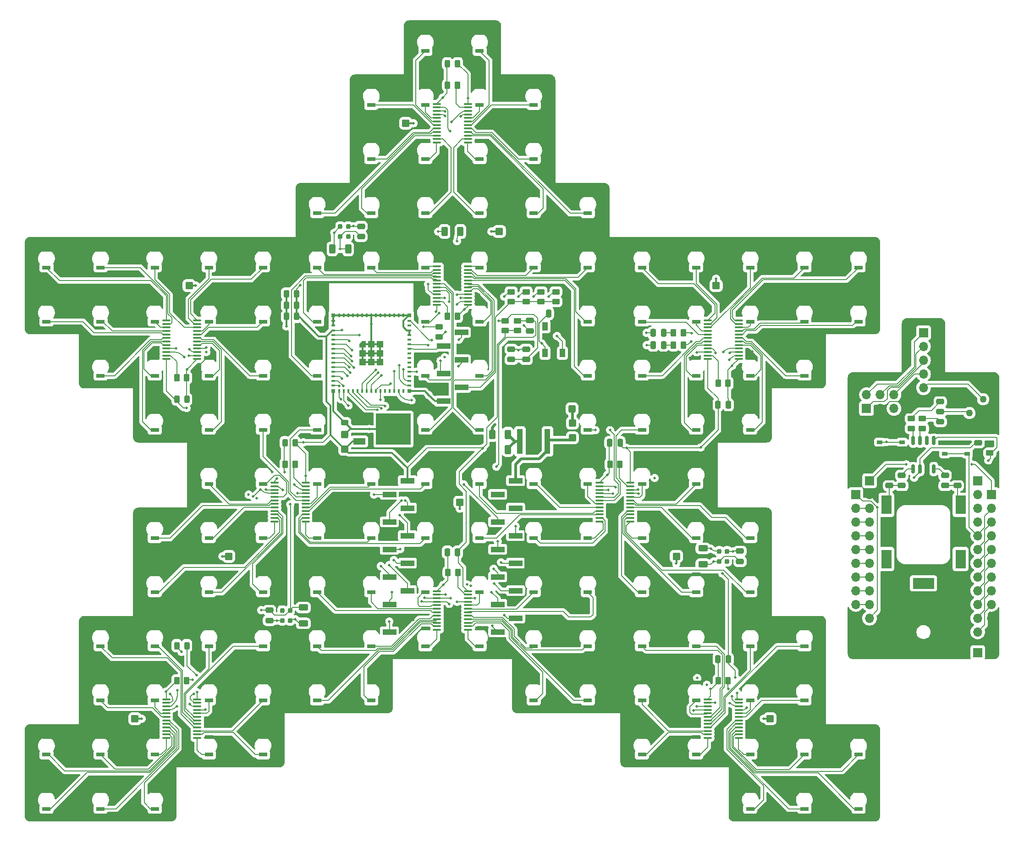
<source format=gbr>
%TF.GenerationSoftware,KiCad,Pcbnew,(6.0.7-1)-1*%
%TF.CreationDate,2022-09-29T14:19:46-06:00*%
%TF.ProjectId,starman,73746172-6d61-46e2-9e6b-696361645f70,rev?*%
%TF.SameCoordinates,Original*%
%TF.FileFunction,Copper,L1,Top*%
%TF.FilePolarity,Positive*%
%FSLAX46Y46*%
G04 Gerber Fmt 4.6, Leading zero omitted, Abs format (unit mm)*
G04 Created by KiCad (PCBNEW (6.0.7-1)-1) date 2022-09-29 14:19:46*
%MOMM*%
%LPD*%
G01*
G04 APERTURE LIST*
G04 Aperture macros list*
%AMRoundRect*
0 Rectangle with rounded corners*
0 $1 Rounding radius*
0 $2 $3 $4 $5 $6 $7 $8 $9 X,Y pos of 4 corners*
0 Add a 4 corners polygon primitive as box body*
4,1,4,$2,$3,$4,$5,$6,$7,$8,$9,$2,$3,0*
0 Add four circle primitives for the rounded corners*
1,1,$1+$1,$2,$3*
1,1,$1+$1,$4,$5*
1,1,$1+$1,$6,$7*
1,1,$1+$1,$8,$9*
0 Add four rect primitives between the rounded corners*
20,1,$1+$1,$2,$3,$4,$5,0*
20,1,$1+$1,$4,$5,$6,$7,0*
20,1,$1+$1,$6,$7,$8,$9,0*
20,1,$1+$1,$8,$9,$2,$3,0*%
%AMFreePoly0*
4,1,6,0.600000,-0.600000,-0.600000,-0.600000,-0.600000,0.000000,0.000000,0.600000,0.600000,0.600000,0.600000,-0.600000,0.600000,-0.600000,$1*%
G04 Aperture macros list end*
%TA.AperFunction,SMDPad,CuDef*%
%ADD10RoundRect,0.250000X-0.475000X0.250000X-0.475000X-0.250000X0.475000X-0.250000X0.475000X0.250000X0*%
%TD*%
%TA.AperFunction,SMDPad,CuDef*%
%ADD11R,1.900000X3.500000*%
%TD*%
%TA.AperFunction,SMDPad,CuDef*%
%ADD12R,0.800000X0.400000*%
%TD*%
%TA.AperFunction,SMDPad,CuDef*%
%ADD13R,0.400000X0.800000*%
%TD*%
%TA.AperFunction,SMDPad,CuDef*%
%ADD14R,0.800000X0.800000*%
%TD*%
%TA.AperFunction,SMDPad,CuDef*%
%ADD15R,1.200000X1.200000*%
%TD*%
%TA.AperFunction,SMDPad,CuDef*%
%ADD16FreePoly0,0.000000*%
%TD*%
%TA.AperFunction,SMDPad,CuDef*%
%ADD17RoundRect,0.243750X-0.243750X-0.456250X0.243750X-0.456250X0.243750X0.456250X-0.243750X0.456250X0*%
%TD*%
%TA.AperFunction,SMDPad,CuDef*%
%ADD18RoundRect,0.243750X0.456250X-0.243750X0.456250X0.243750X-0.456250X0.243750X-0.456250X-0.243750X0*%
%TD*%
%TA.AperFunction,SMDPad,CuDef*%
%ADD19RoundRect,0.250000X0.425000X-0.450000X0.425000X0.450000X-0.425000X0.450000X-0.425000X-0.450000X0*%
%TD*%
%TA.AperFunction,SMDPad,CuDef*%
%ADD20RoundRect,0.250000X-0.425000X0.450000X-0.425000X-0.450000X0.425000X-0.450000X0.425000X0.450000X0*%
%TD*%
%TA.AperFunction,SMDPad,CuDef*%
%ADD21R,1.600000X0.800000*%
%TD*%
%TA.AperFunction,SMDPad,CuDef*%
%ADD22RoundRect,0.100000X-0.637500X-0.100000X0.637500X-0.100000X0.637500X0.100000X-0.637500X0.100000X0*%
%TD*%
%TA.AperFunction,SMDPad,CuDef*%
%ADD23RoundRect,0.100000X0.637500X0.100000X-0.637500X0.100000X-0.637500X-0.100000X0.637500X-0.100000X0*%
%TD*%
%TA.AperFunction,SMDPad,CuDef*%
%ADD24RoundRect,0.243750X0.243750X0.456250X-0.243750X0.456250X-0.243750X-0.456250X0.243750X-0.456250X0*%
%TD*%
%TA.AperFunction,SMDPad,CuDef*%
%ADD25RoundRect,0.250000X0.250000X0.475000X-0.250000X0.475000X-0.250000X-0.475000X0.250000X-0.475000X0*%
%TD*%
%TA.AperFunction,SMDPad,CuDef*%
%ADD26R,2.510000X1.000000*%
%TD*%
%TA.AperFunction,SMDPad,CuDef*%
%ADD27RoundRect,0.243750X-0.456250X0.243750X-0.456250X-0.243750X0.456250X-0.243750X0.456250X0.243750X0*%
%TD*%
%TA.AperFunction,SMDPad,CuDef*%
%ADD28RoundRect,0.250000X0.450000X0.425000X-0.450000X0.425000X-0.450000X-0.425000X0.450000X-0.425000X0*%
%TD*%
%TA.AperFunction,SMDPad,CuDef*%
%ADD29RoundRect,0.200000X0.200000X0.250000X-0.200000X0.250000X-0.200000X-0.250000X0.200000X-0.250000X0*%
%TD*%
%TA.AperFunction,SMDPad,CuDef*%
%ADD30RoundRect,0.250000X-0.450000X-0.425000X0.450000X-0.425000X0.450000X0.425000X-0.450000X0.425000X0*%
%TD*%
%TA.AperFunction,ComponentPad*%
%ADD31C,1.260000*%
%TD*%
%TA.AperFunction,SMDPad,CuDef*%
%ADD32RoundRect,0.250000X0.450000X-0.262500X0.450000X0.262500X-0.450000X0.262500X-0.450000X-0.262500X0*%
%TD*%
%TA.AperFunction,SMDPad,CuDef*%
%ADD33RoundRect,0.250000X-0.262500X-0.450000X0.262500X-0.450000X0.262500X0.450000X-0.262500X0.450000X0*%
%TD*%
%TA.AperFunction,SMDPad,CuDef*%
%ADD34RoundRect,0.250000X0.262500X0.450000X-0.262500X0.450000X-0.262500X-0.450000X0.262500X-0.450000X0*%
%TD*%
%TA.AperFunction,SMDPad,CuDef*%
%ADD35RoundRect,0.150000X-0.150000X0.675000X-0.150000X-0.675000X0.150000X-0.675000X0.150000X0.675000X0*%
%TD*%
%TA.AperFunction,SMDPad,CuDef*%
%ADD36RoundRect,0.250000X-0.625000X0.312500X-0.625000X-0.312500X0.625000X-0.312500X0.625000X0.312500X0*%
%TD*%
%TA.AperFunction,SMDPad,CuDef*%
%ADD37RoundRect,0.250000X0.475000X-0.250000X0.475000X0.250000X-0.475000X0.250000X-0.475000X-0.250000X0*%
%TD*%
%TA.AperFunction,SMDPad,CuDef*%
%ADD38RoundRect,0.250000X-0.250000X-0.475000X0.250000X-0.475000X0.250000X0.475000X-0.250000X0.475000X0*%
%TD*%
%TA.AperFunction,ComponentPad*%
%ADD39R,1.700000X1.700000*%
%TD*%
%TA.AperFunction,ComponentPad*%
%ADD40O,1.700000X1.700000*%
%TD*%
%TA.AperFunction,SMDPad,CuDef*%
%ADD41RoundRect,0.250000X-0.450000X0.262500X-0.450000X-0.262500X0.450000X-0.262500X0.450000X0.262500X0*%
%TD*%
%TA.AperFunction,SMDPad,CuDef*%
%ADD42RoundRect,0.200000X-0.200000X-0.250000X0.200000X-0.250000X0.200000X0.250000X-0.200000X0.250000X0*%
%TD*%
%TA.AperFunction,SMDPad,CuDef*%
%ADD43R,1.050000X0.650000*%
%TD*%
%TA.AperFunction,SMDPad,CuDef*%
%ADD44R,2.200000X1.200000*%
%TD*%
%TA.AperFunction,SMDPad,CuDef*%
%ADD45R,6.400000X5.800000*%
%TD*%
%TA.AperFunction,ComponentPad*%
%ADD46O,2.000000X3.500000*%
%TD*%
%TA.AperFunction,ComponentPad*%
%ADD47O,3.300000X2.000000*%
%TD*%
%TA.AperFunction,ComponentPad*%
%ADD48R,4.000000X2.000000*%
%TD*%
%TA.AperFunction,SMDPad,CuDef*%
%ADD49RoundRect,0.250000X0.312500X0.625000X-0.312500X0.625000X-0.312500X-0.625000X0.312500X-0.625000X0*%
%TD*%
%TA.AperFunction,SMDPad,CuDef*%
%ADD50R,1.100000X4.600000*%
%TD*%
%TA.AperFunction,SMDPad,CuDef*%
%ADD51R,10.800000X9.400000*%
%TD*%
%TA.AperFunction,SMDPad,CuDef*%
%ADD52RoundRect,0.250000X0.625000X-0.312500X0.625000X0.312500X-0.625000X0.312500X-0.625000X-0.312500X0*%
%TD*%
%TA.AperFunction,SMDPad,CuDef*%
%ADD53RoundRect,0.250000X-0.312500X-0.625000X0.312500X-0.625000X0.312500X0.625000X-0.312500X0.625000X0*%
%TD*%
%TA.AperFunction,SMDPad,CuDef*%
%ADD54R,1.000000X1.500000*%
%TD*%
%TA.AperFunction,ViaPad*%
%ADD55C,0.500000*%
%TD*%
%TA.AperFunction,Conductor*%
%ADD56C,0.150000*%
%TD*%
%TA.AperFunction,Conductor*%
%ADD57C,0.200000*%
%TD*%
%TA.AperFunction,Conductor*%
%ADD58C,0.300000*%
%TD*%
%TA.AperFunction,Conductor*%
%ADD59C,0.500000*%
%TD*%
G04 APERTURE END LIST*
D10*
%TO.P,C39,1*%
%TO.N,+5VA*%
X207100000Y-109050000D03*
%TO.P,C39,2*%
%TO.N,GNDA*%
X207100000Y-110950000D03*
%TD*%
D11*
%TO.P,LS1,1,1*%
%TO.N,Net-(C37-Pad1)*%
X203850000Y-120500000D03*
%TO.P,LS1,2,2*%
%TO.N,Net-(C38-Pad1)*%
X190150000Y-120500000D03*
%TO.P,LS1,3,3*%
%TO.N,unconnected-(LS1-Pad3)*%
X190150000Y-130500000D03*
%TO.P,LS1,4,4*%
%TO.N,unconnected-(LS1-Pad4)*%
X203850000Y-130500000D03*
%TD*%
D12*
%TO.P,U1,1,GND*%
%TO.N,GND*%
X88000000Y-86550000D03*
%TO.P,U1,2,GND*%
X88000000Y-87400000D03*
%TO.P,U1,3,3V3*%
%TO.N,+3V3*%
X88000000Y-88250000D03*
%TO.P,U1,4,GPIO0/BOOT*%
%TO.N,/GPIO0*%
X88000000Y-89100000D03*
%TO.P,U1,5,GPIO1/TOUCH1/ADC1_CH0*%
%TO.N,/GPIO1*%
X88000000Y-89950000D03*
%TO.P,U1,6,GPIO2/TOUCH2/ADC1_CH1*%
%TO.N,/GPIO2*%
X88000000Y-90800000D03*
%TO.P,U1,7,GPIO3/TOUCH3/ADC1_CH2*%
%TO.N,/GPIO3*%
X88000000Y-91650000D03*
%TO.P,U1,8,GPIO4/TOUCH4/ADC1_CH3*%
%TO.N,/GPIO4*%
X88000000Y-92500000D03*
%TO.P,U1,9,GPIO5/TOUCH5/ADC1_CH4*%
%TO.N,/GPIO5*%
X88000000Y-93350000D03*
%TO.P,U1,10,GPIO6/TOUCH6/ADC1_CH5*%
%TO.N,/GPIO6*%
X88000000Y-94200000D03*
%TO.P,U1,11,GPIO7/TOUCH7/ADC1_CH6*%
%TO.N,/GPIO7*%
X88000000Y-95050000D03*
%TO.P,U1,12,GPIO8/TOUCH8/ADC1_CH7/SUBSPICS1*%
%TO.N,/GPIO8*%
X88000000Y-95900000D03*
%TO.P,U1,13,GPIO9/TOUCH9/ADC1_CH8/FSPIHD/SUBSPIHD*%
%TO.N,/GPIO9*%
X88000000Y-96750000D03*
%TO.P,U1,14,GPIO10/TOUCH10/ADC1_CH9/FSPICS0/FSPIIO4/SUBSPICS0*%
%TO.N,/GPIO10*%
X88000000Y-97600000D03*
%TO.P,U1,15,GPIO11/TOUCH11/ADC2_CH0/FSPID/FSPIIO5/SUBSPID*%
%TO.N,/GPIO11*%
X88000000Y-98450000D03*
D13*
%TO.P,U1,16,GPIO12/TOUCH12/ADC2_CH1/FSPICLK/FSPIIO6/SUBSPICLK*%
%TO.N,/GPIO12*%
X89050000Y-99500000D03*
%TO.P,U1,17,GPIO13/TOUCH13/ADC2_CH2/FSPIQ/FSPIIO7/SUBSPIQ*%
%TO.N,/GPIO13*%
X89900000Y-99500000D03*
%TO.P,U1,18,GPIO14/TOUCH14/ADC2_CH3/FSPIWP/FSPIDQS/SUBSPIWP*%
%TO.N,/GPIO14*%
X90750000Y-99500000D03*
%TO.P,U1,19,GPIO15/U0RTS/ADC2_CH4/XTAL_32K_P*%
%TO.N,/GPIO15*%
X91600000Y-99500000D03*
%TO.P,U1,20,GPIO16/U0CTS/ADC2_CH5/XTAL_32K_NH5*%
%TO.N,/GPIO16*%
X92450000Y-99500000D03*
%TO.P,U1,21,GPIO17/U1TXD/ADC2_CH6*%
%TO.N,Net-(R4-Pad1)*%
X93300000Y-99500000D03*
%TO.P,U1,22,GPIO18/U1RXD/ADC2_CH7/CLK_OUT3*%
%TO.N,Net-(R5-Pad1)*%
X94150000Y-99500000D03*
%TO.P,U1,23,GPIO19/U1RTS/ADC2_CH8/CLK_OUT2/USB_D-*%
%TO.N,Net-(R6-Pad2)*%
X95000000Y-99500000D03*
%TO.P,U1,24,GPIO20/U1CTS/ADC2_CH9/CLK_OUT1/USB_D+*%
%TO.N,Net-(R7-Pad2)*%
X95850000Y-99500000D03*
%TO.P,U1,25,GPIO21*%
%TO.N,/MUTE*%
X96700000Y-99500000D03*
%TO.P,U1,26,GPIO26*%
%TO.N,unconnected-(U1-Pad26)*%
X97550000Y-99500000D03*
%TO.P,U1,27,GPIO47/SPICLK_P/SUBSPICLK_P_DIFF*%
%TO.N,unconnected-(U1-Pad27)*%
X98400000Y-99500000D03*
%TO.P,U1,28,SPIIO4/GPIO33/FSPIHD/SUBSPIHD*%
%TO.N,/LE*%
X99250000Y-99500000D03*
%TO.P,U1,29,SPIIO5/GPIO34/FSPICS0/SUBSPICS0*%
%TO.N,/MISO*%
X100100000Y-99500000D03*
%TO.P,U1,30,GPIO48/SPICLK_N/SUBSPICLK_N_DIFF*%
%TO.N,unconnected-(U1-Pad30)*%
X100950000Y-99500000D03*
D12*
%TO.P,U1,31,SPIIO6/GPIO35/FSPID/SUBSPID*%
%TO.N,/MOSI*%
X102000000Y-98450000D03*
%TO.P,U1,32,SPIIO7/GPIO36/FSPICLK/SUBSPICLK*%
%TO.N,/SCLK*%
X102000000Y-97600000D03*
%TO.P,U1,33,SPIDQS/GPIO37/FSPIQ/SUBSPIQ*%
%TO.N,unconnected-(U1-Pad33)*%
X102000000Y-96750000D03*
%TO.P,U1,34,GPIO38/FSPIWP/SUBSPIWP*%
%TO.N,/STATUS*%
X102000000Y-95900000D03*
%TO.P,U1,35,MTCK/GPIO39/CLK_OUT3/SUBSPICS1*%
%TO.N,unconnected-(U1-Pad35)*%
X102000000Y-95050000D03*
%TO.P,U1,36,MTDO/GPIO40/CLK_OUT2*%
%TO.N,unconnected-(U1-Pad36)*%
X102000000Y-94200000D03*
%TO.P,U1,37,MTDI/GPIO41/CLK_OUT1*%
%TO.N,unconnected-(U1-Pad37)*%
X102000000Y-93350000D03*
%TO.P,U1,38,MTMS/GPIO42*%
%TO.N,unconnected-(U1-Pad38)*%
X102000000Y-92500000D03*
%TO.P,U1,39,U0TXD/GPIO43/CLK_OUT1*%
%TO.N,/TXD*%
X102000000Y-91650000D03*
%TO.P,U1,40,U0RXD/GPIO44/CLK_OUT2*%
%TO.N,/RXD*%
X102000000Y-90800000D03*
%TO.P,U1,41,GPIO45*%
%TO.N,unconnected-(U1-Pad41)*%
X102000000Y-89950000D03*
%TO.P,U1,42,GND*%
%TO.N,GND*%
X102000000Y-89100000D03*
%TO.P,U1,43,GND*%
X102000000Y-88250000D03*
%TO.P,U1,44,GPIO46*%
%TO.N,unconnected-(U1-Pad44)*%
X102000000Y-87400000D03*
%TO.P,U1,45,EN*%
%TO.N,/EN*%
X102000000Y-86550000D03*
D13*
%TO.P,U1,46,GND*%
%TO.N,GND*%
X99250000Y-85500000D03*
X98400000Y-85500000D03*
X94150000Y-85500000D03*
D14*
X102000000Y-85500000D03*
D15*
X96650000Y-92500000D03*
X93350000Y-94150000D03*
D13*
X95000000Y-85500000D03*
D15*
X93350000Y-92500000D03*
D13*
X93300000Y-85500000D03*
D14*
X88000000Y-85500000D03*
D16*
X93350000Y-90850000D03*
D15*
X96650000Y-94150000D03*
D13*
X100950000Y-85500000D03*
X91600000Y-85500000D03*
X90750000Y-85500000D03*
D15*
X96650000Y-90850000D03*
D13*
X89900000Y-85500000D03*
D15*
X95000000Y-92500000D03*
D13*
X92450000Y-85500000D03*
X100100000Y-85500000D03*
X97550000Y-85500000D03*
D15*
X95000000Y-94150000D03*
D13*
X89050000Y-85500000D03*
X95850000Y-85500000D03*
D14*
X102000000Y-99500000D03*
D13*
X96700000Y-85500000D03*
D15*
X95000000Y-90850000D03*
D14*
X88000000Y-99500000D03*
%TD*%
D17*
%TO.P,C2,1*%
%TO.N,GND*%
X79337500Y-83600000D03*
%TO.P,C2,2*%
%TO.N,+3V3*%
X81212500Y-83600000D03*
%TD*%
%TO.P,C3,1*%
%TO.N,GND*%
X79337500Y-81525000D03*
%TO.P,C3,2*%
%TO.N,+3V3*%
X81212500Y-81525000D03*
%TD*%
D18*
%TO.P,C4,1*%
%TO.N,GND*%
X90100000Y-105275000D03*
%TO.P,C4,2*%
%TO.N,+5V*%
X90100000Y-103400000D03*
%TD*%
D19*
%TO.P,C5,1*%
%TO.N,+3V3*%
X90100000Y-110200000D03*
%TO.P,C5,2*%
%TO.N,GND*%
X90100000Y-107500000D03*
%TD*%
%TO.P,C6,1*%
%TO.N,Net-(C6-Pad1)*%
X132150000Y-108100000D03*
%TO.P,C6,2*%
%TO.N,GND*%
X132150000Y-105400000D03*
%TD*%
D20*
%TO.P,C7,1*%
%TO.N,+5V*%
X132100000Y-100075000D03*
%TO.P,C7,2*%
%TO.N,GND*%
X132100000Y-102775000D03*
%TD*%
D21*
%TO.P,D1,2,A*%
%TO.N,+5V*%
X105000000Y-33350000D03*
%TO.P,D1,1,K*%
%TO.N,Net-(D1-Pad1)*%
X105000000Y-36650000D03*
%TD*%
%TO.P,D2,2,A*%
%TO.N,+5V*%
X115000000Y-33350000D03*
%TO.P,D2,1,K*%
%TO.N,Net-(D2-Pad1)*%
X115000000Y-36650000D03*
%TD*%
%TO.P,D3,2,A*%
%TO.N,+5V*%
X95000000Y-43350000D03*
%TO.P,D3,1,K*%
%TO.N,Net-(D3-Pad1)*%
X95000000Y-46650000D03*
%TD*%
%TO.P,D4,2,A*%
%TO.N,+5V*%
X105000000Y-43350000D03*
%TO.P,D4,1,K*%
%TO.N,Net-(D4-Pad1)*%
X105000000Y-46650000D03*
%TD*%
%TO.P,D5,2,A*%
%TO.N,+5V*%
X115000000Y-43350000D03*
%TO.P,D5,1,K*%
%TO.N,Net-(D5-Pad1)*%
X115000000Y-46650000D03*
%TD*%
%TO.P,D6,2,A*%
%TO.N,+5V*%
X125000000Y-43350000D03*
%TO.P,D6,1,K*%
%TO.N,Net-(D6-Pad1)*%
X125000000Y-46650000D03*
%TD*%
%TO.P,D8,2,A*%
%TO.N,+5V*%
X105000000Y-53350000D03*
%TO.P,D8,1,K*%
%TO.N,Net-(D8-Pad1)*%
X105000000Y-56650000D03*
%TD*%
%TO.P,D9,2,A*%
%TO.N,+5V*%
X115000000Y-53350000D03*
%TO.P,D9,1,K*%
%TO.N,Net-(D9-Pad1)*%
X115000000Y-56650000D03*
%TD*%
%TO.P,D10,2,A*%
%TO.N,+5V*%
X125000000Y-53350000D03*
%TO.P,D10,1,K*%
%TO.N,Net-(D10-Pad1)*%
X125000000Y-56650000D03*
%TD*%
%TO.P,D11,2,A*%
%TO.N,+5V*%
X85000000Y-63350000D03*
%TO.P,D11,1,K*%
%TO.N,Net-(D11-Pad1)*%
X85000000Y-66650000D03*
%TD*%
%TO.P,D12,2,A*%
%TO.N,+5V*%
X95000000Y-63350000D03*
%TO.P,D12,1,K*%
%TO.N,Net-(D12-Pad1)*%
X95000000Y-66650000D03*
%TD*%
%TO.P,D14,2,A*%
%TO.N,+5V*%
X115000000Y-63350000D03*
%TO.P,D14,1,K*%
%TO.N,Net-(D14-Pad1)*%
X115000000Y-66650000D03*
%TD*%
%TO.P,D15,2,A*%
%TO.N,+5V*%
X125000000Y-63350000D03*
%TO.P,D15,1,K*%
%TO.N,Net-(D15-Pad1)*%
X125000000Y-66650000D03*
%TD*%
%TO.P,D16,2,A*%
%TO.N,+5V*%
X135000000Y-63350000D03*
%TO.P,D16,1,K*%
%TO.N,Net-(D16-Pad1)*%
X135000000Y-66650000D03*
%TD*%
%TO.P,D17,2,A*%
%TO.N,+5V*%
X35000000Y-73350000D03*
%TO.P,D17,1,K*%
%TO.N,Net-(D17-Pad1)*%
X35000000Y-76650000D03*
%TD*%
%TO.P,D18,2,A*%
%TO.N,+5V*%
X45000000Y-73350000D03*
%TO.P,D18,1,K*%
%TO.N,Net-(D18-Pad1)*%
X45000000Y-76650000D03*
%TD*%
%TO.P,D19,2,A*%
%TO.N,+5V*%
X55000000Y-73350000D03*
%TO.P,D19,1,K*%
%TO.N,Net-(D19-Pad1)*%
X55000000Y-76650000D03*
%TD*%
%TO.P,D20,2,A*%
%TO.N,+5V*%
X65000000Y-73350000D03*
%TO.P,D20,1,K*%
%TO.N,Net-(D20-Pad1)*%
X65000000Y-76650000D03*
%TD*%
%TO.P,D21,2,A*%
%TO.N,+5V*%
X75000000Y-73350000D03*
%TO.P,D21,1,K*%
%TO.N,Net-(D21-Pad1)*%
X75000000Y-76650000D03*
%TD*%
%TO.P,D22,2,A*%
%TO.N,+5V*%
X85000000Y-73350000D03*
%TO.P,D22,1,K*%
%TO.N,Net-(D22-Pad1)*%
X85000000Y-76650000D03*
%TD*%
%TO.P,D23,2,A*%
%TO.N,+5V*%
X95000000Y-73350000D03*
%TO.P,D23,1,K*%
%TO.N,Net-(D23-Pad1)*%
X95000000Y-76650000D03*
%TD*%
%TO.P,D25,2,A*%
%TO.N,+5V*%
X115000000Y-73350000D03*
%TO.P,D25,1,K*%
%TO.N,Net-(D25-Pad1)*%
X115000000Y-76650000D03*
%TD*%
%TO.P,D26,2,A*%
%TO.N,+5V*%
X125000000Y-73350000D03*
%TO.P,D26,1,K*%
%TO.N,Net-(D26-Pad1)*%
X125000000Y-76650000D03*
%TD*%
%TO.P,D27,2,A*%
%TO.N,+5V*%
X135000000Y-73350000D03*
%TO.P,D27,1,K*%
%TO.N,Net-(D27-Pad1)*%
X135000000Y-76650000D03*
%TD*%
%TO.P,D28,2,A*%
%TO.N,+5V*%
X145000000Y-73350000D03*
%TO.P,D28,1,K*%
%TO.N,Net-(D28-Pad1)*%
X145000000Y-76650000D03*
%TD*%
%TO.P,D29,2,A*%
%TO.N,+5V*%
X155000000Y-73350000D03*
%TO.P,D29,1,K*%
%TO.N,Net-(D29-Pad1)*%
X155000000Y-76650000D03*
%TD*%
%TO.P,D30,2,A*%
%TO.N,+5V*%
X165000000Y-73350000D03*
%TO.P,D30,1,K*%
%TO.N,Net-(D30-Pad1)*%
X165000000Y-76650000D03*
%TD*%
%TO.P,D31,2,A*%
%TO.N,+5V*%
X175000000Y-73350000D03*
%TO.P,D31,1,K*%
%TO.N,Net-(D31-Pad1)*%
X175000000Y-76650000D03*
%TD*%
%TO.P,D32,2,A*%
%TO.N,+5V*%
X185000000Y-73350000D03*
%TO.P,D32,1,K*%
%TO.N,Net-(D32-Pad1)*%
X185000000Y-76650000D03*
%TD*%
%TO.P,D33,2,A*%
%TO.N,+5V*%
X35000000Y-83350000D03*
%TO.P,D33,1,K*%
%TO.N,Net-(D33-Pad1)*%
X35000000Y-86650000D03*
%TD*%
%TO.P,D34,2,A*%
%TO.N,+5V*%
X45000000Y-83350000D03*
%TO.P,D34,1,K*%
%TO.N,Net-(D34-Pad1)*%
X45000000Y-86650000D03*
%TD*%
%TO.P,D36,2,A*%
%TO.N,+5V*%
X65000000Y-83350000D03*
%TO.P,D36,1,K*%
%TO.N,Net-(D36-Pad1)*%
X65000000Y-86650000D03*
%TD*%
%TO.P,D37,2,A*%
%TO.N,+5V*%
X75000000Y-83350000D03*
%TO.P,D37,1,K*%
%TO.N,Net-(D37-Pad1)*%
X75000000Y-86650000D03*
%TD*%
%TO.P,D39,2,A*%
%TO.N,+5V*%
X105000000Y-83350000D03*
%TO.P,D39,1,K*%
%TO.N,Net-(D39-Pad1)*%
X105000000Y-86650000D03*
%TD*%
%TO.P,D40,2,A*%
%TO.N,+5V*%
X115000000Y-83350000D03*
%TO.P,D40,1,K*%
%TO.N,Net-(D40-Pad1)*%
X115000000Y-86650000D03*
%TD*%
%TO.P,D41,2,A*%
%TO.N,+5V*%
X135000000Y-83350000D03*
%TO.P,D41,1,K*%
%TO.N,Net-(D41-Pad1)*%
X135000000Y-86650000D03*
%TD*%
%TO.P,D42,2,A*%
%TO.N,+5V*%
X145000000Y-83350000D03*
%TO.P,D42,1,K*%
%TO.N,Net-(D42-Pad1)*%
X145000000Y-86650000D03*
%TD*%
%TO.P,D43,2,A*%
%TO.N,+5V*%
X155000000Y-83350000D03*
%TO.P,D43,1,K*%
%TO.N,Net-(D43-Pad1)*%
X155000000Y-86650000D03*
%TD*%
%TO.P,D44,2,A*%
%TO.N,+5V*%
X165000000Y-83350000D03*
%TO.P,D44,1,K*%
%TO.N,Net-(D44-Pad1)*%
X165000000Y-86650000D03*
%TD*%
%TO.P,D45,2,A*%
%TO.N,+5V*%
X175000000Y-83350000D03*
%TO.P,D45,1,K*%
%TO.N,Net-(D45-Pad1)*%
X175000000Y-86650000D03*
%TD*%
%TO.P,D46,2,A*%
%TO.N,+5V*%
X185000000Y-83350000D03*
%TO.P,D46,1,K*%
%TO.N,Net-(D46-Pad1)*%
X185000000Y-86650000D03*
%TD*%
%TO.P,D47,2,A*%
%TO.N,+5V*%
X45000000Y-93350000D03*
%TO.P,D47,1,K*%
%TO.N,Net-(D47-Pad1)*%
X45000000Y-96650000D03*
%TD*%
%TO.P,D48,2,A*%
%TO.N,+5V*%
X55000000Y-93350000D03*
%TO.P,D48,1,K*%
%TO.N,Net-(D48-Pad1)*%
X55000000Y-96650000D03*
%TD*%
%TO.P,D49,2,A*%
%TO.N,+5V*%
X65000000Y-93350000D03*
%TO.P,D49,1,K*%
%TO.N,Net-(D49-Pad1)*%
X65000000Y-96650000D03*
%TD*%
%TO.P,D50,2,A*%
%TO.N,+5V*%
X75000000Y-93350000D03*
%TO.P,D50,1,K*%
%TO.N,Net-(D50-Pad1)*%
X75000000Y-96650000D03*
%TD*%
%TO.P,D51,2,A*%
%TO.N,+5V*%
X85000000Y-93350000D03*
%TO.P,D51,1,K*%
%TO.N,Net-(D51-Pad1)*%
X85000000Y-96650000D03*
%TD*%
%TO.P,D52,2,A*%
%TO.N,+5V*%
X105000000Y-93350000D03*
%TO.P,D52,1,K*%
%TO.N,Net-(D52-Pad1)*%
X105000000Y-96650000D03*
%TD*%
%TO.P,D53,2,A*%
%TO.N,+5V*%
X115000000Y-93350000D03*
%TO.P,D53,1,K*%
%TO.N,Net-(D53-Pad1)*%
X115000000Y-96650000D03*
%TD*%
%TO.P,D54,2,A*%
%TO.N,+5V*%
X135000000Y-93350000D03*
%TO.P,D54,1,K*%
%TO.N,Net-(D54-Pad1)*%
X135000000Y-96650000D03*
%TD*%
%TO.P,D55,2,A*%
%TO.N,+5V*%
X145000000Y-93350000D03*
%TO.P,D55,1,K*%
%TO.N,Net-(D55-Pad1)*%
X145000000Y-96650000D03*
%TD*%
%TO.P,D56,2,A*%
%TO.N,+5V*%
X155000000Y-93350000D03*
%TO.P,D56,1,K*%
%TO.N,Net-(D56-Pad1)*%
X155000000Y-96650000D03*
%TD*%
%TO.P,D57,2,A*%
%TO.N,+5V*%
X165000000Y-93350000D03*
%TO.P,D57,1,K*%
%TO.N,Net-(D57-Pad1)*%
X165000000Y-96650000D03*
%TD*%
%TO.P,D58,2,A*%
%TO.N,+5V*%
X175000000Y-93350000D03*
%TO.P,D58,1,K*%
%TO.N,Net-(D58-Pad1)*%
X175000000Y-96650000D03*
%TD*%
%TO.P,D59,2,A*%
%TO.N,+5V*%
X55000000Y-103350000D03*
%TO.P,D59,1,K*%
%TO.N,Net-(D59-Pad1)*%
X55000000Y-106650000D03*
%TD*%
%TO.P,D60,2,A*%
%TO.N,+5V*%
X65000000Y-103350000D03*
%TO.P,D60,1,K*%
%TO.N,Net-(D60-Pad1)*%
X65000000Y-106650000D03*
%TD*%
%TO.P,D61,2,A*%
%TO.N,+5V*%
X75000000Y-103350000D03*
%TO.P,D61,1,K*%
%TO.N,Net-(D61-Pad1)*%
X75000000Y-106650000D03*
%TD*%
%TO.P,D62,2,A*%
%TO.N,+5V*%
X85000000Y-103350000D03*
%TO.P,D62,1,K*%
%TO.N,Net-(D62-Pad1)*%
X85000000Y-106650000D03*
%TD*%
%TO.P,D64,2,A*%
%TO.N,+5V*%
X115000000Y-103350000D03*
%TO.P,D64,1,K*%
%TO.N,Net-(D64-Pad1)*%
X115000000Y-106650000D03*
%TD*%
%TO.P,D65,2,A*%
%TO.N,+5V*%
X135000000Y-103350000D03*
%TO.P,D65,1,K*%
%TO.N,Net-(D65-Pad1)*%
X135000000Y-106650000D03*
%TD*%
%TO.P,D69,2,A*%
%TO.N,+5V*%
X65000000Y-113350000D03*
%TO.P,D69,1,K*%
%TO.N,Net-(D69-Pad1)*%
X65000000Y-116650000D03*
%TD*%
%TO.P,D70,2,A*%
%TO.N,+5V*%
X75000000Y-113350000D03*
%TO.P,D70,1,K*%
%TO.N,Net-(D70-Pad1)*%
X75000000Y-116650000D03*
%TD*%
%TO.P,D71,2,A*%
%TO.N,+5V*%
X85000000Y-113350000D03*
%TO.P,D71,1,K*%
%TO.N,Net-(D71-Pad1)*%
X85000000Y-116650000D03*
%TD*%
%TO.P,D72,2,A*%
%TO.N,+5V*%
X95000000Y-113350000D03*
%TO.P,D72,1,K*%
%TO.N,Net-(D72-Pad1)*%
X95000000Y-116650000D03*
%TD*%
%TO.P,D73,2,A*%
%TO.N,+5V*%
X105000000Y-113350000D03*
%TO.P,D73,1,K*%
%TO.N,Net-(D73-Pad1)*%
X105000000Y-116650000D03*
%TD*%
%TO.P,D74,2,A*%
%TO.N,+5V*%
X115000000Y-113350000D03*
%TO.P,D74,1,K*%
%TO.N,Net-(D74-Pad1)*%
X115000000Y-116650000D03*
%TD*%
%TO.P,D75,2,A*%
%TO.N,+5V*%
X125000000Y-113350000D03*
%TO.P,D75,1,K*%
%TO.N,Net-(D75-Pad1)*%
X125000000Y-116650000D03*
%TD*%
%TO.P,D76,2,A*%
%TO.N,+5V*%
X135000000Y-113350000D03*
%TO.P,D76,1,K*%
%TO.N,Net-(D76-Pad1)*%
X135000000Y-116650000D03*
%TD*%
%TO.P,D77,2,A*%
%TO.N,+5V*%
X145000000Y-113350000D03*
%TO.P,D77,1,K*%
%TO.N,Net-(D77-Pad1)*%
X145000000Y-116650000D03*
%TD*%
%TO.P,D78,2,A*%
%TO.N,+5V*%
X155000000Y-113350000D03*
%TO.P,D78,1,K*%
%TO.N,Net-(D78-Pad1)*%
X155000000Y-116650000D03*
%TD*%
%TO.P,D79,2,A*%
%TO.N,+5V*%
X55000000Y-123350000D03*
%TO.P,D79,1,K*%
%TO.N,Net-(D79-Pad1)*%
X55000000Y-126650000D03*
%TD*%
%TO.P,D85,2,A*%
%TO.N,+5V*%
X115000000Y-123350000D03*
%TO.P,D85,1,K*%
%TO.N,Net-(D85-Pad1)*%
X115000000Y-126650000D03*
%TD*%
%TO.P,D86,2,A*%
%TO.N,+5V*%
X125000000Y-123350000D03*
%TO.P,D86,1,K*%
%TO.N,Net-(D86-Pad1)*%
X125000000Y-126650000D03*
%TD*%
%TO.P,D87,2,A*%
%TO.N,+5V*%
X135000000Y-123350000D03*
%TO.P,D87,1,K*%
%TO.N,Net-(D87-Pad1)*%
X135000000Y-126650000D03*
%TD*%
%TO.P,D88,2,A*%
%TO.N,+5V*%
X145000000Y-123350000D03*
%TO.P,D88,1,K*%
%TO.N,Net-(D88-Pad1)*%
X145000000Y-126650000D03*
%TD*%
%TO.P,D89,2,A*%
%TO.N,+5V*%
X155000000Y-123350000D03*
%TO.P,D89,1,K*%
%TO.N,Net-(D89-Pad1)*%
X155000000Y-126650000D03*
%TD*%
D22*
%TO.P,U8,1,GND*%
%TO.N,GND*%
X157137500Y-156425000D03*
%TO.P,U8,2,SDI*%
%TO.N,Net-(U7-Pad22)*%
X157137500Y-157075000D03*
%TO.P,U8,3,CLK*%
%TO.N,/SCLK*%
X157137500Y-157725000D03*
%TO.P,U8,4,LE*%
%TO.N,/LE*%
X157137500Y-158375000D03*
%TO.P,U8,5,OUT0*%
%TO.N,Net-(D126-Pad1)*%
X157137500Y-159025000D03*
%TO.P,U8,6,OUT1*%
%TO.N,Net-(D113-Pad1)*%
X157137500Y-159675000D03*
%TO.P,U8,7,OUT2*%
%TO.N,Net-(D114-Pad1)*%
X157137500Y-160325000D03*
%TO.P,U8,8,OUT3*%
%TO.N,Net-(D115-Pad1)*%
X157137500Y-160975000D03*
%TO.P,U8,9,OUT4*%
%TO.N,Net-(D116-Pad1)*%
X157137500Y-161625000D03*
%TO.P,U8,10,OUT5*%
%TO.N,Net-(D125-Pad1)*%
X157137500Y-162275000D03*
%TO.P,U8,11,OUT6*%
%TO.N,Net-(D134-Pad1)*%
X157137500Y-162925000D03*
%TO.P,U8,12,OUT7*%
%TO.N,Net-(D135-Pad1)*%
X157137500Y-163575000D03*
%TO.P,U8,13,OUT8*%
%TO.N,Net-(D136-Pad1)*%
X162862500Y-163575000D03*
%TO.P,U8,14,OUT9*%
%TO.N,Net-(D137-Pad1)*%
X162862500Y-162925000D03*
%TO.P,U8,15,OUT10*%
%TO.N,Net-(D138-Pad1)*%
X162862500Y-162275000D03*
%TO.P,U8,16,OUT11*%
%TO.N,Net-(D144-Pad1)*%
X162862500Y-161625000D03*
%TO.P,U8,17,OUT12*%
%TO.N,Net-(D143-Pad1)*%
X162862500Y-160975000D03*
%TO.P,U8,18,OUT13*%
%TO.N,Net-(D142-Pad1)*%
X162862500Y-160325000D03*
%TO.P,U8,19,OUT14*%
%TO.N,Net-(D128-Pad1)*%
X162862500Y-159675000D03*
%TO.P,U8,20,OUT15*%
%TO.N,Net-(D127-Pad1)*%
X162862500Y-159025000D03*
%TO.P,U8,21,PWCLK*%
%TO.N,/PWCLK3*%
X162862500Y-158375000D03*
%TO.P,U8,22,SDO*%
%TO.N,Net-(U8-Pad22)*%
X162862500Y-157725000D03*
%TO.P,U8,23,R-EXT*%
%TO.N,Net-(R14-Pad2)*%
X162862500Y-157075000D03*
%TO.P,U8,24,VDD*%
%TO.N,+3V3*%
X162862500Y-156425000D03*
%TD*%
%TO.P,U9,1,GND*%
%TO.N,GND*%
X137137500Y-116425000D03*
%TO.P,U9,2,SDI*%
%TO.N,Net-(U8-Pad22)*%
X137137500Y-117075000D03*
%TO.P,U9,3,CLK*%
%TO.N,/SCLK*%
X137137500Y-117725000D03*
%TO.P,U9,4,LE*%
%TO.N,/LE*%
X137137500Y-118375000D03*
%TO.P,U9,5,OUT0*%
%TO.N,Net-(D65-Pad1)*%
X137137500Y-119025000D03*
%TO.P,U9,6,OUT1*%
%TO.N,Net-(D66-Pad1)*%
X137137500Y-119675000D03*
%TO.P,U9,7,OUT2*%
%TO.N,Net-(D76-Pad1)*%
X137137500Y-120325000D03*
%TO.P,U9,8,OUT3*%
%TO.N,Net-(D75-Pad1)*%
X137137500Y-120975000D03*
%TO.P,U9,9,OUT4*%
%TO.N,Net-(D74-Pad1)*%
X137137500Y-121625000D03*
%TO.P,U9,10,OUT5*%
%TO.N,Net-(D85-Pad1)*%
X137137500Y-122275000D03*
%TO.P,U9,11,OUT6*%
%TO.N,Net-(D86-Pad1)*%
X137137500Y-122925000D03*
%TO.P,U9,12,OUT7*%
%TO.N,Net-(D87-Pad1)*%
X137137500Y-123575000D03*
%TO.P,U9,13,OUT8*%
%TO.N,Net-(D88-Pad1)*%
X142862500Y-123575000D03*
%TO.P,U9,14,OUT9*%
%TO.N,Net-(D102-Pad1)*%
X142862500Y-122925000D03*
%TO.P,U9,15,OUT10*%
%TO.N,Net-(D101-Pad1)*%
X142862500Y-122275000D03*
%TO.P,U9,16,OUT11*%
%TO.N,Net-(D100-Pad1)*%
X142862500Y-121625000D03*
%TO.P,U9,17,OUT12*%
%TO.N,Net-(D89-Pad1)*%
X142862500Y-120975000D03*
%TO.P,U9,18,OUT13*%
%TO.N,Net-(D90-Pad1)*%
X142862500Y-120325000D03*
%TO.P,U9,19,OUT14*%
%TO.N,Net-(D78-Pad1)*%
X142862500Y-119675000D03*
%TO.P,U9,20,OUT15*%
%TO.N,Net-(D77-Pad1)*%
X142862500Y-119025000D03*
%TO.P,U9,21,PWCLK*%
%TO.N,/PWCLK3*%
X142862500Y-118375000D03*
%TO.P,U9,22,SDO*%
%TO.N,Net-(U10-Pad2)*%
X142862500Y-117725000D03*
%TO.P,U9,23,R-EXT*%
%TO.N,Net-(R15-Pad2)*%
X142862500Y-117075000D03*
%TO.P,U9,24,VDD*%
%TO.N,+3V3*%
X142862500Y-116425000D03*
%TD*%
D21*
%TO.P,D24,2,A*%
%TO.N,+5V*%
X105000000Y-73350000D03*
%TO.P,D24,1,K*%
%TO.N,Net-(D24-Pad1)*%
X105000000Y-76650000D03*
%TD*%
%TO.P,D35,2,A*%
%TO.N,+5V*%
X55000000Y-83350000D03*
%TO.P,D35,1,K*%
%TO.N,Net-(D35-Pad1)*%
X55000000Y-86650000D03*
%TD*%
%TO.P,D90,2,A*%
%TO.N,+5V*%
X165000000Y-123350000D03*
%TO.P,D90,1,K*%
%TO.N,Net-(D90-Pad1)*%
X165000000Y-126650000D03*
%TD*%
%TO.P,D91,2,A*%
%TO.N,+5V*%
X55000000Y-133350000D03*
%TO.P,D91,1,K*%
%TO.N,Net-(D91-Pad1)*%
X55000000Y-136650000D03*
%TD*%
%TO.P,D92,2,A*%
%TO.N,+5V*%
X65000000Y-133350000D03*
%TO.P,D92,1,K*%
%TO.N,Net-(D92-Pad1)*%
X65000000Y-136650000D03*
%TD*%
%TO.P,D93,2,A*%
%TO.N,+5V*%
X75000000Y-133350000D03*
%TO.P,D93,1,K*%
%TO.N,Net-(D93-Pad1)*%
X75000000Y-136650000D03*
%TD*%
%TO.P,D94,2,A*%
%TO.N,+5V*%
X85000000Y-133350000D03*
%TO.P,D94,1,K*%
%TO.N,Net-(D94-Pad1)*%
X85000000Y-136650000D03*
%TD*%
%TO.P,D95,2,A*%
%TO.N,+5V*%
X95000000Y-133350000D03*
%TO.P,D95,1,K*%
%TO.N,Net-(D95-Pad1)*%
X95000000Y-136650000D03*
%TD*%
%TO.P,D96,2,A*%
%TO.N,+5V*%
X105000000Y-133350000D03*
%TO.P,D96,1,K*%
%TO.N,Net-(D96-Pad1)*%
X105000000Y-136650000D03*
%TD*%
%TO.P,D97,2,A*%
%TO.N,+5V*%
X115000000Y-133350000D03*
%TO.P,D97,1,K*%
%TO.N,Net-(D97-Pad1)*%
X115000000Y-136650000D03*
%TD*%
%TO.P,D98,2,A*%
%TO.N,+5V*%
X125000000Y-133350000D03*
%TO.P,D98,1,K*%
%TO.N,Net-(D98-Pad1)*%
X125000000Y-136650000D03*
%TD*%
%TO.P,D99,2,A*%
%TO.N,+5V*%
X135000000Y-133350000D03*
%TO.P,D99,1,K*%
%TO.N,Net-(D99-Pad1)*%
X135000000Y-136650000D03*
%TD*%
%TO.P,D100,2,A*%
%TO.N,+5V*%
X145000000Y-133350000D03*
%TO.P,D100,1,K*%
%TO.N,Net-(D100-Pad1)*%
X145000000Y-136650000D03*
%TD*%
%TO.P,D101,2,A*%
%TO.N,+5V*%
X155000000Y-133350000D03*
%TO.P,D101,1,K*%
%TO.N,Net-(D101-Pad1)*%
X155000000Y-136650000D03*
%TD*%
%TO.P,D102,2,A*%
%TO.N,+5V*%
X165000000Y-133350000D03*
%TO.P,D102,1,K*%
%TO.N,Net-(D102-Pad1)*%
X165000000Y-136650000D03*
%TD*%
%TO.P,D103,2,A*%
%TO.N,+5V*%
X45000000Y-143350000D03*
%TO.P,D103,1,K*%
%TO.N,Net-(D103-Pad1)*%
X45000000Y-146650000D03*
%TD*%
%TO.P,D104,2,A*%
%TO.N,+5V*%
X55000000Y-143350000D03*
%TO.P,D104,1,K*%
%TO.N,Net-(D104-Pad1)*%
X55000000Y-146650000D03*
%TD*%
%TO.P,D106,2,A*%
%TO.N,+5V*%
X75000000Y-143350000D03*
%TO.P,D106,1,K*%
%TO.N,Net-(D106-Pad1)*%
X75000000Y-146650000D03*
%TD*%
%TO.P,D107,2,A*%
%TO.N,+5V*%
X85000000Y-143350000D03*
%TO.P,D107,1,K*%
%TO.N,Net-(D107-Pad1)*%
X85000000Y-146650000D03*
%TD*%
%TO.P,D108,2,A*%
%TO.N,+5V*%
X95000000Y-143350000D03*
%TO.P,D108,1,K*%
%TO.N,Net-(D108-Pad1)*%
X95000000Y-146650000D03*
%TD*%
%TO.P,D109,2,A*%
%TO.N,+5V*%
X105000000Y-143350000D03*
%TO.P,D109,1,K*%
%TO.N,Net-(D109-Pad1)*%
X105000000Y-146650000D03*
%TD*%
%TO.P,D110,2,A*%
%TO.N,+5V*%
X115000000Y-143350000D03*
%TO.P,D110,1,K*%
%TO.N,Net-(D110-Pad1)*%
X115000000Y-146650000D03*
%TD*%
%TO.P,D111,2,A*%
%TO.N,+5V*%
X125000000Y-143350000D03*
%TO.P,D111,1,K*%
%TO.N,Net-(D111-Pad1)*%
X125000000Y-146650000D03*
%TD*%
%TO.P,D112,2,A*%
%TO.N,+5V*%
X135000000Y-143350000D03*
%TO.P,D112,1,K*%
%TO.N,Net-(D112-Pad1)*%
X135000000Y-146650000D03*
%TD*%
%TO.P,D113,2,A*%
%TO.N,+5V*%
X145000000Y-143350000D03*
%TO.P,D113,1,K*%
%TO.N,Net-(D113-Pad1)*%
X145000000Y-146650000D03*
%TD*%
%TO.P,D114,2,A*%
%TO.N,+5V*%
X155000000Y-143350000D03*
%TO.P,D114,1,K*%
%TO.N,Net-(D114-Pad1)*%
X155000000Y-146650000D03*
%TD*%
%TO.P,D115,2,A*%
%TO.N,+5V*%
X165000000Y-143350000D03*
%TO.P,D115,1,K*%
%TO.N,Net-(D115-Pad1)*%
X165000000Y-146650000D03*
%TD*%
%TO.P,D116,2,A*%
%TO.N,+5V*%
X175000000Y-143350000D03*
%TO.P,D116,1,K*%
%TO.N,Net-(D116-Pad1)*%
X175000000Y-146650000D03*
%TD*%
%TO.P,D117,2,A*%
%TO.N,+5V*%
X45000000Y-153350000D03*
%TO.P,D117,1,K*%
%TO.N,Net-(D117-Pad1)*%
X45000000Y-156650000D03*
%TD*%
%TO.P,D118,2,A*%
%TO.N,+5V*%
X55000000Y-153350000D03*
%TO.P,D118,1,K*%
%TO.N,Net-(D118-Pad1)*%
X55000000Y-156650000D03*
%TD*%
%TO.P,D119,2,A*%
%TO.N,+5V*%
X65000000Y-153350000D03*
%TO.P,D119,1,K*%
%TO.N,Net-(D119-Pad1)*%
X65000000Y-156650000D03*
%TD*%
%TO.P,D120,2,A*%
%TO.N,+5V*%
X75000000Y-153350000D03*
%TO.P,D120,1,K*%
%TO.N,Net-(D120-Pad1)*%
X75000000Y-156650000D03*
%TD*%
%TO.P,D121,2,A*%
%TO.N,+5V*%
X85000000Y-153350000D03*
%TO.P,D121,1,K*%
%TO.N,Net-(D121-Pad1)*%
X85000000Y-156650000D03*
%TD*%
%TO.P,D122,2,A*%
%TO.N,+5V*%
X95000000Y-153350000D03*
%TO.P,D122,1,K*%
%TO.N,Net-(D122-Pad1)*%
X95000000Y-156650000D03*
%TD*%
%TO.P,D123,2,A*%
%TO.N,+5V*%
X125000000Y-153350000D03*
%TO.P,D123,1,K*%
%TO.N,Net-(D123-Pad1)*%
X125000000Y-156650000D03*
%TD*%
%TO.P,D124,2,A*%
%TO.N,+5V*%
X135000000Y-153350000D03*
%TO.P,D124,1,K*%
%TO.N,Net-(D124-Pad1)*%
X135000000Y-156650000D03*
%TD*%
%TO.P,D125,2,A*%
%TO.N,+5V*%
X145000000Y-153350000D03*
%TO.P,D125,1,K*%
%TO.N,Net-(D125-Pad1)*%
X145000000Y-156650000D03*
%TD*%
%TO.P,D127,2,A*%
%TO.N,+5V*%
X165000000Y-153350000D03*
%TO.P,D127,1,K*%
%TO.N,Net-(D127-Pad1)*%
X165000000Y-156650000D03*
%TD*%
%TO.P,D128,2,A*%
%TO.N,+5V*%
X175000000Y-153350000D03*
%TO.P,D128,1,K*%
%TO.N,Net-(D128-Pad1)*%
X175000000Y-156650000D03*
%TD*%
%TO.P,D129,2,A*%
%TO.N,+5V*%
X35000000Y-163350000D03*
%TO.P,D129,1,K*%
%TO.N,Net-(D129-Pad1)*%
X35000000Y-166650000D03*
%TD*%
%TO.P,D130,2,A*%
%TO.N,+5V*%
X45000000Y-163350000D03*
%TO.P,D130,1,K*%
%TO.N,Net-(D130-Pad1)*%
X45000000Y-166650000D03*
%TD*%
%TO.P,D131,2,A*%
%TO.N,+5V*%
X55000000Y-163350000D03*
%TO.P,D131,1,K*%
%TO.N,Net-(D131-Pad1)*%
X55000000Y-166650000D03*
%TD*%
%TO.P,D132,2,A*%
%TO.N,+5V*%
X65000000Y-163350000D03*
%TO.P,D132,1,K*%
%TO.N,Net-(D132-Pad1)*%
X65000000Y-166650000D03*
%TD*%
%TO.P,D133,2,A*%
%TO.N,+5V*%
X75000000Y-163350000D03*
%TO.P,D133,1,K*%
%TO.N,Net-(D133-Pad1)*%
X75000000Y-166650000D03*
%TD*%
%TO.P,D134,2,A*%
%TO.N,+5V*%
X145000000Y-163350000D03*
%TO.P,D134,1,K*%
%TO.N,Net-(D134-Pad1)*%
X145000000Y-166650000D03*
%TD*%
%TO.P,D135,2,A*%
%TO.N,+5V*%
X155000000Y-163350000D03*
%TO.P,D135,1,K*%
%TO.N,Net-(D135-Pad1)*%
X155000000Y-166650000D03*
%TD*%
%TO.P,D136,2,A*%
%TO.N,+5V*%
X165000000Y-163350000D03*
%TO.P,D136,1,K*%
%TO.N,Net-(D136-Pad1)*%
X165000000Y-166650000D03*
%TD*%
%TO.P,D137,2,A*%
%TO.N,+5V*%
X175000000Y-163350000D03*
%TO.P,D137,1,K*%
%TO.N,Net-(D137-Pad1)*%
X175000000Y-166650000D03*
%TD*%
%TO.P,D138,2,A*%
%TO.N,+5V*%
X185000000Y-163350000D03*
%TO.P,D138,1,K*%
%TO.N,Net-(D138-Pad1)*%
X185000000Y-166650000D03*
%TD*%
D22*
%TO.P,U5,1,GND*%
%TO.N,GND*%
X77137500Y-116425000D03*
%TO.P,U5,2,SDI*%
%TO.N,Net-(U4-Pad22)*%
X77137500Y-117075000D03*
%TO.P,U5,3,CLK*%
%TO.N,/SCLK*%
X77137500Y-117725000D03*
%TO.P,U5,4,LE*%
%TO.N,/LE*%
X77137500Y-118375000D03*
%TO.P,U5,5,OUT0*%
%TO.N,Net-(D70-Pad1)*%
X77137500Y-119025000D03*
%TO.P,U5,6,OUT1*%
%TO.N,Net-(D69-Pad1)*%
X77137500Y-119675000D03*
%TO.P,U5,7,OUT2*%
%TO.N,Net-(D79-Pad1)*%
X77137500Y-120325000D03*
%TO.P,U5,8,OUT3*%
%TO.N,Net-(D80-Pad1)*%
X77137500Y-120975000D03*
%TO.P,U5,9,OUT4*%
%TO.N,Net-(D93-Pad1)*%
X77137500Y-121625000D03*
%TO.P,U5,10,OUT5*%
%TO.N,Net-(D92-Pad1)*%
X77137500Y-122275000D03*
%TO.P,U5,11,OUT6*%
%TO.N,Net-(D91-Pad1)*%
X77137500Y-122925000D03*
%TO.P,U5,12,OUT7*%
%TO.N,Net-(D81-Pad1)*%
X77137500Y-123575000D03*
%TO.P,U5,13,OUT8*%
%TO.N,Net-(D82-Pad1)*%
X82862500Y-123575000D03*
%TO.P,U5,14,OUT9*%
%TO.N,Net-(D83-Pad1)*%
X82862500Y-122925000D03*
%TO.P,U5,15,OUT10*%
%TO.N,Net-(D84-Pad1)*%
X82862500Y-122275000D03*
%TO.P,U5,16,OUT11*%
%TO.N,Net-(D73-Pad1)*%
X82862500Y-121625000D03*
%TO.P,U5,17,OUT12*%
%TO.N,Net-(D72-Pad1)*%
X82862500Y-120975000D03*
%TO.P,U5,18,OUT13*%
%TO.N,Net-(D71-Pad1)*%
X82862500Y-120325000D03*
%TO.P,U5,19,OUT14*%
%TO.N,Net-(D61-Pad1)*%
X82862500Y-119675000D03*
%TO.P,U5,20,OUT15*%
%TO.N,Net-(D62-Pad1)*%
X82862500Y-119025000D03*
%TO.P,U5,21,PWCLK*%
%TO.N,/PWCLK2*%
X82862500Y-118375000D03*
%TO.P,U5,22,SDO*%
%TO.N,Net-(U5-Pad22)*%
X82862500Y-117725000D03*
%TO.P,U5,23,R-EXT*%
%TO.N,Net-(R11-Pad2)*%
X82862500Y-117075000D03*
%TO.P,U5,24,VDD*%
%TO.N,+3V3*%
X82862500Y-116425000D03*
%TD*%
%TO.P,U3,1,GND*%
%TO.N,GND*%
X107137500Y-46425000D03*
%TO.P,U3,2,SDI*%
%TO.N,Net-(U2-Pad22)*%
X107137500Y-47075000D03*
%TO.P,U3,3,CLK*%
%TO.N,/SCLK*%
X107137500Y-47725000D03*
%TO.P,U3,4,LE*%
%TO.N,/LE*%
X107137500Y-48375000D03*
%TO.P,U3,5,OUT0*%
%TO.N,Net-(D4-Pad1)*%
X107137500Y-49025000D03*
%TO.P,U3,6,OUT1*%
%TO.N,Net-(D1-Pad1)*%
X107137500Y-49675000D03*
%TO.P,U3,7,OUT2*%
%TO.N,Net-(D3-Pad1)*%
X107137500Y-50325000D03*
%TO.P,U3,8,OUT3*%
%TO.N,Net-(D7-Pad1)*%
X107137500Y-50975000D03*
%TO.P,U3,9,OUT4*%
%TO.N,Net-(D11-Pad1)*%
X107137500Y-51625000D03*
%TO.P,U3,10,OUT5*%
%TO.N,Net-(D12-Pad1)*%
X107137500Y-52275000D03*
%TO.P,U3,11,OUT6*%
%TO.N,Net-(D13-Pad1)*%
X107137500Y-52925000D03*
%TO.P,U3,12,OUT7*%
%TO.N,Net-(D8-Pad1)*%
X107137500Y-53575000D03*
%TO.P,U3,13,OUT8*%
%TO.N,Net-(D9-Pad1)*%
X112862500Y-53575000D03*
%TO.P,U3,14,OUT9*%
%TO.N,Net-(D14-Pad1)*%
X112862500Y-52925000D03*
%TO.P,U3,15,OUT10*%
%TO.N,Net-(D15-Pad1)*%
X112862500Y-52275000D03*
%TO.P,U3,16,OUT11*%
%TO.N,Net-(D16-Pad1)*%
X112862500Y-51625000D03*
%TO.P,U3,17,OUT12*%
%TO.N,Net-(D10-Pad1)*%
X112862500Y-50975000D03*
%TO.P,U3,18,OUT13*%
%TO.N,Net-(D6-Pad1)*%
X112862500Y-50325000D03*
%TO.P,U3,19,OUT14*%
%TO.N,Net-(D2-Pad1)*%
X112862500Y-49675000D03*
%TO.P,U3,20,OUT15*%
%TO.N,Net-(D5-Pad1)*%
X112862500Y-49025000D03*
%TO.P,U3,21,PWCLK*%
%TO.N,/PWCLK1*%
X112862500Y-48375000D03*
%TO.P,U3,22,SDO*%
%TO.N,Net-(U3-Pad22)*%
X112862500Y-47725000D03*
%TO.P,U3,23,R-EXT*%
%TO.N,Net-(R9-Pad2)*%
X112862500Y-47075000D03*
%TO.P,U3,24,VDD*%
%TO.N,+3V3*%
X112862500Y-46425000D03*
%TD*%
D23*
%TO.P,U2,1,GND*%
%TO.N,GND*%
X112862500Y-83575000D03*
%TO.P,U2,2,SDI*%
%TO.N,/MOSI*%
X112862500Y-82925000D03*
%TO.P,U2,3,CLK*%
%TO.N,/SCLK*%
X112862500Y-82275000D03*
%TO.P,U2,4,LE*%
%TO.N,/LE*%
X112862500Y-81625000D03*
%TO.P,U2,5,OUT0*%
%TO.N,Net-(D40-Pad1)*%
X112862500Y-80975000D03*
%TO.P,U2,6,OUT1*%
%TO.N,Net-(D53-Pad1)*%
X112862500Y-80325000D03*
%TO.P,U2,7,OUT2*%
%TO.N,Net-(D64-Pad1)*%
X112862500Y-79675000D03*
%TO.P,U2,8,OUT3*%
%TO.N,Net-(D54-Pad1)*%
X112862500Y-79025000D03*
%TO.P,U2,9,OUT4*%
%TO.N,Net-(D41-Pad1)*%
X112862500Y-78375000D03*
%TO.P,U2,10,OUT5*%
%TO.N,Net-(D27-Pad1)*%
X112862500Y-77725000D03*
%TO.P,U2,11,OUT6*%
%TO.N,Net-(D26-Pad1)*%
X112862500Y-77075000D03*
%TO.P,U2,12,OUT7*%
%TO.N,Net-(D25-Pad1)*%
X112862500Y-76425000D03*
%TO.P,U2,13,OUT8*%
%TO.N,Net-(D24-Pad1)*%
X107137500Y-76425000D03*
%TO.P,U2,14,OUT9*%
%TO.N,Net-(D23-Pad1)*%
X107137500Y-77075000D03*
%TO.P,U2,15,OUT10*%
%TO.N,Net-(D22-Pad1)*%
X107137500Y-77725000D03*
%TO.P,U2,16,OUT11*%
%TO.N,Net-(D51-Pad1)*%
X107137500Y-78375000D03*
%TO.P,U2,17,OUT12*%
%TO.N,Net-(D38-Pad1)*%
X107137500Y-79025000D03*
%TO.P,U2,18,OUT13*%
%TO.N,Net-(D63-Pad1)*%
X107137500Y-79675000D03*
%TO.P,U2,19,OUT14*%
%TO.N,Net-(D52-Pad1)*%
X107137500Y-80325000D03*
%TO.P,U2,20,OUT15*%
%TO.N,Net-(D39-Pad1)*%
X107137500Y-80975000D03*
%TO.P,U2,21,PWCLK*%
%TO.N,/PWCLK1*%
X107137500Y-81625000D03*
%TO.P,U2,22,SDO*%
%TO.N,Net-(U2-Pad22)*%
X107137500Y-82275000D03*
%TO.P,U2,23,R-EXT*%
%TO.N,Net-(R8-Pad2)*%
X107137500Y-82925000D03*
%TO.P,U2,24,VDD*%
%TO.N,+3V3*%
X107137500Y-83575000D03*
%TD*%
%TO.P,U4,1,GND*%
%TO.N,GND*%
X62862500Y-93575000D03*
%TO.P,U4,2,SDI*%
%TO.N,Net-(U3-Pad22)*%
X62862500Y-92925000D03*
%TO.P,U4,3,CLK*%
%TO.N,/SCLK*%
X62862500Y-92275000D03*
%TO.P,U4,4,LE*%
%TO.N,/LE*%
X62862500Y-91625000D03*
%TO.P,U4,5,OUT0*%
%TO.N,Net-(D49-Pad1)*%
X62862500Y-90975000D03*
%TO.P,U4,6,OUT1*%
%TO.N,Net-(D60-Pad1)*%
X62862500Y-90325000D03*
%TO.P,U4,7,OUT2*%
%TO.N,Net-(D50-Pad1)*%
X62862500Y-89675000D03*
%TO.P,U4,8,OUT3*%
%TO.N,Net-(D37-Pad1)*%
X62862500Y-89025000D03*
%TO.P,U4,9,OUT4*%
%TO.N,Net-(D36-Pad1)*%
X62862500Y-88375000D03*
%TO.P,U4,10,OUT5*%
%TO.N,Net-(D19-Pad1)*%
X62862500Y-87725000D03*
%TO.P,U4,11,OUT6*%
%TO.N,Net-(D20-Pad1)*%
X62862500Y-87075000D03*
%TO.P,U4,12,OUT7*%
%TO.N,Net-(D21-Pad1)*%
X62862500Y-86425000D03*
%TO.P,U4,13,OUT8*%
%TO.N,Net-(D17-Pad1)*%
X57137500Y-86425000D03*
%TO.P,U4,14,OUT9*%
%TO.N,Net-(D18-Pad1)*%
X57137500Y-87075000D03*
%TO.P,U4,15,OUT10*%
%TO.N,Net-(D35-Pad1)*%
X57137500Y-87725000D03*
%TO.P,U4,16,OUT11*%
%TO.N,Net-(D34-Pad1)*%
X57137500Y-88375000D03*
%TO.P,U4,17,OUT12*%
%TO.N,Net-(D33-Pad1)*%
X57137500Y-89025000D03*
%TO.P,U4,18,OUT13*%
%TO.N,Net-(D47-Pad1)*%
X57137500Y-89675000D03*
%TO.P,U4,19,OUT14*%
%TO.N,Net-(D59-Pad1)*%
X57137500Y-90325000D03*
%TO.P,U4,20,OUT15*%
%TO.N,Net-(D48-Pad1)*%
X57137500Y-90975000D03*
%TO.P,U4,21,PWCLK*%
%TO.N,/PWCLK1*%
X57137500Y-91625000D03*
%TO.P,U4,22,SDO*%
%TO.N,Net-(U4-Pad22)*%
X57137500Y-92275000D03*
%TO.P,U4,23,R-EXT*%
%TO.N,Net-(R10-Pad2)*%
X57137500Y-92925000D03*
%TO.P,U4,24,VDD*%
%TO.N,+3V3*%
X57137500Y-93575000D03*
%TD*%
D21*
%TO.P,D63,2,A*%
%TO.N,+5V*%
X105000000Y-103350000D03*
%TO.P,D63,1,K*%
%TO.N,Net-(D63-Pad1)*%
X105000000Y-106650000D03*
%TD*%
%TO.P,D80,2,A*%
%TO.N,+5V*%
X65000000Y-123350000D03*
%TO.P,D80,1,K*%
%TO.N,Net-(D80-Pad1)*%
X65000000Y-126650000D03*
%TD*%
%TO.P,D81,2,A*%
%TO.N,+5V*%
X75000000Y-123350000D03*
%TO.P,D81,1,K*%
%TO.N,Net-(D81-Pad1)*%
X75000000Y-126650000D03*
%TD*%
%TO.P,D82,2,A*%
%TO.N,+5V*%
X85000000Y-123350000D03*
%TO.P,D82,1,K*%
%TO.N,Net-(D82-Pad1)*%
X85000000Y-126650000D03*
%TD*%
%TO.P,D83,2,A*%
%TO.N,+5V*%
X95000000Y-123350000D03*
%TO.P,D83,1,K*%
%TO.N,Net-(D83-Pad1)*%
X95000000Y-126650000D03*
%TD*%
%TO.P,D84,2,A*%
%TO.N,+5V*%
X105000000Y-123350000D03*
%TO.P,D84,1,K*%
%TO.N,Net-(D84-Pad1)*%
X105000000Y-126650000D03*
%TD*%
%TO.P,D66,2,A*%
%TO.N,+5V*%
X145000000Y-103350000D03*
%TO.P,D66,1,K*%
%TO.N,Net-(D66-Pad1)*%
X145000000Y-106650000D03*
%TD*%
%TO.P,D67,2,A*%
%TO.N,+5V*%
X155000000Y-103350000D03*
%TO.P,D67,1,K*%
%TO.N,Net-(D67-Pad1)*%
X155000000Y-106650000D03*
%TD*%
%TO.P,D68,2,A*%
%TO.N,+5V*%
X165000000Y-103350000D03*
%TO.P,D68,1,K*%
%TO.N,Net-(D68-Pad1)*%
X165000000Y-106650000D03*
%TD*%
%TO.P,D139,2,A*%
%TO.N,+5V*%
X35000000Y-173350000D03*
%TO.P,D139,1,K*%
%TO.N,Net-(D139-Pad1)*%
X35000000Y-176650000D03*
%TD*%
%TO.P,D140,2,A*%
%TO.N,+5V*%
X45000000Y-173350000D03*
%TO.P,D140,1,K*%
%TO.N,Net-(D140-Pad1)*%
X45000000Y-176650000D03*
%TD*%
%TO.P,D141,2,A*%
%TO.N,+5V*%
X55000000Y-173350000D03*
%TO.P,D141,1,K*%
%TO.N,Net-(D141-Pad1)*%
X55000000Y-176650000D03*
%TD*%
%TO.P,D142,2,A*%
%TO.N,+5V*%
X165000000Y-173350000D03*
%TO.P,D142,1,K*%
%TO.N,Net-(D142-Pad1)*%
X165000000Y-176650000D03*
%TD*%
%TO.P,D143,2,A*%
%TO.N,+5V*%
X175000000Y-173350000D03*
%TO.P,D143,1,K*%
%TO.N,Net-(D143-Pad1)*%
X175000000Y-176650000D03*
%TD*%
%TO.P,D144,2,A*%
%TO.N,+5V*%
X185000000Y-173350000D03*
%TO.P,D144,1,K*%
%TO.N,Net-(D144-Pad1)*%
X185000000Y-176650000D03*
%TD*%
%TO.P,D38,2,A*%
%TO.N,+5V*%
X85000000Y-83350000D03*
%TO.P,D38,1,K*%
%TO.N,Net-(D38-Pad1)*%
X85000000Y-86650000D03*
%TD*%
%TO.P,D7,2,A*%
%TO.N,+5V*%
X95000000Y-53350000D03*
%TO.P,D7,1,K*%
%TO.N,Net-(D7-Pad1)*%
X95000000Y-56650000D03*
%TD*%
%TO.P,D13,2,A*%
%TO.N,+5V*%
X105000000Y-63350000D03*
%TO.P,D13,1,K*%
%TO.N,Net-(D13-Pad1)*%
X105000000Y-66650000D03*
%TD*%
D22*
%TO.P,U7,1,GND*%
%TO.N,GND*%
X107137500Y-136425000D03*
%TO.P,U7,2,SDI*%
%TO.N,Net-(U6-Pad22)*%
X107137500Y-137075000D03*
%TO.P,U7,3,CLK*%
%TO.N,/SCLK*%
X107137500Y-137725000D03*
%TO.P,U7,4,LE*%
%TO.N,/LE*%
X107137500Y-138375000D03*
%TO.P,U7,5,OUT0*%
%TO.N,Net-(D96-Pad1)*%
X107137500Y-139025000D03*
%TO.P,U7,6,OUT1*%
%TO.N,Net-(D95-Pad1)*%
X107137500Y-139675000D03*
%TO.P,U7,7,OUT2*%
%TO.N,Net-(D94-Pad1)*%
X107137500Y-140325000D03*
%TO.P,U7,8,OUT3*%
%TO.N,Net-(D108-Pad1)*%
X107137500Y-140975000D03*
%TO.P,U7,9,OUT4*%
%TO.N,Net-(D107-Pad1)*%
X107137500Y-141625000D03*
%TO.P,U7,10,OUT5*%
%TO.N,Net-(D121-Pad1)*%
X107137500Y-142275000D03*
%TO.P,U7,11,OUT6*%
%TO.N,Net-(D122-Pad1)*%
X107137500Y-142925000D03*
%TO.P,U7,12,OUT7*%
%TO.N,Net-(D109-Pad1)*%
X107137500Y-143575000D03*
%TO.P,U7,13,OUT8*%
%TO.N,Net-(D110-Pad1)*%
X112862500Y-143575000D03*
%TO.P,U7,14,OUT9*%
%TO.N,Net-(D123-Pad1)*%
X112862500Y-142925000D03*
%TO.P,U7,15,OUT10*%
%TO.N,Net-(D124-Pad1)*%
X112862500Y-142275000D03*
%TO.P,U7,16,OUT11*%
%TO.N,Net-(D112-Pad1)*%
X112862500Y-141625000D03*
%TO.P,U7,17,OUT12*%
%TO.N,Net-(D111-Pad1)*%
X112862500Y-140975000D03*
%TO.P,U7,18,OUT13*%
%TO.N,Net-(D99-Pad1)*%
X112862500Y-140325000D03*
%TO.P,U7,19,OUT14*%
%TO.N,Net-(D98-Pad1)*%
X112862500Y-139675000D03*
%TO.P,U7,20,OUT15*%
%TO.N,Net-(D97-Pad1)*%
X112862500Y-139025000D03*
%TO.P,U7,21,PWCLK*%
%TO.N,/PWCLK2*%
X112862500Y-138375000D03*
%TO.P,U7,22,SDO*%
%TO.N,Net-(U7-Pad22)*%
X112862500Y-137725000D03*
%TO.P,U7,23,R-EXT*%
%TO.N,Net-(R13-Pad2)*%
X112862500Y-137075000D03*
%TO.P,U7,24,VDD*%
%TO.N,+3V3*%
X112862500Y-136425000D03*
%TD*%
D21*
%TO.P,D126,2,A*%
%TO.N,+5V*%
X155000000Y-153350000D03*
%TO.P,D126,1,K*%
%TO.N,Net-(D126-Pad1)*%
X155000000Y-156650000D03*
%TD*%
D24*
%TO.P,C11,1*%
%TO.N,+3V3*%
X80925000Y-109000000D03*
%TO.P,C11,2*%
%TO.N,GND*%
X79050000Y-109000000D03*
%TD*%
%TO.P,C9,1*%
%TO.N,+3V3*%
X110937500Y-39000000D03*
%TO.P,C9,2*%
%TO.N,GND*%
X109062500Y-39000000D03*
%TD*%
D25*
%TO.P,C13,1*%
%TO.N,+3V3*%
X110950000Y-129250000D03*
%TO.P,C13,2*%
%TO.N,GND*%
X109050000Y-129250000D03*
%TD*%
D22*
%TO.P,U6,1,GND*%
%TO.N,GND*%
X57137500Y-156425000D03*
%TO.P,U6,2,SDI*%
%TO.N,Net-(U5-Pad22)*%
X57137500Y-157075000D03*
%TO.P,U6,3,CLK*%
%TO.N,/SCLK*%
X57137500Y-157725000D03*
%TO.P,U6,4,LE*%
%TO.N,/LE*%
X57137500Y-158375000D03*
%TO.P,U6,5,OUT0*%
%TO.N,Net-(D118-Pad1)*%
X57137500Y-159025000D03*
%TO.P,U6,6,OUT1*%
%TO.N,Net-(D117-Pad1)*%
X57137500Y-159675000D03*
%TO.P,U6,7,OUT2*%
%TO.N,Net-(D141-Pad1)*%
X57137500Y-160325000D03*
%TO.P,U6,8,OUT3*%
%TO.N,Net-(D140-Pad1)*%
X57137500Y-160975000D03*
%TO.P,U6,9,OUT4*%
%TO.N,Net-(D139-Pad1)*%
X57137500Y-161625000D03*
%TO.P,U6,10,OUT5*%
%TO.N,Net-(D129-Pad1)*%
X57137500Y-162275000D03*
%TO.P,U6,11,OUT6*%
%TO.N,Net-(D130-Pad1)*%
X57137500Y-162925000D03*
%TO.P,U6,12,OUT7*%
%TO.N,Net-(D131-Pad1)*%
X57137500Y-163575000D03*
%TO.P,U6,13,OUT8*%
%TO.N,Net-(D132-Pad1)*%
X62862500Y-163575000D03*
%TO.P,U6,14,OUT9*%
%TO.N,Net-(D133-Pad1)*%
X62862500Y-162925000D03*
%TO.P,U6,15,OUT10*%
%TO.N,Net-(D120-Pad1)*%
X62862500Y-162275000D03*
%TO.P,U6,16,OUT11*%
%TO.N,Net-(D103-Pad1)*%
X62862500Y-161625000D03*
%TO.P,U6,17,OUT12*%
%TO.N,Net-(D104-Pad1)*%
X62862500Y-160975000D03*
%TO.P,U6,18,OUT13*%
%TO.N,Net-(D105-Pad1)*%
X62862500Y-160325000D03*
%TO.P,U6,19,OUT14*%
%TO.N,Net-(D106-Pad1)*%
X62862500Y-159675000D03*
%TO.P,U6,20,OUT15*%
%TO.N,Net-(D119-Pad1)*%
X62862500Y-159025000D03*
%TO.P,U6,21,PWCLK*%
%TO.N,/PWCLK2*%
X62862500Y-158375000D03*
%TO.P,U6,22,SDO*%
%TO.N,Net-(U6-Pad22)*%
X62862500Y-157725000D03*
%TO.P,U6,23,R-EXT*%
%TO.N,Net-(R12-Pad2)*%
X62862500Y-157075000D03*
%TO.P,U6,24,VDD*%
%TO.N,+3V3*%
X62862500Y-156425000D03*
%TD*%
D21*
%TO.P,D105,2,A*%
%TO.N,+5V*%
X65000000Y-143350000D03*
%TO.P,D105,1,K*%
%TO.N,Net-(D105-Pad1)*%
X65000000Y-146650000D03*
%TD*%
D17*
%TO.P,C1,1*%
%TO.N,GND*%
X79337500Y-85700000D03*
%TO.P,C1,2*%
%TO.N,+3V3*%
X81212500Y-85700000D03*
%TD*%
D26*
%TO.P,J1,1,Pin_1*%
%TO.N,Net-(C6-Pad1)*%
X121655000Y-116030000D03*
%TO.P,J1,2,Pin_2*%
%TO.N,unconnected-(J1-Pad2)*%
X118345000Y-118570000D03*
%TO.P,J1,3,Pin_3*%
%TO.N,unconnected-(J1-Pad3)*%
X121655000Y-121110000D03*
%TO.P,J1,4,Pin_4*%
%TO.N,/MUTE*%
X118345000Y-123650000D03*
%TO.P,J1,5,Pin_5*%
%TO.N,/GPIO1*%
X121655000Y-126190000D03*
%TO.P,J1,6,Pin_6*%
%TO.N,/GPIO2*%
X118345000Y-128730000D03*
%TO.P,J1,7,Pin_7*%
%TO.N,/GPIO3*%
X121655000Y-131270000D03*
%TO.P,J1,8,Pin_8*%
%TO.N,/GPIO4*%
X118345000Y-133810000D03*
%TO.P,J1,9,Pin_9*%
%TO.N,/GPIO5*%
X121655000Y-136350000D03*
%TO.P,J1,10,Pin_10*%
%TO.N,/GPIO6*%
X118345000Y-138890000D03*
%TO.P,J1,11,Pin_11*%
%TO.N,/GPIO7*%
X121655000Y-141430000D03*
%TO.P,J1,12,Pin_12*%
%TO.N,/GPIO8*%
X118345000Y-143970000D03*
%TD*%
%TO.P,J2,1,Pin_1*%
%TO.N,/RXD*%
X111655000Y-88650000D03*
%TO.P,J2,2,Pin_2*%
%TO.N,/TXD*%
X108345000Y-91190000D03*
%TO.P,J2,3,Pin_3*%
%TO.N,/GPIO0*%
X111655000Y-93730000D03*
%TO.P,J2,4,Pin_4*%
%TO.N,/EN*%
X108345000Y-96270000D03*
%TO.P,J2,5,Pin_5*%
%TO.N,/SOUND*%
X111655000Y-98810000D03*
%TO.P,J2,6,Pin_6*%
%TO.N,GND*%
X108345000Y-101350000D03*
%TD*%
D27*
%TO.P,C8,1*%
%TO.N,+3V3*%
X107525000Y-87587500D03*
%TO.P,C8,2*%
%TO.N,GND*%
X107525000Y-89462500D03*
%TD*%
D17*
%TO.P,C10,1*%
%TO.N,+3V3*%
X59062500Y-101000000D03*
%TO.P,C10,2*%
%TO.N,GND*%
X60937500Y-101000000D03*
%TD*%
D24*
%TO.P,C12,1*%
%TO.N,+3V3*%
X60937500Y-146500000D03*
%TO.P,C12,2*%
%TO.N,GND*%
X59062500Y-146500000D03*
%TD*%
D28*
%TO.P,C22,1*%
%TO.N,+5V*%
X121350000Y-70000000D03*
%TO.P,C22,2*%
%TO.N,GND*%
X118650000Y-70000000D03*
%TD*%
D29*
%TO.P,X1,1,Tri-State*%
%TO.N,unconnected-(X1-Pad1)*%
X90725000Y-70925000D03*
%TO.P,X1,2,GND*%
%TO.N,GND*%
X90725000Y-69075000D03*
%TO.P,X1,3,OUT*%
%TO.N,/PWCLK1*%
X89275000Y-69075000D03*
%TO.P,X1,4,VDD*%
%TO.N,+3V3*%
X89275000Y-70925000D03*
%TD*%
D30*
%TO.P,C25,1*%
%TO.N,+5V*%
X48650000Y-160000000D03*
%TO.P,C25,2*%
%TO.N,GND*%
X51350000Y-160000000D03*
%TD*%
D31*
%TO.P,RV1,1,1*%
%TO.N,/Expansion Module/ext_SOUND*%
X208025000Y-101000000D03*
%TO.P,RV1,2,2*%
%TO.N,Net-(C35-Pad2)*%
X205485000Y-103540000D03*
%TO.P,RV1,3,3*%
%TO.N,GNDA*%
X202945000Y-101000000D03*
%TD*%
D32*
%TO.P,R6,1*%
%TO.N,/SOUND*%
X126350000Y-82962500D03*
%TO.P,R6,2*%
%TO.N,Net-(R6-Pad2)*%
X126350000Y-81137500D03*
%TD*%
D28*
%TO.P,C23,1*%
%TO.N,+5V*%
X161400000Y-80000000D03*
%TO.P,C23,2*%
%TO.N,GND*%
X158700000Y-80000000D03*
%TD*%
D33*
%TO.P,R22,1*%
%TO.N,Net-(C31-Pad2)*%
X150837500Y-88750000D03*
%TO.P,R22,2*%
%TO.N,/SCLK*%
X152662500Y-88750000D03*
%TD*%
D34*
%TO.P,R10,1*%
%TO.N,GND*%
X60912500Y-97000000D03*
%TO.P,R10,2*%
%TO.N,Net-(R10-Pad2)*%
X59087500Y-97000000D03*
%TD*%
D35*
%TO.P,U13,8,OUT-*%
%TO.N,Net-(FB2-Pad2)*%
X198905000Y-113875000D03*
%TO.P,U13,7,GND*%
%TO.N,GNDA*%
X197635000Y-113875000D03*
%TO.P,U13,6,VDD*%
%TO.N,+5VA*%
X196365000Y-113875000D03*
%TO.P,U13,5,OUT+*%
%TO.N,Net-(FB1-Pad1)*%
X195095000Y-113875000D03*
%TO.P,U13,4,IN-*%
%TO.N,Net-(R25-Pad1)*%
X195095000Y-108625000D03*
%TO.P,U13,3,IN+*%
%TO.N,Net-(R24-Pad1)*%
X196365000Y-108625000D03*
%TO.P,U13,2,NC*%
%TO.N,unconnected-(U13-Pad2)*%
X197635000Y-108625000D03*
%TO.P,U13,1,~{SD}*%
%TO.N,/Expansion Module/ext_MUTE*%
X198905000Y-108625000D03*
%TD*%
D36*
%TO.P,R18,1*%
%TO.N,+3V3*%
X82450000Y-139462500D03*
%TO.P,R18,2*%
%TO.N,/PWCLK2*%
X82450000Y-142387500D03*
%TD*%
D37*
%TO.P,C38,1*%
%TO.N,Net-(C38-Pad1)*%
X190700000Y-116950000D03*
%TO.P,C38,2*%
%TO.N,GNDA*%
X190700000Y-115050000D03*
%TD*%
%TO.P,C30,1*%
%TO.N,/EN*%
X123600000Y-93650000D03*
%TO.P,C30,2*%
%TO.N,GND*%
X123600000Y-91750000D03*
%TD*%
D10*
%TO.P,C19,1*%
%TO.N,GND*%
X163100000Y-129050000D03*
%TO.P,C19,2*%
%TO.N,+3V3*%
X163100000Y-130950000D03*
%TD*%
D38*
%TO.P,C32,1*%
%TO.N,GND*%
X147080000Y-91000000D03*
%TO.P,C32,2*%
%TO.N,Net-(C32-Pad2)*%
X148980000Y-91000000D03*
%TD*%
D39*
%TO.P,J6,1,Pin_1*%
%TO.N,VCC*%
X207000000Y-116025000D03*
D40*
%TO.P,J6,2,Pin_2*%
%TO.N,unconnected-(J6-Pad2)*%
X207000000Y-118565000D03*
%TO.P,J6,3,Pin_3*%
%TO.N,unconnected-(J6-Pad3)*%
X207000000Y-121105000D03*
%TO.P,J6,4,Pin_4*%
%TO.N,/Expansion Module/ext_MUTE*%
X207000000Y-123645000D03*
%TO.P,J6,5,Pin_5*%
%TO.N,/Expansion Module/ext_GPIO1*%
X207000000Y-126185000D03*
%TO.P,J6,6,Pin_6*%
%TO.N,/Expansion Module/ext_GPIO2*%
X207000000Y-128725000D03*
%TO.P,J6,7,Pin_7*%
%TO.N,/Expansion Module/ext_GPIO3*%
X207000000Y-131265000D03*
%TO.P,J6,8,Pin_8*%
%TO.N,/Expansion Module/ext_GPIO4*%
X207000000Y-133805000D03*
%TO.P,J6,9,Pin_9*%
%TO.N,/Expansion Module/ext_GPIO5*%
X207000000Y-136345000D03*
%TO.P,J6,10,Pin_10*%
%TO.N,/Expansion Module/ext_GPIO6*%
X207000000Y-138885000D03*
%TO.P,J6,11,Pin_11*%
%TO.N,/Expansion Module/ext_GPIO7*%
X207000000Y-141425000D03*
%TO.P,J6,12,Pin_12*%
%TO.N,/Expansion Module/ext_GPIO8*%
X207000000Y-143965000D03*
%TD*%
D29*
%TO.P,X3,1,Tri-State*%
%TO.N,unconnected-(X3-Pad1)*%
X160725000Y-130925000D03*
%TO.P,X3,2,GND*%
%TO.N,GND*%
X160725000Y-129075000D03*
%TO.P,X3,3,OUT*%
%TO.N,/PWCLK3*%
X159275000Y-129075000D03*
%TO.P,X3,4,VDD*%
%TO.N,+3V3*%
X159275000Y-130925000D03*
%TD*%
D25*
%TO.P,C33,1*%
%TO.N,+5V*%
X129650000Y-85150000D03*
%TO.P,C33,2*%
%TO.N,GND*%
X127750000Y-85150000D03*
%TD*%
%TO.P,C14,1*%
%TO.N,+3V3*%
X160950000Y-149000000D03*
%TO.P,C14,2*%
%TO.N,GND*%
X159050000Y-149000000D03*
%TD*%
D33*
%TO.P,R13,1*%
%TO.N,GND*%
X109175000Y-133000000D03*
%TO.P,R13,2*%
%TO.N,Net-(R13-Pad2)*%
X111000000Y-133000000D03*
%TD*%
D26*
%TO.P,J3,1,Pin_1*%
%TO.N,+3V3*%
X101655000Y-116030000D03*
%TO.P,J3,2,Pin_2*%
%TO.N,GND*%
X98345000Y-118570000D03*
%TO.P,J3,3,Pin_3*%
%TO.N,/GPIO9*%
X101655000Y-121110000D03*
%TO.P,J3,4,Pin_4*%
%TO.N,/GPIO10*%
X98345000Y-123650000D03*
%TO.P,J3,5,Pin_5*%
%TO.N,/GPIO11*%
X101655000Y-126190000D03*
%TO.P,J3,6,Pin_6*%
%TO.N,/GPIO12*%
X98345000Y-128730000D03*
%TO.P,J3,7,Pin_7*%
%TO.N,/GPIO13*%
X101655000Y-131270000D03*
%TO.P,J3,8,Pin_8*%
%TO.N,/GPIO14*%
X98345000Y-133810000D03*
%TO.P,J3,9,Pin_9*%
%TO.N,/GPIO15*%
X101655000Y-136350000D03*
%TO.P,J3,10,Pin_10*%
%TO.N,/GPIO16*%
X98345000Y-138890000D03*
%TO.P,J3,11,Pin_11*%
%TO.N,+5V*%
X101655000Y-141430000D03*
%TO.P,J3,12,Pin_12*%
%TO.N,GND*%
X98345000Y-143970000D03*
%TD*%
D41*
%TO.P,R1,1*%
%TO.N,/EN*%
X119700000Y-86487500D03*
%TO.P,R1,2*%
%TO.N,+3V3*%
X119700000Y-88312500D03*
%TD*%
D34*
%TO.P,R8,1*%
%TO.N,GND*%
X110922500Y-85690000D03*
%TO.P,R8,2*%
%TO.N,Net-(R8-Pad2)*%
X109097500Y-85690000D03*
%TD*%
D42*
%TO.P,X2,1,Tri-State*%
%TO.N,unconnected-(X2-Pad1)*%
X78550000Y-140000000D03*
%TO.P,X2,2,GND*%
%TO.N,GND*%
X78550000Y-141850000D03*
%TO.P,X2,3,OUT*%
%TO.N,/PWCLK2*%
X80000000Y-141850000D03*
%TO.P,X2,4,VDD*%
%TO.N,+3V3*%
X80000000Y-140000000D03*
%TD*%
D37*
%TO.P,C36,1*%
%TO.N,Net-(C36-Pad1)*%
X200100000Y-101450000D03*
%TO.P,C36,2*%
%TO.N,GNDA*%
X200100000Y-99550000D03*
%TD*%
D43*
%TO.P,SW2,1,A*%
%TO.N,/Expansion Module/ext_GPIO1*%
X205075000Y-111075000D03*
X200925000Y-111075000D03*
%TO.P,SW2,2,B*%
%TO.N,GNDA*%
X200925000Y-108925000D03*
X205075000Y-108925000D03*
%TD*%
D30*
%TO.P,C21,1*%
%TO.N,+5V*%
X58650000Y-80000000D03*
%TO.P,C21,2*%
%TO.N,GND*%
X61350000Y-80000000D03*
%TD*%
D44*
%TO.P,U12,3,VO*%
%TO.N,+3V3*%
X92800000Y-108780000D03*
D45*
%TO.P,U12,2,GND*%
%TO.N,GND*%
X99100000Y-106500000D03*
D44*
%TO.P,U12,1,VI*%
%TO.N,+5V*%
X92800000Y-104220000D03*
%TD*%
D46*
%TO.P,J10,MP,MountPin*%
%TO.N,GNDA*%
X201500000Y-142000000D03*
X192500000Y-142000000D03*
D47*
%TO.P,J10,2*%
X197000000Y-141000000D03*
D48*
%TO.P,J10,1*%
%TO.N,VCC*%
X197000000Y-135000000D03*
%TD*%
D10*
%TO.P,FB1,1*%
%TO.N,Net-(FB1-Pad1)*%
X193000000Y-115050000D03*
%TO.P,FB1,2*%
%TO.N,Net-(C38-Pad1)*%
X193000000Y-116950000D03*
%TD*%
D32*
%TO.P,R7,1*%
%TO.N,/SOUND*%
X129100000Y-82962500D03*
%TO.P,R7,2*%
%TO.N,Net-(R7-Pad2)*%
X129100000Y-81137500D03*
%TD*%
D30*
%TO.P,C26,1*%
%TO.N,+5V*%
X108650000Y-120000000D03*
%TO.P,C26,2*%
%TO.N,GND*%
X111350000Y-120000000D03*
%TD*%
D28*
%TO.P,C28,1*%
%TO.N,+5V*%
X171350000Y-160000000D03*
%TO.P,C28,2*%
%TO.N,GND*%
X168650000Y-160000000D03*
%TD*%
D39*
%TO.P,J9,1,Pin_1*%
%TO.N,+5VA*%
X184500000Y-118575000D03*
D40*
%TO.P,J9,2,Pin_2*%
%TO.N,/Expansion Module/ext_GPIO9*%
X184500000Y-121115000D03*
%TO.P,J9,3,Pin_3*%
%TO.N,/Expansion Module/ext_GPIO10*%
X184500000Y-123655000D03*
%TO.P,J9,4,Pin_4*%
%TO.N,/Expansion Module/ext_GPIO11*%
X184500000Y-126195000D03*
%TO.P,J9,5,Pin_5*%
%TO.N,/Expansion Module/ext_GPIO12*%
X184500000Y-128735000D03*
%TO.P,J9,6,Pin_6*%
%TO.N,/Expansion Module/ext_GPIO13*%
X184500000Y-131275000D03*
%TO.P,J9,7,Pin_7*%
%TO.N,/Expansion Module/ext_GPIO14*%
X184500000Y-133815000D03*
%TO.P,J9,8,Pin_8*%
%TO.N,/Expansion Module/ext_GPIO15*%
X184500000Y-136355000D03*
%TO.P,J9,9,Pin_9*%
%TO.N,/Expansion Module/ext_GPIO16*%
X184500000Y-138895000D03*
%TO.P,J9,10,Pin_10*%
%TO.N,GNDA*%
X184500000Y-141435000D03*
%TD*%
D37*
%TO.P,C18,1*%
%TO.N,GND*%
X76200000Y-141875000D03*
%TO.P,C18,2*%
%TO.N,+3V3*%
X76200000Y-139975000D03*
%TD*%
D10*
%TO.P,C34,1*%
%TO.N,/GPIO1*%
X124300000Y-86450000D03*
%TO.P,C34,2*%
%TO.N,GND*%
X124300000Y-88350000D03*
%TD*%
D30*
%TO.P,C27,1*%
%TO.N,+5V*%
X148650000Y-130000000D03*
%TO.P,C27,2*%
%TO.N,GND*%
X151350000Y-130000000D03*
%TD*%
D37*
%TO.P,C37,1*%
%TO.N,Net-(C37-Pad1)*%
X203250000Y-116950000D03*
%TO.P,C37,2*%
%TO.N,GNDA*%
X203250000Y-115050000D03*
%TD*%
D49*
%TO.P,R20,1*%
%TO.N,Net-(R20-Pad1)*%
X120237500Y-107475000D03*
%TO.P,R20,2*%
%TO.N,GND*%
X117312500Y-107475000D03*
%TD*%
D33*
%TO.P,R11,1*%
%TO.N,GND*%
X79087500Y-113000000D03*
%TO.P,R11,2*%
%TO.N,Net-(R11-Pad2)*%
X80912500Y-113000000D03*
%TD*%
D32*
%TO.P,R25,2*%
%TO.N,Net-(C36-Pad1)*%
X194750000Y-104587500D03*
%TO.P,R25,1*%
%TO.N,Net-(R25-Pad1)*%
X194750000Y-106412500D03*
%TD*%
D30*
%TO.P,C20,1*%
%TO.N,+5V*%
X98650000Y-50000000D03*
%TO.P,C20,2*%
%TO.N,GND*%
X101350000Y-50000000D03*
%TD*%
D41*
%TO.P,R4,2*%
%TO.N,/SOUND*%
X120850000Y-82962500D03*
%TO.P,R4,1*%
%TO.N,Net-(R4-Pad1)*%
X120850000Y-81137500D03*
%TD*%
D38*
%TO.P,C16,1*%
%TO.N,+3V3*%
X159050000Y-102000000D03*
%TO.P,C16,2*%
%TO.N,GND*%
X160950000Y-102000000D03*
%TD*%
D39*
%TO.P,J8,1,Pin_1*%
%TO.N,+3.3VA*%
X187040000Y-116035000D03*
D40*
%TO.P,J8,2,Pin_2*%
%TO.N,GNDA*%
X187040000Y-118575000D03*
%TO.P,J8,3,Pin_3*%
%TO.N,/Expansion Module/ext_GPIO9*%
X187040000Y-121115000D03*
%TO.P,J8,4,Pin_4*%
%TO.N,/Expansion Module/ext_GPIO10*%
X187040000Y-123655000D03*
%TO.P,J8,5,Pin_5*%
%TO.N,/Expansion Module/ext_GPIO11*%
X187040000Y-126195000D03*
%TO.P,J8,6,Pin_6*%
%TO.N,/Expansion Module/ext_GPIO12*%
X187040000Y-128735000D03*
%TO.P,J8,7,Pin_7*%
%TO.N,/Expansion Module/ext_GPIO13*%
X187040000Y-131275000D03*
%TO.P,J8,8,Pin_8*%
%TO.N,/Expansion Module/ext_GPIO14*%
X187040000Y-133815000D03*
%TO.P,J8,9,Pin_9*%
%TO.N,/Expansion Module/ext_GPIO15*%
X187040000Y-136355000D03*
%TO.P,J8,10,Pin_10*%
%TO.N,/Expansion Module/ext_GPIO16*%
X187040000Y-138895000D03*
%TO.P,J8,11,Pin_11*%
%TO.N,+5VA*%
X187040000Y-141435000D03*
%TO.P,J8,12,Pin_12*%
%TO.N,GNDA*%
X187040000Y-143975000D03*
%TD*%
D33*
%TO.P,R15,1*%
%TO.N,GND*%
X139087500Y-113000000D03*
%TO.P,R15,2*%
%TO.N,Net-(R15-Pad2)*%
X140912500Y-113000000D03*
%TD*%
D39*
%TO.P,J7,1,Pin_1*%
%TO.N,+3.3VA*%
X209540000Y-118565000D03*
D40*
%TO.P,J7,2,Pin_2*%
%TO.N,/Expansion Module/ext_GPIO1*%
X209540000Y-121105000D03*
%TO.P,J7,3,Pin_3*%
%TO.N,/Expansion Module/ext_GPIO2*%
X209540000Y-123645000D03*
%TO.P,J7,4,Pin_4*%
%TO.N,/Expansion Module/ext_GPIO3*%
X209540000Y-126185000D03*
%TO.P,J7,5,Pin_5*%
%TO.N,/Expansion Module/ext_GPIO4*%
X209540000Y-128725000D03*
%TO.P,J7,6,Pin_6*%
%TO.N,/Expansion Module/ext_GPIO5*%
X209540000Y-131265000D03*
%TO.P,J7,7,Pin_7*%
%TO.N,/Expansion Module/ext_GPIO6*%
X209540000Y-133805000D03*
%TO.P,J7,8,Pin_8*%
%TO.N,/Expansion Module/ext_GPIO7*%
X209540000Y-136345000D03*
%TO.P,J7,9,Pin_9*%
%TO.N,/Expansion Module/ext_GPIO8*%
X209540000Y-138885000D03*
%TO.P,J7,10,Pin_10*%
%TO.N,GNDA*%
X209540000Y-141425000D03*
%TD*%
D23*
%TO.P,U10,1,GND*%
%TO.N,GND*%
X162862500Y-93575000D03*
%TO.P,U10,2,SDI*%
%TO.N,Net-(U10-Pad2)*%
X162862500Y-92925000D03*
%TO.P,U10,3,CLK*%
%TO.N,/SCLK*%
X162862500Y-92275000D03*
%TO.P,U10,4,LE*%
%TO.N,/LE*%
X162862500Y-91625000D03*
%TO.P,U10,5,OUT0*%
%TO.N,Net-(D57-Pad1)*%
X162862500Y-90975000D03*
%TO.P,U10,6,OUT1*%
%TO.N,Net-(D68-Pad1)*%
X162862500Y-90325000D03*
%TO.P,U10,7,OUT2*%
%TO.N,Net-(D58-Pad1)*%
X162862500Y-89675000D03*
%TO.P,U10,8,OUT3*%
%TO.N,Net-(D46-Pad1)*%
X162862500Y-89025000D03*
%TO.P,U10,9,OUT4*%
%TO.N,Net-(D45-Pad1)*%
X162862500Y-88375000D03*
%TO.P,U10,10,OUT5*%
%TO.N,Net-(D44-Pad1)*%
X162862500Y-87725000D03*
%TO.P,U10,11,OUT6*%
%TO.N,Net-(D31-Pad1)*%
X162862500Y-87075000D03*
%TO.P,U10,12,OUT7*%
%TO.N,Net-(D32-Pad1)*%
X162862500Y-86425000D03*
%TO.P,U10,13,OUT8*%
%TO.N,Net-(D28-Pad1)*%
X157137500Y-86425000D03*
%TO.P,U10,14,OUT9*%
%TO.N,Net-(D29-Pad1)*%
X157137500Y-87075000D03*
%TO.P,U10,15,OUT10*%
%TO.N,Net-(D30-Pad1)*%
X157137500Y-87725000D03*
%TO.P,U10,16,OUT11*%
%TO.N,Net-(D43-Pad1)*%
X157137500Y-88375000D03*
%TO.P,U10,17,OUT12*%
%TO.N,Net-(D42-Pad1)*%
X157137500Y-89025000D03*
%TO.P,U10,18,OUT13*%
%TO.N,Net-(D55-Pad1)*%
X157137500Y-89675000D03*
%TO.P,U10,19,OUT14*%
%TO.N,Net-(D67-Pad1)*%
X157137500Y-90325000D03*
%TO.P,U10,20,OUT15*%
%TO.N,Net-(D56-Pad1)*%
X157137500Y-90975000D03*
%TO.P,U10,21,PWCLK*%
%TO.N,/PWCLK3*%
X157137500Y-91625000D03*
%TO.P,U10,22,SDO*%
%TO.N,/MISO*%
X157137500Y-92275000D03*
%TO.P,U10,23,R-EXT*%
%TO.N,Net-(R16-Pad2)*%
X157137500Y-92925000D03*
%TO.P,U10,24,VDD*%
%TO.N,+3V3*%
X157137500Y-93575000D03*
%TD*%
D50*
%TO.P,U11,3,VIN*%
%TO.N,Net-(C6-Pad1)*%
X127540000Y-108775000D03*
D51*
%TO.P,U11,2,VOUT*%
%TO.N,+5V*%
X125000000Y-99625000D03*
D50*
%TO.P,U11,1,GND*%
%TO.N,Net-(R20-Pad1)*%
X122460000Y-108775000D03*
%TD*%
D41*
%TO.P,R5,2*%
%TO.N,/SOUND*%
X123600000Y-82962500D03*
%TO.P,R5,1*%
%TO.N,Net-(R5-Pad1)*%
X123600000Y-81137500D03*
%TD*%
D38*
%TO.P,C31,1*%
%TO.N,GND*%
X147080000Y-88750000D03*
%TO.P,C31,2*%
%TO.N,Net-(C31-Pad2)*%
X148980000Y-88750000D03*
%TD*%
D39*
%TO.P,J5,1,Pin_1*%
%TO.N,/Expansion Module/ext_GPIO0*%
X186475000Y-102700000D03*
D40*
%TO.P,J5,2,Pin_2*%
%TO.N,/Expansion Module/ext_RXD*%
X186475000Y-100160000D03*
%TO.P,J5,3,Pin_3*%
%TO.N,GNDA*%
X189015000Y-102700000D03*
%TO.P,J5,4,Pin_4*%
%TO.N,/Expansion Module/ext_TXD*%
X189015000Y-100160000D03*
%TO.P,J5,5,Pin_5*%
%TO.N,unconnected-(J5-Pad5)*%
X191555000Y-102700000D03*
%TO.P,J5,6,Pin_6*%
%TO.N,/Expansion Module/ext_EN*%
X191555000Y-100160000D03*
%TD*%
D39*
%TO.P,J4,1,Pin_1*%
%TO.N,/Expansion Module/ext_RXD*%
X197000000Y-88700000D03*
D40*
%TO.P,J4,2,Pin_2*%
%TO.N,/Expansion Module/ext_TXD*%
X197000000Y-91240000D03*
%TO.P,J4,3,Pin_3*%
%TO.N,/Expansion Module/ext_GPIO0*%
X197000000Y-93780000D03*
%TO.P,J4,4,Pin_4*%
%TO.N,/Expansion Module/ext_EN*%
X197000000Y-96320000D03*
%TO.P,J4,5,Pin_5*%
%TO.N,/Expansion Module/ext_SOUND*%
X197000000Y-98860000D03*
%TO.P,J4,6,Pin_6*%
%TO.N,GNDA*%
X197000000Y-101400000D03*
%TD*%
D37*
%TO.P,FB2,1*%
%TO.N,Net-(C37-Pad1)*%
X201000000Y-116950000D03*
%TO.P,FB2,2*%
%TO.N,Net-(FB2-Pad2)*%
X201000000Y-115050000D03*
%TD*%
D25*
%TO.P,C15,1*%
%TO.N,+3V3*%
X140950000Y-109000000D03*
%TO.P,C15,2*%
%TO.N,GND*%
X139050000Y-109000000D03*
%TD*%
D10*
%TO.P,C17,1*%
%TO.N,GND*%
X93100000Y-69050000D03*
%TO.P,C17,2*%
%TO.N,+3V3*%
X93100000Y-70950000D03*
%TD*%
D39*
%TO.P,J11,1,Pin_1*%
%TO.N,/Expansion Module/ext_GPIO1*%
X207010000Y-147775000D03*
D40*
%TO.P,J11,2,Pin_2*%
%TO.N,GNDA*%
X209550000Y-147775000D03*
%TD*%
D34*
%TO.P,R16,1*%
%TO.N,GND*%
X160912500Y-98000000D03*
%TO.P,R16,2*%
%TO.N,Net-(R16-Pad2)*%
X159087500Y-98000000D03*
%TD*%
D52*
%TO.P,R19,1*%
%TO.N,+3V3*%
X156275000Y-131462500D03*
%TO.P,R19,2*%
%TO.N,/PWCLK3*%
X156275000Y-128537500D03*
%TD*%
D37*
%TO.P,C35,1*%
%TO.N,Net-(C35-Pad1)*%
X200100000Y-105150000D03*
%TO.P,C35,2*%
%TO.N,Net-(C35-Pad2)*%
X200100000Y-103250000D03*
%TD*%
D32*
%TO.P,R24,2*%
%TO.N,Net-(C35-Pad1)*%
X196800000Y-104587500D03*
%TO.P,R24,1*%
%TO.N,Net-(R24-Pad1)*%
X196800000Y-106412500D03*
%TD*%
D33*
%TO.P,R12,1*%
%TO.N,GND*%
X59087500Y-153000000D03*
%TO.P,R12,2*%
%TO.N,Net-(R12-Pad2)*%
X60912500Y-153000000D03*
%TD*%
D43*
%TO.P,SW1,1,A*%
%TO.N,/Expansion Module/ext_EN*%
X188925000Y-108925000D03*
X193075000Y-108925000D03*
%TO.P,SW1,2,B*%
%TO.N,GNDA*%
X188925000Y-111075000D03*
X193075000Y-111075000D03*
%TD*%
D49*
%TO.P,R17,1*%
%TO.N,+3V3*%
X90737500Y-73225000D03*
%TO.P,R17,2*%
%TO.N,/PWCLK1*%
X87812500Y-73225000D03*
%TD*%
D41*
%TO.P,R2,1*%
%TO.N,/GPIO1*%
X121985000Y-86487500D03*
%TO.P,R2,2*%
%TO.N,+3V3*%
X121985000Y-88312500D03*
%TD*%
D33*
%TO.P,R9,1*%
%TO.N,GND*%
X109087500Y-43000000D03*
%TO.P,R9,2*%
%TO.N,Net-(R9-Pad2)*%
X110912500Y-43000000D03*
%TD*%
%TO.P,R23,1*%
%TO.N,Net-(C32-Pad2)*%
X150837500Y-91000000D03*
%TO.P,R23,2*%
%TO.N,/LE*%
X152662500Y-91000000D03*
%TD*%
D53*
%TO.P,R21,1*%
%TO.N,+5V*%
X117312500Y-110275000D03*
%TO.P,R21,2*%
%TO.N,Net-(R20-Pad1)*%
X120237500Y-110275000D03*
%TD*%
D33*
%TO.P,R14,1*%
%TO.N,GND*%
X159087500Y-153000000D03*
%TO.P,R14,2*%
%TO.N,Net-(R14-Pad2)*%
X160912500Y-153000000D03*
%TD*%
D41*
%TO.P,R26,1*%
%TO.N,GNDA*%
X209250000Y-109087500D03*
%TO.P,R26,2*%
%TO.N,/Expansion Module/ext_MUTE*%
X209250000Y-110912500D03*
%TD*%
D37*
%TO.P,C29,1*%
%TO.N,/EN*%
X120850000Y-93650000D03*
%TO.P,C29,2*%
%TO.N,GND*%
X120850000Y-91750000D03*
%TD*%
D53*
%TO.P,R3,1*%
%TO.N,GND*%
X108537500Y-70000000D03*
%TO.P,R3,2*%
%TO.N,/LE*%
X111462500Y-70000000D03*
%TD*%
D28*
%TO.P,C24,1*%
%TO.N,+5V*%
X71350000Y-130000000D03*
%TO.P,C24,2*%
%TO.N,GND*%
X68650000Y-130000000D03*
%TD*%
D54*
%TO.P,D145,1,VDD*%
%TO.N,+5V*%
X130300000Y-87550000D03*
%TO.P,D145,2,DOUT*%
%TO.N,unconnected-(D145-Pad2)*%
X127100000Y-87550000D03*
%TO.P,D145,3,VSS*%
%TO.N,GND*%
X127100000Y-92450000D03*
%TO.P,D145,4,DIN*%
%TO.N,/STATUS*%
X130300000Y-92450000D03*
%TD*%
D55*
%TO.N,GND*%
X123200000Y-87400000D03*
%TO.N,/SCLK*%
X138782049Y-117724500D03*
X61390497Y-91761257D03*
X75530221Y-117679931D03*
X73800000Y-119300000D03*
X109650000Y-137700000D03*
X157000000Y-153750000D03*
X155100000Y-157700000D03*
X154181575Y-88833331D03*
X161200000Y-92400000D03*
X59174500Y-154754877D03*
X111550000Y-82275980D03*
X108600500Y-47839623D03*
X104832435Y-137650264D03*
X100939600Y-95504000D03*
%TO.N,+3V3*%
X81917600Y-79924000D03*
X155850000Y-109900000D03*
X89275000Y-73250000D03*
X82457200Y-108950000D03*
X80038000Y-120411600D03*
X82862500Y-115158900D03*
X60886400Y-102631600D03*
X158225000Y-130950000D03*
X62816800Y-155108000D03*
X106937482Y-84810253D03*
X112825000Y-45325000D03*
X62750000Y-152000000D03*
X115600000Y-110025000D03*
X162250000Y-152400000D03*
X142150000Y-109975000D03*
X162592585Y-155258207D03*
X104670000Y-87620000D03*
X74650000Y-139950000D03*
X89600000Y-88200000D03*
X159825000Y-133150000D03*
%TO.N,+5V*%
X111025000Y-122500000D03*
X106000000Y-112000000D03*
X151775000Y-121900000D03*
X52200000Y-90000000D03*
X115730000Y-100670000D03*
X84750000Y-101850000D03*
X103300000Y-94000000D03*
X103000000Y-123500000D03*
X147814444Y-122910556D03*
X82750000Y-92950000D03*
X165400000Y-92200000D03*
X114025000Y-122450000D03*
X100500000Y-124500000D03*
X80650000Y-95100000D03*
X111550000Y-100550000D03*
X131000000Y-112000000D03*
X87500000Y-109500000D03*
X118650000Y-80400000D03*
X127500000Y-123500000D03*
X82000000Y-88025000D03*
X108750000Y-99400000D03*
X55000000Y-92000000D03*
X115800358Y-92000000D03*
X97500000Y-112000000D03*
X89300000Y-102300000D03*
X107500000Y-107000000D03*
X167100000Y-91150000D03*
X120800000Y-105200000D03*
X133300000Y-123500000D03*
X83575000Y-83250000D03*
X114930000Y-81670000D03*
X146000000Y-128200000D03*
X117500000Y-112000000D03*
X150220000Y-93360000D03*
X153850000Y-93370000D03*
X126100000Y-120500000D03*
X105300000Y-101825000D03*
%TO.N,/GPIO1*%
X118100000Y-113450000D03*
X90950000Y-90250000D03*
X121650000Y-124450000D03*
%TO.N,/GPIO2*%
X118350000Y-127250000D03*
X91450000Y-91900000D03*
%TO.N,/GPIO3*%
X118950000Y-131100000D03*
X91250000Y-93000000D03*
%TO.N,/GPIO4*%
X117600000Y-132300000D03*
X91450000Y-94000000D03*
%TO.N,/MISO*%
X155100000Y-92349500D03*
X102425000Y-101200000D03*
%TO.N,/MOSI*%
X110875000Y-83450000D03*
X100152200Y-94767400D03*
%TO.N,/RXD*%
X105500000Y-91000000D03*
X111200000Y-90000000D03*
%TO.N,/GPIO5*%
X117674500Y-135050000D03*
X91800000Y-95150000D03*
%TO.N,/GPIO6*%
X117200000Y-136600000D03*
X90900000Y-95100000D03*
%TO.N,/GPIO7*%
X113350000Y-135425000D03*
X119575000Y-140875000D03*
X91125000Y-96050000D03*
%TO.N,/GPIO8*%
X90600000Y-96700000D03*
X117325000Y-142825000D03*
X112700000Y-135225000D03*
%TO.N,/GPIO9*%
X89580622Y-97172607D03*
X101275000Y-119675000D03*
%TO.N,/GPIO10*%
X89802227Y-98573273D03*
X100575000Y-119675000D03*
%TO.N,/GPIO11*%
X89066704Y-98508796D03*
X100249500Y-122450000D03*
%TO.N,/GPIO12*%
X89425500Y-100988987D03*
X100375000Y-128675000D03*
%TO.N,/GPIO13*%
X99175000Y-130700000D03*
X90800000Y-102150000D03*
%TO.N,/GPIO14*%
X96125000Y-102900000D03*
X96750000Y-131800000D03*
%TO.N,/GPIO15*%
X98275000Y-131650000D03*
X96825000Y-102699500D03*
%TO.N,/GPIO16*%
X98775000Y-136650000D03*
X97550000Y-102225000D03*
%TO.N,+3.3VA*%
X205874500Y-113000000D03*
X193830000Y-113030000D03*
%TO.N,GNDA*%
X202850000Y-108925000D03*
X206900000Y-111900000D03*
X198500000Y-111800000D03*
X193000000Y-101500000D03*
X195500000Y-111100000D03*
%TO.N,+5VA*%
X188500000Y-121000000D03*
X195250000Y-115500000D03*
%TO.N,/GPIO0*%
X92800000Y-89100000D03*
X111100000Y-94900000D03*
%TO.N,/EN*%
X107800000Y-93850000D03*
X106150000Y-90050000D03*
X118560000Y-86510000D03*
%TO.N,Net-(R12-Pad2)*%
X62223023Y-155423023D03*
X61986444Y-152786444D03*
%TO.N,Net-(R4-Pad1)*%
X119550000Y-82050000D03*
X108575000Y-93225000D03*
X95849564Y-95587087D03*
%TO.N,Net-(R5-Pad1)*%
X96308832Y-96046355D03*
X122200000Y-82050000D03*
%TO.N,Net-(R6-Pad2)*%
X96831239Y-96568761D03*
X124950000Y-82050000D03*
%TO.N,Net-(R7-Pad2)*%
X127750000Y-82050000D03*
X98531622Y-98110576D03*
%TO.N,GND*%
X79300000Y-87550000D03*
X94625000Y-106475000D03*
X52600000Y-160000000D03*
X91725000Y-69025000D03*
X138574500Y-114975653D03*
X108181250Y-45250000D03*
X126500000Y-90700000D03*
X95000000Y-87100000D03*
X117875000Y-105650000D03*
X59925000Y-147650000D03*
X157674500Y-154489270D03*
X77525000Y-141875000D03*
X57050194Y-154997289D03*
X105600000Y-100200000D03*
X161674500Y-94822204D03*
X62600000Y-80000000D03*
X77600000Y-115650000D03*
X108700000Y-88550000D03*
X78960523Y-114439477D03*
X145860000Y-91010000D03*
X117200000Y-70000000D03*
X145840000Y-88730000D03*
X158700000Y-78700000D03*
X98339890Y-142024500D03*
X111350000Y-121200000D03*
X132150000Y-104150000D03*
X95500000Y-118600000D03*
X122200000Y-91899500D03*
X108256250Y-135306250D03*
X151330000Y-131340000D03*
X112225000Y-84400000D03*
X60925000Y-95500000D03*
X167500000Y-160000000D03*
X67500000Y-130000000D03*
X107375000Y-70025000D03*
X102800000Y-50000000D03*
X161800000Y-129100000D03*
%TO.N,/LE*%
X139600000Y-118400000D03*
X59128269Y-157681056D03*
X73182321Y-118971706D03*
X155200000Y-152500000D03*
X110850000Y-81650000D03*
X64550000Y-91400000D03*
X160000000Y-92300000D03*
X154070000Y-90340000D03*
X99250000Y-95850000D03*
X108600500Y-48700000D03*
X110824500Y-71774501D03*
X154500000Y-158500000D03*
X74546236Y-117649834D03*
X147325000Y-115525000D03*
X109400000Y-138800000D03*
X104350000Y-138350000D03*
%TO.N,Net-(R14-Pad2)*%
X161650000Y-155825000D03*
X160972563Y-154475000D03*
%TO.N,Net-(U3-Pad22)*%
X64535523Y-92285523D03*
X61325001Y-92925001D03*
X109800000Y-49750000D03*
%TO.N,Net-(U5-Pad22)*%
X57800000Y-155425000D03*
X72350000Y-118600000D03*
X80800000Y-116700000D03*
%TO.N,Net-(U6-Pad22)*%
X61450000Y-157325000D03*
X108750000Y-137050000D03*
%TO.N,Net-(U10-Pad2)*%
X144277876Y-117674011D03*
X161124011Y-93750000D03*
%TO.N,Net-(U2-Pad22)*%
X109525000Y-51500000D03*
X108525000Y-82250000D03*
%TO.N,Net-(U4-Pad22)*%
X78675500Y-117746849D03*
X60424213Y-93205159D03*
%TO.N,Net-(U7-Pad22)*%
X158500000Y-157000000D03*
X114175000Y-137700000D03*
%TO.N,Net-(U8-Pad22)*%
X161250000Y-157100000D03*
X140120957Y-117213755D03*
%TO.N,/PWCLK1*%
X58956000Y-91557200D03*
X88166000Y-70221200D03*
X111551056Y-48776056D03*
X105475000Y-79775000D03*
%TO.N,/PWCLK2*%
X110850000Y-138400000D03*
X81358800Y-118379600D03*
X64350000Y-158350000D03*
X80950000Y-141600000D03*
%TO.N,/PWCLK3*%
X158574800Y-92420800D03*
X164375000Y-157975000D03*
X157700500Y-128600000D03*
X144376127Y-118446084D03*
%TO.N,/Expansion Module/ext_EN*%
X190150000Y-108900000D03*
%TO.N,Net-(D39-Pad1)*%
X107536444Y-85061445D03*
X109400000Y-82925000D03*
%TO.N,Net-(D65-Pad1)*%
X136400000Y-106700000D03*
X139100000Y-106700000D03*
%TO.N,/Expansion Module/ext_MUTE*%
X208950000Y-112300000D03*
%TO.N,/MUTE*%
X96700000Y-101100000D03*
X112100002Y-116700000D03*
%TO.N,/STATUS*%
X103400000Y-95900000D03*
X129300000Y-89300000D03*
%TD*%
D56*
%TO.N,GND*%
X124300000Y-88350000D02*
X124150000Y-88350000D01*
X124150000Y-88350000D02*
X123200000Y-87400000D01*
%TO.N,/GPIO1*%
X118100000Y-113450000D02*
X118568503Y-112981497D01*
X118568503Y-112981497D02*
X118568503Y-91031497D01*
X125400000Y-89100000D02*
X125400000Y-86800000D01*
X118568503Y-91031497D02*
X120000000Y-89600000D01*
X125087500Y-86487500D02*
X122200000Y-86487500D01*
X120000000Y-89600000D02*
X124900000Y-89600000D01*
X125400000Y-86800000D02*
X125087500Y-86487500D01*
X124900000Y-89600000D02*
X125400000Y-89100000D01*
%TO.N,/EN*%
X119700000Y-86487500D02*
X120887500Y-85300000D01*
X125000000Y-85300000D02*
X125699501Y-85999501D01*
X120887500Y-85300000D02*
X125000000Y-85300000D01*
X125699501Y-85999501D02*
X125699501Y-91550499D01*
X125699501Y-91550499D02*
X123600000Y-93650000D01*
%TO.N,GND*%
X125999002Y-90199002D02*
X126500000Y-90700000D01*
X125999002Y-86900998D02*
X125999002Y-90199002D01*
X127750000Y-85150000D02*
X125999002Y-86900998D01*
%TO.N,+3V3*%
X122200000Y-88312500D02*
X119700000Y-88312500D01*
%TO.N,/EN*%
X119700000Y-86487500D02*
X118582500Y-86487500D01*
X118582500Y-86487500D02*
X118560000Y-86510000D01*
%TO.N,+3V3*%
X119700000Y-88312500D02*
X119700000Y-89462500D01*
X119700000Y-89462500D02*
X118270489Y-90892011D01*
X118270489Y-90892011D02*
X118270489Y-90905953D01*
X118270489Y-90905953D02*
X118269002Y-90907440D01*
X118269002Y-90907440D02*
X118269002Y-104255998D01*
X118269002Y-104255998D02*
X116300000Y-106225000D01*
X116300000Y-106225000D02*
X116300000Y-109325000D01*
X116300000Y-109325000D02*
X115600000Y-110025000D01*
%TO.N,Net-(D38-Pad1)*%
X107137500Y-79025000D02*
X106912500Y-78800000D01*
X106912500Y-78800000D02*
X106365381Y-78800000D01*
X106365381Y-78800000D02*
X106115381Y-78550000D01*
X83000000Y-78550000D02*
X82500000Y-79050000D01*
X106115381Y-78550000D02*
X83000000Y-78550000D01*
X82500000Y-79050000D02*
X82500000Y-84950000D01*
X82500000Y-84950000D02*
X84200000Y-86650000D01*
X84200000Y-86650000D02*
X85000000Y-86650000D01*
%TO.N,Net-(D51-Pad1)*%
X107137500Y-78375000D02*
X107012500Y-78250000D01*
X82850000Y-78250000D02*
X80300000Y-80800000D01*
X80300000Y-80800000D02*
X80300000Y-92975000D01*
X80300000Y-92975000D02*
X83975000Y-96650000D01*
X107012500Y-78250000D02*
X82850000Y-78250000D01*
X83975000Y-96650000D02*
X85000000Y-96650000D01*
%TO.N,Net-(D23-Pad1)*%
X105999002Y-77650998D02*
X96000998Y-77650998D01*
X106575000Y-77075000D02*
X105999002Y-77650998D01*
%TO.N,Net-(D22-Pad1)*%
X106199501Y-77950499D02*
X86300499Y-77950499D01*
X107137500Y-77725000D02*
X106425000Y-77725000D01*
X86300499Y-77950499D02*
X85000000Y-76650000D01*
%TO.N,Net-(D23-Pad1)*%
X107137500Y-77075000D02*
X106575000Y-77075000D01*
%TO.N,Net-(D22-Pad1)*%
X106425000Y-77725000D02*
X106199501Y-77950499D01*
%TO.N,Net-(D23-Pad1)*%
X96000998Y-77650998D02*
X95000000Y-76650000D01*
D57*
%TO.N,/SCLK*%
X154098244Y-88750000D02*
X154181575Y-88833331D01*
X61611347Y-91982107D02*
X61390497Y-91761257D01*
X75575290Y-117725000D02*
X75530221Y-117679931D01*
X104907171Y-137725000D02*
X104832435Y-137650264D01*
X107137500Y-137725000D02*
X109625000Y-137725000D01*
X57137500Y-157725000D02*
X58025000Y-157725000D01*
X77137500Y-117725000D02*
X75575290Y-117725000D01*
X62862500Y-92275000D02*
X62318454Y-92275000D01*
X101303553Y-97453553D02*
X101086046Y-97236046D01*
X138781549Y-117725000D02*
X138782049Y-117724500D01*
X157112500Y-157700000D02*
X157137500Y-157725000D01*
X102000000Y-97600000D02*
X101657107Y-97600000D01*
X100939600Y-96882493D02*
X100939600Y-95504000D01*
X107137500Y-47725000D02*
X108485877Y-47725000D01*
X152662500Y-88750000D02*
X154098244Y-88750000D01*
X161200000Y-92400000D02*
X161300000Y-92300000D01*
X109625000Y-137725000D02*
X109650000Y-137700000D01*
X112862500Y-82275000D02*
X111550980Y-82275000D01*
X59174500Y-155747073D02*
X59174500Y-154754877D01*
X155100000Y-157700000D02*
X157112500Y-157700000D01*
X161300000Y-92300000D02*
X162837500Y-92300000D01*
X107137500Y-137725000D02*
X104907171Y-137725000D01*
X111550980Y-82275000D02*
X111550000Y-82275980D01*
X137137500Y-117725000D02*
X138781549Y-117725000D01*
X58025000Y-157725000D02*
X58588714Y-157161286D01*
X108485877Y-47725000D02*
X108600500Y-47839623D01*
X162837500Y-92300000D02*
X162862500Y-92275000D01*
X61611370Y-91982084D02*
G75*
G03*
X62318454Y-92275000I707130J707084D01*
G01*
X58588728Y-157161300D02*
G75*
G03*
X59174500Y-155747073I-1414228J1414200D01*
G01*
X101086043Y-97236049D02*
G75*
G02*
X100939600Y-96882493I353557J353549D01*
G01*
X101303550Y-97453556D02*
G75*
G03*
X101657107Y-97600000I353550J353556D01*
G01*
D56*
%TO.N,+3V3*%
X90200000Y-70000000D02*
X89275000Y-70925000D01*
X159275000Y-130925000D02*
X158250000Y-130925000D01*
X110950000Y-129000000D02*
X112550000Y-127400000D01*
X160950000Y-149820000D02*
X162250000Y-151120000D01*
X80099501Y-139900499D02*
X80099501Y-138800000D01*
X107137500Y-83575000D02*
X107137500Y-84610235D01*
X77125000Y-140900000D02*
X79100000Y-140900000D01*
X74675000Y-139975000D02*
X74650000Y-139950000D01*
X89275000Y-70925000D02*
X89275000Y-73250000D01*
D58*
X87500000Y-102200000D02*
X86700000Y-101400000D01*
D56*
X159062500Y-100850000D02*
X159062500Y-106687500D01*
X156287500Y-131475000D02*
X156275000Y-131462500D01*
D58*
X86700000Y-101400000D02*
X86700000Y-89350000D01*
D56*
X79100000Y-140900000D02*
X80000000Y-140000000D01*
X62816800Y-155108000D02*
X62816800Y-156379300D01*
D58*
X90100000Y-110200000D02*
X91520000Y-108780000D01*
X98850000Y-110900000D02*
X101655000Y-113705000D01*
D56*
X81850000Y-139462500D02*
X80537500Y-139462500D01*
X163100000Y-130950000D02*
X162150000Y-130000000D01*
X157700000Y-131475000D02*
X156287500Y-131475000D01*
X162592585Y-156155085D02*
X162592585Y-155258207D01*
X60294100Y-102631600D02*
X60886400Y-102631600D01*
X59062500Y-101400000D02*
X57137500Y-99475000D01*
X80099501Y-120473101D02*
X80099501Y-138800000D01*
X141450000Y-110000000D02*
X155750000Y-110000000D01*
X142862500Y-110687500D02*
X142862500Y-116425000D01*
X107525000Y-87587500D02*
X107492500Y-87620000D01*
X107492500Y-87620000D02*
X104670000Y-87620000D01*
X80038000Y-120411600D02*
X80099501Y-120473101D01*
D58*
X90800000Y-110900000D02*
X98850000Y-110900000D01*
X87800000Y-88250000D02*
X88000000Y-88250000D01*
D56*
X158225000Y-130950000D02*
X157700000Y-131475000D01*
X81212500Y-80629100D02*
X81917600Y-79924000D01*
X162862500Y-156425000D02*
X162592585Y-156155085D01*
X61000000Y-150250000D02*
X62750000Y-152000000D01*
X93100000Y-70950000D02*
X92150000Y-70000000D01*
X162250000Y-151120000D02*
X162250000Y-152400000D01*
X82457200Y-108950000D02*
X86150000Y-108950000D01*
X111050000Y-129600000D02*
X111050000Y-131200000D01*
X111225500Y-114399500D02*
X115600000Y-110025000D01*
D58*
X101655000Y-113705000D02*
X101655000Y-116030000D01*
D56*
X90712500Y-73250000D02*
X90737500Y-73225000D01*
X92150000Y-70000000D02*
X90200000Y-70000000D01*
D58*
X85300000Y-89350000D02*
X81650000Y-85700000D01*
D56*
X142150000Y-109975000D02*
X142862500Y-110687500D01*
X80787500Y-108950000D02*
X82862500Y-111025000D01*
X140950000Y-109500000D02*
X141450000Y-110000000D01*
D58*
X81212500Y-81525000D02*
X81212500Y-85700000D01*
D56*
X76200000Y-139975000D02*
X77125000Y-140900000D01*
X107137500Y-84610235D02*
X106937482Y-84810253D01*
X76200000Y-139975000D02*
X74675000Y-139975000D01*
X159062500Y-106687500D02*
X155850000Y-109900000D01*
X160950000Y-134275000D02*
X159825000Y-133150000D01*
X112825000Y-40887500D02*
X110937500Y-39000000D01*
X105300000Y-110000000D02*
X115575000Y-110000000D01*
X115575000Y-110000000D02*
X115600000Y-110025000D01*
X89550000Y-88250000D02*
X88000000Y-88250000D01*
X155750000Y-110000000D02*
X155850000Y-109900000D01*
D58*
X90100000Y-110200000D02*
X90800000Y-110900000D01*
D56*
X82862500Y-111025000D02*
X82862500Y-116425000D01*
X89275000Y-73250000D02*
X90712500Y-73250000D01*
D58*
X90100000Y-110200000D02*
X87500000Y-107600000D01*
X86700000Y-89350000D02*
X85300000Y-89350000D01*
D56*
X111975000Y-132125000D02*
X111975000Y-135537500D01*
D58*
X81650000Y-85700000D02*
X81212500Y-85700000D01*
X91520000Y-108780000D02*
X92800000Y-108780000D01*
D56*
X80787500Y-108950000D02*
X82457200Y-108950000D01*
X162150000Y-130000000D02*
X160200000Y-130000000D01*
X86150000Y-108950000D02*
X87500000Y-107600000D01*
X111050000Y-131200000D02*
X111975000Y-132125000D01*
X81212500Y-81525000D02*
X81212500Y-80629100D01*
X112825000Y-45325000D02*
X112825000Y-46387500D01*
X112550000Y-127400000D02*
X112550000Y-118021045D01*
X160200000Y-130000000D02*
X159275000Y-130925000D01*
X80537500Y-139462500D02*
X80000000Y-140000000D01*
X158250000Y-130925000D02*
X158225000Y-130950000D01*
X157137500Y-98925000D02*
X157137500Y-93575000D01*
X61000000Y-146700000D02*
X61000000Y-150250000D01*
X160950000Y-149820000D02*
X160950000Y-134275000D01*
X112550000Y-118021045D02*
X111225500Y-116696545D01*
X62816800Y-156379300D02*
X62862500Y-156425000D01*
D58*
X87500000Y-107600000D02*
X87500000Y-102200000D01*
X86700000Y-89350000D02*
X87800000Y-88250000D01*
D56*
X101655000Y-113645000D02*
X105300000Y-110000000D01*
X111975000Y-135537500D02*
X112862500Y-136425000D01*
X111225500Y-116696545D02*
X111225500Y-114399500D01*
X112825000Y-46387500D02*
X112862500Y-46425000D01*
X89600000Y-88200000D02*
X89550000Y-88250000D01*
X57137500Y-99475000D02*
X57137500Y-93575000D01*
X159062500Y-100850000D02*
X157137500Y-98925000D01*
X59062500Y-101400000D02*
X60294100Y-102631600D01*
X112825000Y-45325000D02*
X112825000Y-40887500D01*
%TO.N,+5V*%
X125000000Y-151280000D02*
X125000000Y-153350000D01*
X135000000Y-123350000D02*
X133450000Y-123350000D01*
X125000000Y-123350000D02*
X124275000Y-123350000D01*
X115000000Y-83350000D02*
X115000000Y-81740000D01*
D59*
X131650000Y-99625000D02*
X125000000Y-99625000D01*
D58*
X90100000Y-103400000D02*
X90100000Y-103100000D01*
D56*
X123425000Y-114025000D02*
X123425000Y-117900000D01*
X115000000Y-143350000D02*
X115850000Y-143350000D01*
X133450000Y-123350000D02*
X133300000Y-123500000D01*
X114100000Y-122450000D02*
X114025000Y-122450000D01*
X153870000Y-93350000D02*
X153850000Y-93370000D01*
X119030000Y-145310000D02*
X125000000Y-151280000D01*
X124100000Y-113350000D02*
X123425000Y-114025000D01*
X103950000Y-93350000D02*
X103300000Y-94000000D01*
X165000000Y-93350000D02*
X165000000Y-92600000D01*
X115000000Y-123350000D02*
X115000000Y-123200000D01*
X105000000Y-102125000D02*
X105300000Y-101825000D01*
X115000000Y-103350000D02*
X115000000Y-101400000D01*
X125000000Y-123350000D02*
X124450000Y-123350000D01*
X83675000Y-83350000D02*
X83575000Y-83250000D01*
X115000000Y-123350000D02*
X114100000Y-122450000D01*
X125000000Y-113350000D02*
X124100000Y-113350000D01*
D59*
X120100000Y-100650000D02*
X122450000Y-100650000D01*
D56*
X115000000Y-101400000D02*
X115730000Y-100670000D01*
X116400000Y-143900000D02*
X116700000Y-145310000D01*
X123425000Y-117900000D02*
X126025000Y-120500000D01*
X115850000Y-143350000D02*
X116400000Y-143900000D01*
X85000000Y-83350000D02*
X83675000Y-83350000D01*
X63500000Y-101850000D02*
X65000000Y-103350000D01*
X123400000Y-132150000D02*
X124600000Y-133350000D01*
X105000000Y-93350000D02*
X103950000Y-93350000D01*
X105000000Y-103350000D02*
X105000000Y-102125000D01*
X116700000Y-145310000D02*
X119030000Y-145310000D01*
X123400000Y-124225000D02*
X123400000Y-132150000D01*
D58*
X90100000Y-103100000D02*
X89300000Y-102300000D01*
D59*
X132100000Y-100075000D02*
X131650000Y-99625000D01*
D56*
X64600000Y-93350000D02*
X63500000Y-94450000D01*
X155000000Y-93350000D02*
X153870000Y-93350000D01*
X165000000Y-92600000D02*
X165400000Y-92200000D01*
X124600000Y-133350000D02*
X125000000Y-133350000D01*
X55000000Y-93350000D02*
X55000000Y-92000000D01*
X65000000Y-93350000D02*
X64600000Y-93350000D01*
X124275000Y-123350000D02*
X123400000Y-124225000D01*
X115000000Y-81740000D02*
X114930000Y-81670000D01*
X63500000Y-94450000D02*
X63500000Y-101850000D01*
X126025000Y-120500000D02*
X126100000Y-120500000D01*
%TO.N,/GPIO1*%
X90650000Y-89950000D02*
X90950000Y-90250000D01*
X121655000Y-124455000D02*
X121655000Y-126190000D01*
X88000000Y-89950000D02*
X90650000Y-89950000D01*
X121650000Y-124450000D02*
X121655000Y-124455000D01*
%TO.N,/GPIO2*%
X118345000Y-127255000D02*
X118350000Y-127250000D01*
X90350000Y-90800000D02*
X91450000Y-91900000D01*
X118345000Y-128730000D02*
X118345000Y-127255000D01*
X88000000Y-90800000D02*
X90350000Y-90800000D01*
%TO.N,/GPIO3*%
X119120000Y-131270000D02*
X121655000Y-131270000D01*
X89900000Y-91650000D02*
X91250000Y-93000000D01*
X88000000Y-91650000D02*
X89900000Y-91650000D01*
X118950000Y-131100000D02*
X119120000Y-131270000D01*
%TO.N,/GPIO4*%
X89950000Y-92500000D02*
X91450000Y-94000000D01*
X117600000Y-132300000D02*
X118345000Y-133045000D01*
X88000000Y-92500000D02*
X89950000Y-92500000D01*
X118345000Y-133045000D02*
X118345000Y-133810000D01*
D57*
%TO.N,/MISO*%
X155174500Y-92275000D02*
X155100000Y-92349500D01*
X102159036Y-101200000D02*
X102425000Y-101200000D01*
X157137500Y-92275000D02*
X155174500Y-92275000D01*
X100523557Y-100522551D02*
G75*
G02*
X100100000Y-99500000I1022543J1022551D01*
G01*
X100523516Y-100522592D02*
G75*
G03*
X102159036Y-101200000I1635484J1635592D01*
G01*
%TO.N,/MOSI*%
X101027307Y-98157107D02*
X100533200Y-97663000D01*
X102000000Y-98450000D02*
X101734414Y-98450000D01*
X112862500Y-82925000D02*
X111814214Y-82925000D01*
X111107107Y-83217893D02*
X110875000Y-83450000D01*
X100533200Y-97663000D02*
X100445093Y-97574893D01*
X100152200Y-96867786D02*
X100152200Y-94767400D01*
X100445086Y-97574900D02*
G75*
G02*
X100152200Y-96867786I707114J707100D01*
G01*
X101027300Y-98157114D02*
G75*
G03*
X101734414Y-98450000I707100J707114D01*
G01*
X111107100Y-83217886D02*
G75*
G02*
X111814214Y-82925000I707100J-707114D01*
G01*
D56*
%TO.N,Net-(R8-Pad2)*%
X108168734Y-82925000D02*
X109097500Y-83853766D01*
X107137500Y-82925000D02*
X108168734Y-82925000D01*
X109097500Y-83853766D02*
X109097500Y-85690000D01*
%TO.N,Net-(R9-Pad2)*%
X111325000Y-47075000D02*
X112762500Y-47075000D01*
X110662500Y-46412500D02*
X111325000Y-47075000D01*
X110662500Y-43300000D02*
X110662500Y-46412500D01*
X110812500Y-43150000D02*
X110662500Y-43300000D01*
%TO.N,Net-(R10-Pad2)*%
X57137500Y-92925000D02*
X57931427Y-92925000D01*
X59087500Y-94081073D02*
X59087500Y-97000000D01*
X57931427Y-92925000D02*
X59087500Y-94081073D01*
%TO.N,/TXD*%
X108345000Y-91190000D02*
X107590000Y-91190000D01*
X102660000Y-91650000D02*
X102000000Y-91650000D01*
X107030000Y-91750000D02*
X102760000Y-91750000D01*
X102760000Y-91750000D02*
X102660000Y-91650000D01*
X107590000Y-91190000D02*
X107030000Y-91750000D01*
%TO.N,/RXD*%
X111655000Y-89545000D02*
X111200000Y-90000000D01*
X102100000Y-90900000D02*
X105400000Y-90900000D01*
X105400000Y-90900000D02*
X105500000Y-91000000D01*
X102000000Y-90800000D02*
X102100000Y-90900000D01*
X111655000Y-88650000D02*
X111655000Y-89545000D01*
%TO.N,/GPIO5*%
X118974500Y-136350000D02*
X117674500Y-135050000D01*
X90000000Y-93350000D02*
X91800000Y-95150000D01*
X121655000Y-136350000D02*
X118974500Y-136350000D01*
X88000000Y-93350000D02*
X90000000Y-93350000D01*
%TO.N,/GPIO6*%
X117200000Y-136600000D02*
X118345000Y-137745000D01*
X90000000Y-94200000D02*
X90900000Y-95100000D01*
X118345000Y-137745000D02*
X118345000Y-138890000D01*
X88000000Y-94200000D02*
X90000000Y-94200000D01*
%TO.N,/GPIO7*%
X119575000Y-140875000D02*
X120130000Y-141430000D01*
X90125000Y-95050000D02*
X91125000Y-96050000D01*
X88000000Y-95050000D02*
X90125000Y-95050000D01*
X120130000Y-141430000D02*
X121655000Y-141430000D01*
%TO.N,/GPIO8*%
X88000000Y-95900000D02*
X89800000Y-95900000D01*
X89800000Y-95900000D02*
X90600000Y-96700000D01*
X117325000Y-142950000D02*
X118345000Y-143970000D01*
X117325000Y-142825000D02*
X117325000Y-142950000D01*
%TO.N,/GPIO9*%
X88000000Y-96750000D02*
X89158015Y-96750000D01*
X89158015Y-96750000D02*
X89580622Y-97172607D01*
X101655000Y-121110000D02*
X101655000Y-120055000D01*
X101655000Y-120055000D02*
X101275000Y-119675000D01*
%TO.N,/GPIO10*%
X98345000Y-121905000D02*
X100575000Y-119675000D01*
X88000000Y-97600000D02*
X88828954Y-97600000D01*
X98345000Y-123650000D02*
X98345000Y-121905000D01*
X88828954Y-97600000D02*
X89802227Y-98573273D01*
%TO.N,/GPIO11*%
X88000000Y-98450000D02*
X89007908Y-98450000D01*
X101655000Y-126190000D02*
X101655000Y-123855500D01*
X101655000Y-123855500D02*
X100249500Y-122450000D01*
X89007908Y-98450000D02*
X89066704Y-98508796D01*
%TO.N,/GPIO12*%
X98345000Y-128730000D02*
X100320000Y-128730000D01*
X100320000Y-128730000D02*
X100375000Y-128675000D01*
X89050000Y-100613487D02*
X89425500Y-100988987D01*
X89050000Y-99500000D02*
X89050000Y-100613487D01*
%TO.N,/GPIO13*%
X99125000Y-130650000D02*
X99745000Y-131270000D01*
X99745000Y-131270000D02*
X101655000Y-131270000D01*
X89900000Y-101250000D02*
X90800000Y-102150000D01*
X89900000Y-99500000D02*
X89900000Y-101250000D01*
%TO.N,/GPIO14*%
X98345000Y-133395000D02*
X98345000Y-133810000D01*
X90750000Y-99500000D02*
X90750000Y-99700000D01*
X93950000Y-102900000D02*
X96125000Y-102900000D01*
X90750000Y-99700000D02*
X93950000Y-102900000D01*
X96750000Y-131800000D02*
X98345000Y-133395000D01*
%TO.N,/GPIO15*%
X91600000Y-99500000D02*
X91600000Y-99700000D01*
X101655000Y-136350000D02*
X101655000Y-135030000D01*
X94325499Y-102425499D02*
X96550999Y-102425499D01*
X96550999Y-102425499D02*
X96825000Y-102699500D01*
X101655000Y-135030000D02*
X98275000Y-131650000D01*
X91600000Y-99700000D02*
X94325499Y-102425499D01*
%TO.N,/GPIO16*%
X98775000Y-136650000D02*
X98775000Y-137750000D01*
X98775000Y-137750000D02*
X98345000Y-138180000D01*
X92450000Y-99500000D02*
X92450000Y-99700000D01*
X94875000Y-102125000D02*
X97450000Y-102125000D01*
X98345000Y-138180000D02*
X98345000Y-138890000D01*
X97450000Y-102125000D02*
X97550000Y-102225000D01*
X92450000Y-99700000D02*
X94875000Y-102125000D01*
%TO.N,/Expansion Module/ext_GPIO2*%
X209540000Y-123883572D02*
X209540000Y-123645000D01*
X207000000Y-128526428D02*
X208300000Y-127226428D01*
X208300000Y-127226428D02*
X208300000Y-125123572D01*
X207000000Y-128725000D02*
X207000000Y-128526428D01*
X208300000Y-125123572D02*
X209540000Y-123883572D01*
%TO.N,/Expansion Module/ext_GPIO3*%
X208300000Y-129750000D02*
X208300000Y-127650000D01*
X207000000Y-131265000D02*
X207000000Y-131050000D01*
X209540000Y-126410000D02*
X209540000Y-126185000D01*
X207000000Y-131050000D02*
X208300000Y-129750000D01*
X208300000Y-127650000D02*
X209540000Y-126410000D01*
%TO.N,/Expansion Module/ext_GPIO4*%
X207000000Y-133805000D02*
X207000000Y-133576428D01*
X208300000Y-132276428D02*
X208300000Y-130173572D01*
X208300000Y-130173572D02*
X209540000Y-128933572D01*
X207000000Y-133576428D02*
X208300000Y-132276428D01*
X209540000Y-128933572D02*
X209540000Y-128725000D01*
%TO.N,/Expansion Module/ext_GPIO5*%
X207000000Y-136345000D02*
X207000000Y-136138214D01*
X207000000Y-136138214D02*
X208300000Y-134838214D01*
X208300000Y-134838214D02*
X208300000Y-132700000D01*
X208300000Y-132700000D02*
X209540000Y-131460000D01*
X209540000Y-131460000D02*
X209540000Y-131265000D01*
%TO.N,/Expansion Module/ext_GPIO6*%
X209540000Y-134021786D02*
X209540000Y-133805000D01*
X207000000Y-138688214D02*
X208300000Y-137388214D01*
X208300000Y-137388214D02*
X208300000Y-135261786D01*
X207000000Y-138885000D02*
X207000000Y-138688214D01*
X208300000Y-135261786D02*
X209540000Y-134021786D01*
%TO.N,/Expansion Module/ext_GPIO7*%
X207000000Y-141425000D02*
X207000000Y-141200000D01*
X208300000Y-139900000D02*
X208300000Y-137811786D01*
X207000000Y-141200000D02*
X208300000Y-139900000D01*
X208300000Y-137811786D02*
X209540000Y-136571786D01*
X209540000Y-136571786D02*
X209540000Y-136345000D01*
%TO.N,/Expansion Module/ext_GPIO8*%
X208300000Y-140323572D02*
X209540000Y-139083572D01*
X208300000Y-142665000D02*
X208300000Y-140323572D01*
X209540000Y-139083572D02*
X209540000Y-138885000D01*
X207000000Y-143965000D02*
X208300000Y-142665000D01*
%TO.N,+3.3VA*%
X190045000Y-113030000D02*
X193830000Y-113030000D01*
X209540000Y-116033558D02*
X206506442Y-113000000D01*
X209540000Y-118565000D02*
X209540000Y-116033558D01*
X206506442Y-113000000D02*
X205874500Y-113000000D01*
X187040000Y-116035000D02*
X190045000Y-113030000D01*
%TO.N,GNDA*%
X190800000Y-101400000D02*
X192900000Y-101400000D01*
X206600000Y-110860000D02*
X207260000Y-110860000D01*
X209312500Y-108975000D02*
X209350000Y-109012500D01*
X200925000Y-108925000D02*
X202800000Y-108925000D01*
X192900000Y-101400000D02*
X193000000Y-101500000D01*
X202800000Y-108925000D02*
X202825000Y-108950000D01*
X207100000Y-110860000D02*
X207100000Y-111700000D01*
X207100000Y-110860000D02*
X207290000Y-110860000D01*
X189015000Y-102700000D02*
X189500000Y-102700000D01*
X207100000Y-111700000D02*
X206900000Y-111900000D01*
X207290000Y-110860000D02*
X209137500Y-109012500D01*
X201495000Y-99550000D02*
X202945000Y-101000000D01*
X200100000Y-99550000D02*
X201495000Y-99550000D01*
X189500000Y-102700000D02*
X190800000Y-101400000D01*
X202825000Y-108950000D02*
X202850000Y-108925000D01*
X188925000Y-111075000D02*
X184400000Y-115600000D01*
X184400000Y-115935000D02*
X187040000Y-118575000D01*
X202850000Y-108925000D02*
X205075000Y-108925000D01*
X197635000Y-113875000D02*
X197635000Y-112665000D01*
X197635000Y-112665000D02*
X198500000Y-111800000D01*
X184400000Y-115600000D02*
X184400000Y-115935000D01*
X209107500Y-109012500D02*
X209350000Y-109012500D01*
X209137500Y-109012500D02*
X209350000Y-109012500D01*
%TO.N,/Expansion Module/ext_GPIO9*%
X184500000Y-121115000D02*
X187040000Y-121115000D01*
%TO.N,/Expansion Module/ext_GPIO10*%
X184500000Y-123655000D02*
X187040000Y-123655000D01*
%TO.N,/Expansion Module/ext_GPIO11*%
X184500000Y-126195000D02*
X187040000Y-126195000D01*
%TO.N,/Expansion Module/ext_GPIO12*%
X184500000Y-128735000D02*
X187040000Y-128735000D01*
%TO.N,/Expansion Module/ext_GPIO13*%
X184500000Y-131275000D02*
X187040000Y-131275000D01*
%TO.N,/Expansion Module/ext_GPIO14*%
X184500000Y-133815000D02*
X187040000Y-133815000D01*
%TO.N,/Expansion Module/ext_GPIO15*%
X184500000Y-136355000D02*
X187040000Y-136355000D01*
%TO.N,/Expansion Module/ext_GPIO16*%
X184500000Y-138895000D02*
X187040000Y-138895000D01*
%TO.N,+5VA*%
X184500000Y-118575000D02*
X185725000Y-119800000D01*
X188500000Y-139975000D02*
X188500000Y-121000000D01*
X187040000Y-141435000D02*
X188500000Y-139975000D01*
X187300000Y-119800000D02*
X188500000Y-121000000D01*
X196365000Y-112035000D02*
X196365000Y-114385000D01*
X206720000Y-108960000D02*
X205680000Y-110000000D01*
X205680000Y-110000000D02*
X198400000Y-110000000D01*
X198400000Y-110000000D02*
X196365000Y-112035000D01*
X196365000Y-114385000D02*
X195250000Y-115500000D01*
X185725000Y-119800000D02*
X187300000Y-119800000D01*
%TO.N,/Expansion Module/ext_RXD*%
X192149022Y-98200978D02*
X195300000Y-95050000D01*
X186475000Y-100160000D02*
X188434022Y-98200978D01*
X188434022Y-98200978D02*
X192149022Y-98200978D01*
X195300000Y-95050000D02*
X195300000Y-90400000D01*
X195300000Y-90400000D02*
X197000000Y-88700000D01*
%TO.N,/Expansion Module/ext_TXD*%
X192299511Y-98500489D02*
X195599511Y-95200489D01*
X195599511Y-95200489D02*
X195599511Y-92640489D01*
X195599511Y-92640489D02*
X197000000Y-91240000D01*
X190674511Y-98500489D02*
X192299511Y-98500489D01*
X189015000Y-100160000D02*
X190674511Y-98500489D01*
%TO.N,/GPIO0*%
X111655000Y-94345000D02*
X111100000Y-94900000D01*
X111655000Y-93730000D02*
X111655000Y-94345000D01*
X88000000Y-89100000D02*
X92800000Y-89100000D01*
%TO.N,/EN*%
X107800000Y-95725000D02*
X107800000Y-93850000D01*
X102000000Y-86550000D02*
X102200000Y-86550000D01*
X123600000Y-93650000D02*
X120850000Y-93650000D01*
X105700000Y-90050000D02*
X106150000Y-90050000D01*
X108345000Y-96270000D02*
X107800000Y-95725000D01*
X102200000Y-86550000D02*
X105700000Y-90050000D01*
%TO.N,Net-(R11-Pad2)*%
X80712500Y-115471440D02*
X82316060Y-117075000D01*
X80712500Y-113100000D02*
X80712500Y-115471440D01*
X82316060Y-117075000D02*
X82862500Y-117075000D01*
%TO.N,Net-(R12-Pad2)*%
X61962888Y-152810000D02*
X61986444Y-152786444D01*
X61575000Y-155900000D02*
X62051977Y-155423023D01*
X62862500Y-157075000D02*
X62316060Y-157075000D01*
X62051977Y-155423023D02*
X62223023Y-155423023D01*
X62316060Y-157075000D02*
X61575000Y-156333940D01*
X61575000Y-156333940D02*
X61575000Y-155900000D01*
X60912500Y-152810000D02*
X61962888Y-152810000D01*
%TO.N,/Expansion Module/ext_GPIO0*%
X189750000Y-101450000D02*
X190300000Y-100900000D01*
X192423573Y-98799999D02*
X197000000Y-94223572D01*
X190300000Y-99397144D02*
X190897144Y-98800000D01*
X187725000Y-101450000D02*
X189750000Y-101450000D01*
X190897144Y-98800000D02*
X192423573Y-98799999D01*
X190300000Y-100900000D02*
X190300000Y-99397144D01*
X186475000Y-102700000D02*
X187725000Y-101450000D01*
%TO.N,Net-(R13-Pad2)*%
X110962500Y-135721440D02*
X112316060Y-137075000D01*
X112316060Y-137075000D02*
X112862500Y-137075000D01*
X110962500Y-133100000D02*
X110962500Y-135721440D01*
%TO.N,/Expansion Module/ext_SOUND*%
X205225000Y-98200000D02*
X197660000Y-98200000D01*
X208025000Y-101000000D02*
X205225000Y-98200000D01*
X197660000Y-98200000D02*
X197000000Y-98860000D01*
%TO.N,/SOUND*%
X111655000Y-98810000D02*
X115153572Y-98810000D01*
X117969501Y-90883383D02*
X117969511Y-90883373D01*
X117969501Y-95994071D02*
X117969501Y-90883383D01*
X115153572Y-98810000D02*
X117969501Y-95994071D01*
X120850000Y-82990000D02*
X120850000Y-82962500D01*
X120850000Y-82962500D02*
X129100000Y-82962500D01*
X117969511Y-90883373D02*
X117969511Y-85870489D01*
X117969511Y-85870489D02*
X120850000Y-82990000D01*
%TO.N,Net-(R4-Pad1)*%
X93300000Y-99500000D02*
X93300000Y-98136651D01*
X120462500Y-81137500D02*
X120850000Y-81137500D01*
X119550000Y-82050000D02*
X120462500Y-81137500D01*
X93300000Y-98136651D02*
X95849564Y-95587087D01*
%TO.N,Net-(R5-Pad1)*%
X94150000Y-98205187D02*
X96308832Y-96046355D01*
X123112500Y-81137500D02*
X123600000Y-81137500D01*
X122200000Y-82050000D02*
X123112500Y-81137500D01*
X94150000Y-99500000D02*
X94150000Y-98205187D01*
%TO.N,Net-(R6-Pad2)*%
X124950000Y-82050000D02*
X125862500Y-81137500D01*
X95000000Y-98400000D02*
X96831239Y-96568761D01*
X125862500Y-81137500D02*
X126350000Y-81137500D01*
X95000000Y-99500000D02*
X95000000Y-98400000D01*
%TO.N,Net-(R7-Pad2)*%
X95850000Y-99500000D02*
X95850000Y-99300000D01*
X128662500Y-81137500D02*
X129100000Y-81137500D01*
X127750000Y-82050000D02*
X128662500Y-81137500D01*
X98317198Y-98325000D02*
X98531622Y-98110576D01*
X96825000Y-98325000D02*
X98317198Y-98325000D01*
X95850000Y-99300000D02*
X96825000Y-98325000D01*
%TO.N,GND*%
X107787500Y-89462500D02*
X108700000Y-88550000D01*
X59062500Y-146787500D02*
X59925000Y-147650000D01*
X159087500Y-149037500D02*
X159050000Y-149000000D01*
X57137500Y-155084595D02*
X57050194Y-154997289D01*
X160725000Y-129075000D02*
X161775000Y-129075000D01*
D58*
X88000000Y-99500000D02*
X88000000Y-103175000D01*
X111350000Y-120000000D02*
X111350000Y-121200000D01*
D56*
X78912500Y-113075000D02*
X78887500Y-113100000D01*
D58*
X108345000Y-101350000D02*
X106750000Y-101350000D01*
D56*
X78912500Y-108950000D02*
X78912500Y-113075000D01*
X109150000Y-129600000D02*
X109150000Y-133087500D01*
X145860000Y-88750000D02*
X145840000Y-88730000D01*
D58*
X95000000Y-85500000D02*
X95000000Y-87100000D01*
D56*
X127100000Y-92450000D02*
X127100000Y-91300000D01*
X112862500Y-83575000D02*
X112862500Y-83762500D01*
X163100000Y-129050000D02*
X161850000Y-129050000D01*
X147080000Y-91000000D02*
X145870000Y-91000000D01*
X160937500Y-100850000D02*
X160937500Y-102000000D01*
X109137500Y-133100000D02*
X109137500Y-134425000D01*
X161850000Y-129050000D02*
X161800000Y-129100000D01*
X77137500Y-116425000D02*
X77137500Y-116112500D01*
D58*
X79337500Y-87512500D02*
X79300000Y-87550000D01*
D56*
X59087500Y-153000000D02*
X57090211Y-154997289D01*
D58*
X88000000Y-103175000D02*
X90100000Y-105275000D01*
D56*
X90750000Y-69050000D02*
X90725000Y-69075000D01*
D58*
X99100000Y-106500000D02*
X94650000Y-106500000D01*
D56*
X161775000Y-129075000D02*
X161800000Y-129100000D01*
D58*
X91100000Y-106500000D02*
X92800000Y-106500000D01*
D56*
X108181250Y-45281250D02*
X108181250Y-45250000D01*
X95530000Y-118570000D02*
X95500000Y-118600000D01*
X147080000Y-88750000D02*
X145860000Y-88750000D01*
D58*
X90100000Y-107500000D02*
X91100000Y-106500000D01*
X92800000Y-106500000D02*
X91325000Y-106500000D01*
D56*
X107400000Y-70000000D02*
X107375000Y-70025000D01*
X78887500Y-113100000D02*
X78887500Y-114366454D01*
D58*
X101350000Y-50000000D02*
X102800000Y-50000000D01*
D56*
X78550000Y-141850000D02*
X77550000Y-141850000D01*
X127100000Y-91300000D02*
X126500000Y-90700000D01*
X120850000Y-91750000D02*
X122050500Y-91750000D01*
D58*
X68650000Y-130000000D02*
X67500000Y-130000000D01*
D56*
X122349500Y-91750000D02*
X122200000Y-91899500D01*
X108987500Y-43150000D02*
X108987500Y-44443750D01*
D59*
X117312500Y-107475000D02*
X117312500Y-106212500D01*
D58*
X168650000Y-160000000D02*
X167500000Y-160000000D01*
X93350000Y-94150000D02*
X96650000Y-94150000D01*
D56*
X160912500Y-100825000D02*
X160937500Y-100850000D01*
X76200000Y-141875000D02*
X77525000Y-141875000D01*
X109150000Y-133087500D02*
X109137500Y-133100000D01*
D59*
X132150000Y-105400000D02*
X132150000Y-104150000D01*
D56*
X138950000Y-109350000D02*
X138950000Y-114600153D01*
D58*
X101550000Y-88250000D02*
X102000000Y-88250000D01*
D56*
X107525000Y-89462500D02*
X107787500Y-89462500D01*
X107037500Y-46425000D02*
X108181250Y-45281250D01*
D58*
X102000000Y-89100000D02*
X102000000Y-88250000D01*
D56*
X109137500Y-134425000D02*
X108256250Y-135306250D01*
X77137500Y-116112500D02*
X77600000Y-115650000D01*
D58*
X79337500Y-81525000D02*
X79337500Y-85700000D01*
X88000000Y-85500000D02*
X88000000Y-87400000D01*
D56*
X157798230Y-154489270D02*
X157674500Y-154489270D01*
X145870000Y-91000000D02*
X145860000Y-91010000D01*
X108256250Y-135306250D02*
X107137500Y-136425000D01*
D58*
X106750000Y-101350000D02*
X105600000Y-100200000D01*
D56*
X159087500Y-153000000D02*
X159087500Y-149037500D01*
D58*
X79337500Y-85700000D02*
X79337500Y-87512500D01*
D56*
X138574500Y-114988000D02*
X138574500Y-114975653D01*
D58*
X104900000Y-99500000D02*
X105600000Y-100200000D01*
D56*
X160912500Y-95584204D02*
X160912500Y-100825000D01*
X112862500Y-83762500D02*
X112225000Y-84400000D01*
X122050500Y-91750000D02*
X122200000Y-91899500D01*
X159067500Y-153220000D02*
X157798230Y-154489270D01*
X162862500Y-93575000D02*
X161674500Y-94763000D01*
X138950000Y-114600153D02*
X138574500Y-114975653D01*
X57137500Y-156425000D02*
X57137500Y-155084595D01*
D58*
X101950000Y-85500000D02*
X88000000Y-85500000D01*
D56*
X93100000Y-69050000D02*
X90750000Y-69050000D01*
X110922500Y-85690000D02*
X110935000Y-85690000D01*
X98345000Y-118570000D02*
X95530000Y-118570000D01*
X98345000Y-143970000D02*
X98345000Y-142029610D01*
X57090211Y-154997289D02*
X57050194Y-154997289D01*
D58*
X118650000Y-70000000D02*
X117200000Y-70000000D01*
D56*
X161674500Y-94822204D02*
X160912500Y-95584204D01*
X60912500Y-95512500D02*
X60925000Y-95500000D01*
D58*
X100900000Y-86550000D02*
X100900000Y-87600000D01*
D56*
X137137500Y-116425000D02*
X138574500Y-114988000D01*
D58*
X91325000Y-106500000D02*
X90100000Y-105275000D01*
D56*
X161674500Y-94763000D02*
X161674500Y-94822204D01*
D58*
X95000000Y-94150000D02*
X95000000Y-87100000D01*
X100900000Y-87600000D02*
X101550000Y-88250000D01*
X94650000Y-106500000D02*
X94625000Y-106475000D01*
D56*
X108987500Y-44443750D02*
X108181250Y-45250000D01*
D58*
X93350000Y-90850000D02*
X96650000Y-90850000D01*
D56*
X123600000Y-91750000D02*
X122349500Y-91750000D01*
D58*
X92800000Y-106500000D02*
X94600000Y-106500000D01*
D56*
X62862500Y-93575000D02*
X60937500Y-95500000D01*
X98345000Y-142029610D02*
X98339890Y-142024500D01*
D58*
X93350000Y-92500000D02*
X96650000Y-92500000D01*
X151350000Y-130000000D02*
X151350000Y-131320000D01*
D56*
X157137500Y-156425000D02*
X157674500Y-155888000D01*
D58*
X93350000Y-90850000D02*
X93350000Y-94150000D01*
D56*
X157674500Y-155888000D02*
X157674500Y-154489270D01*
D58*
X96650000Y-90850000D02*
X96650000Y-94150000D01*
D59*
X117312500Y-106212500D02*
X117875000Y-105650000D01*
D56*
X59062500Y-146500000D02*
X59062500Y-146787500D01*
X60912500Y-101425000D02*
X60912500Y-95512500D01*
X109050000Y-129500000D02*
X109150000Y-129600000D01*
X108537500Y-70000000D02*
X107400000Y-70000000D01*
D58*
X94600000Y-106500000D02*
X94625000Y-106475000D01*
D56*
X77550000Y-141850000D02*
X77525000Y-141875000D01*
D58*
X101950000Y-85500000D02*
X100900000Y-86550000D01*
D56*
X108987500Y-39775000D02*
X108912500Y-39700000D01*
X60937500Y-95500000D02*
X60925000Y-95500000D01*
D58*
X51350000Y-160000000D02*
X52600000Y-160000000D01*
D56*
X110935000Y-85690000D02*
X112225000Y-84400000D01*
D59*
X132150000Y-104150000D02*
X132150000Y-102825000D01*
D56*
X108987500Y-43150000D02*
X108987500Y-39775000D01*
D58*
X61350000Y-80000000D02*
X62600000Y-80000000D01*
X151350000Y-131320000D02*
X151330000Y-131340000D01*
D56*
X78887500Y-114366454D02*
X78960523Y-114439477D01*
D59*
X132150000Y-102825000D02*
X132100000Y-102775000D01*
D58*
X102000000Y-99500000D02*
X104900000Y-99500000D01*
X158700000Y-80000000D02*
X158700000Y-78700000D01*
D57*
%TO.N,/LE*%
X162862500Y-91625000D02*
X161089214Y-91625000D01*
X64550000Y-91400000D02*
X64325000Y-91625000D01*
X160002805Y-92300000D02*
X160000000Y-92300000D01*
X107137500Y-138375000D02*
X104375000Y-138375000D01*
X109267893Y-138667893D02*
X109400000Y-138800000D01*
X111462500Y-70000000D02*
X111410286Y-70052214D01*
X107137500Y-138375000D02*
X108560786Y-138375000D01*
X160453015Y-91849790D02*
X160002805Y-92300000D01*
X73224364Y-118971706D02*
X73182321Y-118971706D01*
X57137500Y-158375000D02*
X57605898Y-158375000D01*
X110824500Y-71466427D02*
X110824500Y-71774501D01*
X74685615Y-117789213D02*
X74546236Y-117649834D01*
X108421947Y-48521447D02*
X108600500Y-48700000D01*
X152662500Y-91000000D02*
X152851718Y-91000000D01*
X74546236Y-117649834D02*
X73224364Y-118971706D01*
X64325000Y-91625000D02*
X62862500Y-91625000D01*
X104375000Y-138375000D02*
X104350000Y-138350000D01*
X99250000Y-99500000D02*
X99250000Y-95850000D01*
X137137500Y-118375000D02*
X137162500Y-118400000D01*
D56*
X112862500Y-81625000D02*
X112838979Y-81601479D01*
D57*
X153804764Y-90605236D02*
X154070000Y-90340000D01*
X77137500Y-118375000D02*
X76099829Y-118375000D01*
D56*
X112838979Y-81601479D02*
X110998521Y-81601479D01*
D57*
X137162500Y-118400000D02*
X139600000Y-118400000D01*
X154625000Y-158375000D02*
X154500000Y-158500000D01*
D56*
X110998521Y-81601479D02*
X110850000Y-81750000D01*
D57*
X59020112Y-157789213D02*
X59128269Y-157681056D01*
X107137500Y-48375000D02*
X108068393Y-48375000D01*
X157137500Y-158375000D02*
X154625000Y-158375000D01*
X160453017Y-91849792D02*
G75*
G02*
X161089214Y-91625001I640483J-800008D01*
G01*
X59020113Y-157789214D02*
G75*
G02*
X57605898Y-158375000I-1414213J1414214D01*
G01*
X108421950Y-48521444D02*
G75*
G03*
X108068393Y-48375000I-353550J-353556D01*
G01*
X74685600Y-117789228D02*
G75*
G03*
X76099829Y-118375000I1414200J1414228D01*
G01*
X110824520Y-71466427D02*
G75*
G02*
X111410287Y-70052215I1999980J27D01*
G01*
X108560786Y-138375010D02*
G75*
G02*
X109267893Y-138667893I14J-999990D01*
G01*
X153804753Y-90605225D02*
G75*
G02*
X152851718Y-91000000I-953053J953025D01*
G01*
D56*
%TO.N,Net-(R16-Pad2)*%
X158075000Y-92925000D02*
X159087500Y-93937500D01*
X159087500Y-97300000D02*
X159087500Y-93937500D01*
X157137500Y-92925000D02*
X158075000Y-92925000D01*
%TO.N,Net-(R14-Pad2)*%
X160912500Y-154414937D02*
X160972563Y-154475000D01*
X160912500Y-153240000D02*
X160912500Y-154414937D01*
X162862500Y-157075000D02*
X162316060Y-157075000D01*
X162316060Y-157075000D02*
X161650000Y-156408940D01*
X161650000Y-156408940D02*
X161650000Y-155825000D01*
%TO.N,Net-(R15-Pad2)*%
X140812500Y-115571440D02*
X142316060Y-117075000D01*
X140812500Y-113200000D02*
X140812500Y-115571440D01*
X142316060Y-117075000D02*
X142862500Y-117075000D01*
D57*
%TO.N,Net-(U3-Pad22)*%
X112653427Y-47725000D02*
X112862500Y-47725000D01*
X62862500Y-92925000D02*
X61325001Y-92925001D01*
X109800000Y-49750000D02*
X111239214Y-48310786D01*
X112653427Y-47725020D02*
G75*
G03*
X111239215Y-48310787I-27J-1999980D01*
G01*
%TO.N,Net-(U5-Pad22)*%
X57137500Y-157075000D02*
X57552569Y-157075000D01*
X58299520Y-156742263D02*
X58299520Y-156338734D01*
X58259676Y-156782107D02*
X58299520Y-156742263D01*
X80800000Y-116700000D02*
X81239214Y-117139214D01*
X82653427Y-117725000D02*
X82862500Y-117725000D01*
X58006627Y-155631627D02*
X57800000Y-155425000D01*
X58299490Y-156338734D02*
G75*
G03*
X58006627Y-155631627I-999990J34D01*
G01*
X82653427Y-117724980D02*
G75*
G02*
X81239215Y-117139213I-27J1999980D01*
G01*
X58259691Y-156782122D02*
G75*
G02*
X57552569Y-157075000I-707091J707122D01*
G01*
%TO.N,Net-(U6-Pad22)*%
X61557107Y-157432107D02*
X61450000Y-157325000D01*
X62862500Y-157725000D02*
X62264214Y-157725000D01*
X107162500Y-137050000D02*
X107137500Y-137075000D01*
X108750000Y-137050000D02*
X107162500Y-137050000D01*
X62264214Y-157724990D02*
G75*
G02*
X61557107Y-157432107I-14J999990D01*
G01*
%TO.N,Net-(U10-Pad2)*%
X161656118Y-93217893D02*
X161124011Y-93750000D01*
X162862500Y-92925000D02*
X162363225Y-92925000D01*
X144226887Y-117725000D02*
X144277876Y-117674011D01*
X142862500Y-117725000D02*
X144226887Y-117725000D01*
X161656106Y-93217881D02*
G75*
G02*
X162363225Y-92925000I707094J-707119D01*
G01*
%TO.N,Net-(U2-Pad22)*%
X107162500Y-82250000D02*
X108525000Y-82250000D01*
X108821447Y-47221447D02*
X109003554Y-47403554D01*
X107137500Y-82275000D02*
X107162500Y-82250000D01*
X109251083Y-51198994D02*
X109525000Y-51472911D01*
X109150000Y-47757107D02*
X109150000Y-50892893D01*
X107137500Y-47075000D02*
X108467893Y-47075000D01*
X109525000Y-51472911D02*
X109525000Y-51500000D01*
X109149995Y-47757107D02*
G75*
G03*
X109003554Y-47403554I-499995J7D01*
G01*
X108821450Y-47221444D02*
G75*
G03*
X108467893Y-47075000I-353550J-353556D01*
G01*
X109251071Y-51199002D02*
G75*
G02*
X109150001Y-50892893I426929J310702D01*
G01*
%TO.N,Net-(U4-Pad22)*%
X78589438Y-117660787D02*
X78675500Y-117746849D01*
X57137500Y-92275000D02*
X58665627Y-92275000D01*
X77137500Y-117075000D02*
X77175224Y-117075000D01*
X60079841Y-92860787D02*
X60424213Y-93205159D01*
X58665627Y-92274981D02*
G75*
G02*
X60079841Y-92860787I-27J-2000019D01*
G01*
X78589426Y-117660799D02*
G75*
G03*
X77175224Y-117075000I-1414226J-1414201D01*
G01*
%TO.N,Net-(U7-Pad22)*%
X112887500Y-137700000D02*
X114175000Y-137700000D01*
X112862500Y-137725000D02*
X112887500Y-137700000D01*
X158425000Y-157075000D02*
X158500000Y-157000000D01*
X157137500Y-157075000D02*
X158425000Y-157075000D01*
%TO.N,Net-(U8-Pad22)*%
X161289213Y-157139213D02*
X161250000Y-157100000D01*
X137137500Y-117075000D02*
X139982202Y-117075000D01*
X162862500Y-157725000D02*
X162703427Y-157725000D01*
X139982202Y-117075000D02*
X140120957Y-117213755D01*
X161289199Y-157139227D02*
G75*
G03*
X162703427Y-157725000I1414201J1414227D01*
G01*
D56*
%TO.N,Net-(D83-Pad1)*%
X94249511Y-127400489D02*
X95000000Y-126650000D01*
X83776921Y-127400489D02*
X94249511Y-127400489D01*
X82316060Y-122925000D02*
X81900480Y-123340580D01*
X81900480Y-123340580D02*
X81900480Y-125524048D01*
X81900480Y-125524048D02*
X83776921Y-127400489D01*
X82862500Y-122925000D02*
X82316060Y-122925000D01*
%TO.N,Net-(D84-Pad1)*%
X82862500Y-122275000D02*
X82316060Y-122275000D01*
X82316060Y-122275000D02*
X81600969Y-122990091D01*
X103950000Y-127700000D02*
X105000000Y-126650000D01*
X81600969Y-122990091D02*
X81600969Y-125648109D01*
X83652860Y-127700000D02*
X103950000Y-127700000D01*
X81600969Y-125648109D02*
X83652860Y-127700000D01*
%TO.N,Net-(D93-Pad1)*%
X77137500Y-121625000D02*
X77683940Y-121625000D01*
X73100000Y-131396627D02*
X73100000Y-135150000D01*
X78698522Y-125798105D02*
X73100000Y-131396627D01*
X78698522Y-122639582D02*
X78698522Y-125798105D01*
X73100000Y-135150000D02*
X74600000Y-136650000D01*
X77683940Y-121625000D02*
X78698522Y-122639582D01*
X74600000Y-136650000D02*
X75000000Y-136650000D01*
%TO.N,Net-(D81-Pad1)*%
X76200000Y-126650000D02*
X75000000Y-126650000D01*
X77137500Y-123575000D02*
X77137500Y-125712500D01*
X77137500Y-125712500D02*
X76200000Y-126650000D01*
%TO.N,Net-(D91-Pad1)*%
X60425000Y-132050000D02*
X55825000Y-136650000D01*
X77683940Y-122925000D02*
X78099520Y-123340580D01*
X71599511Y-132050000D02*
X60425000Y-132050000D01*
X78099520Y-125549991D02*
X71599511Y-132050000D01*
X55825000Y-136650000D02*
X55000000Y-136650000D01*
X78099520Y-123340580D02*
X78099520Y-125549991D01*
X77137500Y-122925000D02*
X77683940Y-122925000D01*
%TO.N,Net-(D69-Pad1)*%
X68725978Y-120375978D02*
X65000000Y-116650000D01*
X76575000Y-119675000D02*
X75874022Y-120375978D01*
X75874022Y-120375978D02*
X68725978Y-120375978D01*
X77137500Y-119675000D02*
X76575000Y-119675000D01*
%TO.N,Net-(D70-Pad1)*%
X78050000Y-115050000D02*
X77125000Y-115050000D01*
X75525000Y-116650000D02*
X75000000Y-116650000D01*
X79350000Y-118450000D02*
X79350000Y-116350000D01*
X78775000Y-119025000D02*
X79350000Y-118450000D01*
X77125000Y-115050000D02*
X75525000Y-116650000D01*
X79350000Y-116350000D02*
X78050000Y-115050000D01*
X77137500Y-119025000D02*
X78775000Y-119025000D01*
%TO.N,Net-(D80-Pad1)*%
X71475000Y-120975000D02*
X65800000Y-126650000D01*
X77137500Y-120975000D02*
X71475000Y-120975000D01*
X65800000Y-126650000D02*
X65000000Y-126650000D01*
%TO.N,Net-(D71-Pad1)*%
X85050000Y-116700000D02*
X85000000Y-116650000D01*
X82862500Y-120325000D02*
X83861796Y-120325000D01*
X85050000Y-119136796D02*
X85050000Y-116700000D01*
X83861796Y-120325000D02*
X85050000Y-119136796D01*
%TO.N,Net-(D72-Pad1)*%
X87360368Y-117250000D02*
X94400000Y-117250000D01*
X82862500Y-120975000D02*
X83635368Y-120975000D01*
X94400000Y-117250000D02*
X95000000Y-116650000D01*
X83635368Y-120975000D02*
X87360368Y-117250000D01*
%TO.N,/PWCLK1*%
X111805665Y-48521447D02*
X111551056Y-48776056D01*
X89262500Y-69087500D02*
X89275000Y-69075000D01*
X89275000Y-69112200D02*
X88166000Y-70221200D01*
X58956000Y-91557200D02*
X57205300Y-91557200D01*
X112762500Y-48375000D02*
X112159219Y-48375000D01*
X105475000Y-80584676D02*
X105475000Y-79775000D01*
X88166000Y-70221200D02*
X88166000Y-72871500D01*
X105722430Y-81039213D02*
X105621446Y-80938229D01*
X57205300Y-91557200D02*
X57137500Y-91625000D01*
X88166000Y-72871500D02*
X87812500Y-73225000D01*
X89275000Y-69075000D02*
X89275000Y-69112200D01*
X107137500Y-81625000D02*
X107136644Y-81625000D01*
X107136644Y-81624968D02*
G75*
G02*
X105722431Y-81039212I-44J1999968D01*
G01*
X111805656Y-48521438D02*
G75*
G02*
X112159219Y-48375000I353544J-353562D01*
G01*
X105475017Y-80584676D02*
G75*
G03*
X105621446Y-80938229I499983J-24D01*
G01*
%TO.N,/PWCLK2*%
X81850000Y-142387500D02*
X81737500Y-142387500D01*
X112862500Y-138375000D02*
X110875000Y-138375000D01*
X80457107Y-141600000D02*
X80950000Y-141600000D01*
X110875000Y-138375000D02*
X110850000Y-138400000D01*
X82862500Y-118375000D02*
X81363400Y-118375000D01*
X80000000Y-141850000D02*
X80103554Y-141746446D01*
X81737500Y-142387500D02*
X80950000Y-141600000D01*
X64325000Y-158375000D02*
X64350000Y-158350000D01*
X62862500Y-158375000D02*
X64325000Y-158375000D01*
X81363400Y-118375000D02*
X81358800Y-118379600D01*
X80103551Y-141746443D02*
G75*
G02*
X80457107Y-141600000I353549J-353557D01*
G01*
%TO.N,/PWCLK3*%
X158428353Y-92003353D02*
X158196446Y-91771446D01*
X144305043Y-118375000D02*
X144376127Y-118446084D01*
X157842893Y-91625000D02*
X157137500Y-91625000D01*
X164121447Y-158228553D02*
X164375000Y-157975000D01*
X142862500Y-118375000D02*
X144305043Y-118375000D01*
X162862500Y-158375000D02*
X163767893Y-158375000D01*
X159275000Y-129075000D02*
X158846010Y-129075000D01*
X157700500Y-128600500D02*
X157700500Y-128600000D01*
X157638000Y-128537500D02*
X157700500Y-128600000D01*
X156275000Y-128537500D02*
X157638000Y-128537500D01*
X158574800Y-92420800D02*
X158574800Y-92356907D01*
X158846010Y-129074981D02*
G75*
G02*
X157700500Y-128600500I-10J1619981D01*
G01*
X164121450Y-158228556D02*
G75*
G02*
X163767893Y-158375000I-353550J353556D01*
G01*
X157842893Y-91625005D02*
G75*
G02*
X158196446Y-91771446I7J-499995D01*
G01*
X158574795Y-92356907D02*
G75*
G03*
X158428353Y-92003353I-499995J7D01*
G01*
%TO.N,Net-(D61-Pad1)*%
X79649520Y-118199520D02*
X81125000Y-119675000D01*
X79649520Y-116225935D02*
X79649520Y-118199520D01*
X81125000Y-119675000D02*
X82862500Y-119675000D01*
X75000000Y-111576415D02*
X79649520Y-116225935D01*
X75000000Y-106650000D02*
X75000000Y-111576415D01*
%TO.N,Net-(D62-Pad1)*%
X82833389Y-119054111D02*
X82862500Y-119025000D01*
X85000000Y-106650000D02*
X81700000Y-106650000D01*
X81079407Y-119054111D02*
X82833389Y-119054111D01*
X81700000Y-106650000D02*
X80000000Y-108350000D01*
X80000000Y-117974704D02*
X81079407Y-119054111D01*
X80000000Y-108350000D02*
X80000000Y-117974704D01*
%TO.N,Net-(D73-Pad1)*%
X82862500Y-121625000D02*
X83500000Y-121625000D01*
X104100000Y-117550000D02*
X105000000Y-116650000D01*
X83500000Y-121625000D02*
X87575000Y-117550000D01*
X87575000Y-117550000D02*
X104100000Y-117550000D01*
%TO.N,Net-(D79-Pad1)*%
X76450000Y-120325000D02*
X76099511Y-120675489D01*
X63824511Y-120675489D02*
X57850000Y-126650000D01*
X57850000Y-126650000D02*
X55000000Y-126650000D01*
X76099511Y-120675489D02*
X63824511Y-120675489D01*
X77137500Y-120325000D02*
X76450000Y-120325000D01*
%TO.N,Net-(D82-Pad1)*%
X82862500Y-126062500D02*
X83450000Y-126650000D01*
X82862500Y-123575000D02*
X82862500Y-126062500D01*
X83450000Y-126650000D02*
X85000000Y-126650000D01*
%TO.N,Net-(D92-Pad1)*%
X77137500Y-122275000D02*
X77683940Y-122275000D01*
X78399021Y-125674048D02*
X67423069Y-136650000D01*
X67423069Y-136650000D02*
X65000000Y-136650000D01*
X77683940Y-122275000D02*
X78399021Y-122990081D01*
X78399021Y-122990081D02*
X78399021Y-125674048D01*
%TO.N,Net-(D103-Pad1)*%
X62862500Y-161625000D02*
X62316060Y-161625000D01*
X59851969Y-151275541D02*
X57350440Y-148774012D01*
X57350440Y-148774012D02*
X47124012Y-148774012D01*
X59851969Y-159160909D02*
X59851969Y-151275541D01*
X62316060Y-161625000D02*
X59851969Y-159160909D01*
X47124012Y-148774012D02*
X45000000Y-146650000D01*
%TO.N,Net-(D104-Pad1)*%
X62316060Y-160975000D02*
X60151479Y-158810419D01*
X60151479Y-151151479D02*
X55650000Y-146650000D01*
X62862500Y-160975000D02*
X62316060Y-160975000D01*
X60151479Y-158810419D02*
X60151479Y-151151479D01*
X55650000Y-146650000D02*
X55000000Y-146650000D01*
%TO.N,Net-(D105-Pad1)*%
X60450989Y-155324011D02*
X65000000Y-150775000D01*
X62316060Y-160325000D02*
X60450989Y-158459929D01*
X65000000Y-150775000D02*
X65000000Y-146650000D01*
X60450989Y-158459929D02*
X60450989Y-155324011D01*
X62862500Y-160325000D02*
X62316060Y-160325000D01*
%TO.N,Net-(D106-Pad1)*%
X60750499Y-158109439D02*
X60750499Y-155448073D01*
X69548572Y-146650000D02*
X75000000Y-146650000D01*
X62862500Y-159675000D02*
X62316060Y-159675000D01*
X60750499Y-155448073D02*
X69548572Y-146650000D01*
X62316060Y-159675000D02*
X60750499Y-158109439D01*
%TO.N,Net-(D117-Pad1)*%
X46350000Y-158000000D02*
X45000000Y-156650000D01*
X56325000Y-159675000D02*
X54650000Y-158000000D01*
X54650000Y-158000000D02*
X46350000Y-158000000D01*
X57137500Y-159675000D02*
X56325000Y-159675000D01*
%TO.N,Net-(D118-Pad1)*%
X56173572Y-159100000D02*
X55000000Y-157926428D01*
X57062500Y-159100000D02*
X56173572Y-159100000D01*
X55000000Y-157926428D02*
X55000000Y-156650000D01*
X57137500Y-159025000D02*
X57062500Y-159100000D01*
%TO.N,Net-(D119-Pad1)*%
X65024501Y-158629389D02*
X65024501Y-156674501D01*
X64628890Y-159025000D02*
X65024501Y-158629389D01*
X65024501Y-156674501D02*
X65000000Y-156650000D01*
X62862500Y-159025000D02*
X64628890Y-159025000D01*
%TO.N,Net-(D120-Pad1)*%
X62862500Y-162275000D02*
X69375000Y-162275000D01*
X69375000Y-162275000D02*
X75000000Y-156650000D01*
%TO.N,Net-(D129-Pad1)*%
X53996655Y-169650489D02*
X38400490Y-169650490D01*
X35400000Y-166650000D02*
X35000000Y-166650000D01*
X57137500Y-162275000D02*
X57683940Y-162275000D01*
X38400490Y-169650490D02*
X35400000Y-166650000D01*
X58499511Y-163090571D02*
X58499510Y-165147634D01*
X57683940Y-162275000D02*
X58499511Y-163090571D01*
X58499510Y-165147634D02*
X53996655Y-169650489D01*
%TO.N,Net-(D130-Pad1)*%
X58200000Y-163441060D02*
X58200000Y-165023572D01*
X58200000Y-165023572D02*
X56274061Y-166949511D01*
X47700979Y-169350979D02*
X45000000Y-166650000D01*
X56256202Y-166949510D02*
X53854734Y-169350978D01*
X57683940Y-162925000D02*
X58200000Y-163441060D01*
X57137500Y-162925000D02*
X57683940Y-162925000D01*
X56274061Y-166949511D02*
X56256202Y-166949510D01*
X53854734Y-169350978D02*
X47700979Y-169350979D01*
%TO.N,Net-(D131-Pad1)*%
X56150000Y-166650000D02*
X55000000Y-166650000D01*
X57137500Y-165662500D02*
X56150000Y-166650000D01*
X57137500Y-163575000D02*
X57137500Y-165662500D01*
%TO.N,Net-(D132-Pad1)*%
X62862500Y-163575000D02*
X62862500Y-165862500D01*
X63650000Y-166650000D02*
X65000000Y-166650000D01*
X62862500Y-165862500D02*
X63650000Y-166650000D01*
%TO.N,Net-(D139-Pad1)*%
X58799520Y-165271196D02*
X54120716Y-169950000D01*
X35775000Y-176650000D02*
X35000000Y-176650000D01*
X54120716Y-169950000D02*
X42475000Y-169950000D01*
X57137500Y-161625000D02*
X57683940Y-161625000D01*
X42475000Y-169950000D02*
X35775000Y-176650000D01*
X58799520Y-162740580D02*
X58799520Y-165271196D01*
X57683940Y-161625000D02*
X58799520Y-162740580D01*
%TO.N,Net-(D140-Pad1)*%
X57172586Y-167321712D02*
X57172579Y-167321719D01*
X57172587Y-167321701D02*
X57172586Y-167321712D01*
X57137500Y-160975000D02*
X57683940Y-160975000D01*
X59100489Y-165393799D02*
X57172587Y-167321701D01*
X57172579Y-167321729D02*
X57172571Y-167321737D01*
X57683940Y-160975000D02*
X59100489Y-162391549D01*
X57172571Y-167321737D02*
X57172571Y-167321747D01*
X57172571Y-167321747D02*
X57084842Y-167409466D01*
X57172579Y-167321719D02*
X57172579Y-167321729D01*
X47844308Y-176650000D02*
X45000000Y-176650000D01*
X59100489Y-162391549D02*
X59100489Y-165393799D01*
X57084842Y-167409466D02*
X47844308Y-176650000D01*
%TO.N,Net-(D141-Pad1)*%
X59400000Y-165517880D02*
X53100000Y-171817880D01*
X59400000Y-162041060D02*
X59400000Y-165517880D01*
X54225000Y-176650000D02*
X55000000Y-176650000D01*
X57137500Y-160325000D02*
X57683940Y-160325000D01*
X53100000Y-171817880D02*
X53100000Y-175525000D01*
X57683940Y-160325000D02*
X59400000Y-162041060D01*
X53100000Y-175525000D02*
X54225000Y-176650000D01*
D59*
%TO.N,Net-(R20-Pad1)*%
X122460000Y-108775000D02*
X121550000Y-108775000D01*
X121537500Y-108775000D02*
X122460000Y-108775000D01*
X121550000Y-108775000D02*
X120237500Y-110087500D01*
X120237500Y-107475000D02*
X121537500Y-108775000D01*
X120237500Y-110087500D02*
X120237500Y-110275000D01*
D56*
%TO.N,/Expansion Module/ext_EN*%
X191555000Y-100160000D02*
X191555000Y-100120000D01*
X188925000Y-108925000D02*
X190125000Y-108925000D01*
X188925000Y-108925000D02*
X193075000Y-108925000D01*
X190125000Y-108925000D02*
X190150000Y-108900000D01*
X195355000Y-96320000D02*
X197000000Y-96320000D01*
X191555000Y-100120000D02*
X195355000Y-96320000D01*
%TO.N,/Expansion Module/ext_GPIO1*%
X200925000Y-111075000D02*
X205075000Y-111075000D01*
X207000000Y-126185000D02*
X207000000Y-126000000D01*
X208300000Y-124700000D02*
X208300000Y-122600000D01*
X205075000Y-111075000D02*
X205400000Y-111400000D01*
X208300000Y-122600000D02*
X209540000Y-121360000D01*
X205400000Y-111400000D02*
X205400000Y-124585000D01*
X207000000Y-126000000D02*
X208300000Y-124700000D01*
X209540000Y-121360000D02*
X209540000Y-121105000D01*
X205400000Y-124585000D02*
X207000000Y-126185000D01*
%TO.N,Net-(D1-Pad1)*%
X103250000Y-46673572D02*
X103250000Y-38400000D01*
X106251428Y-49675000D02*
X103250000Y-46673572D01*
X107037500Y-49675000D02*
X106251428Y-49675000D01*
X103250000Y-38400000D02*
X105000000Y-36650000D01*
%TO.N,Net-(D2-Pad1)*%
X113701428Y-49675000D02*
X116750000Y-46626428D01*
X112762500Y-49675000D02*
X113701428Y-49675000D01*
X116750000Y-46626428D02*
X116750000Y-38400000D01*
X116750000Y-38400000D02*
X115000000Y-36650000D01*
%TO.N,Net-(D3-Pad1)*%
X102802863Y-46650000D02*
X95000000Y-46650000D01*
X106477863Y-50325000D02*
X102802863Y-46650000D01*
X107037500Y-50325000D02*
X106477863Y-50325000D01*
%TO.N,Net-(D4-Pad1)*%
X106025000Y-49025000D02*
X105000000Y-48000000D01*
X105000000Y-48000000D02*
X105000000Y-46650000D01*
X107037500Y-49025000D02*
X106025000Y-49025000D01*
%TO.N,Net-(D5-Pad1)*%
X115000000Y-47852856D02*
X115000000Y-46650000D01*
X113827856Y-49025000D02*
X115000000Y-47852856D01*
X112762500Y-49025000D02*
X113827856Y-49025000D01*
%TO.N,Net-(D6-Pad1)*%
X117150000Y-46650000D02*
X125000000Y-46650000D01*
X113475000Y-50325000D02*
X117150000Y-46650000D01*
X112762500Y-50325000D02*
X113475000Y-50325000D01*
%TO.N,Net-(D7-Pad1)*%
X105765580Y-51700480D02*
X102824520Y-51700480D01*
X102824520Y-51700480D02*
X97875000Y-56650000D01*
X107037500Y-50975000D02*
X106491060Y-50975000D01*
X106491060Y-50975000D02*
X105765580Y-51700480D01*
X97875000Y-56650000D02*
X95000000Y-56650000D01*
%TO.N,Net-(D8-Pad1)*%
X107037500Y-55387500D02*
X105775000Y-56650000D01*
X105775000Y-56650000D02*
X105000000Y-56650000D01*
X107037500Y-53575000D02*
X107037500Y-55387500D01*
%TO.N,Net-(D9-Pad1)*%
X112762500Y-53575000D02*
X112762500Y-55212500D01*
X114200000Y-56650000D02*
X115000000Y-56650000D01*
X112762500Y-55212500D02*
X114200000Y-56650000D01*
%TO.N,Net-(D10-Pad1)*%
X117250000Y-51750000D02*
X122150000Y-56650000D01*
X114291970Y-51750000D02*
X117250000Y-51750000D01*
X113516970Y-50975000D02*
X114291970Y-51750000D01*
X122150000Y-56650000D02*
X125000000Y-56650000D01*
X112762500Y-50975000D02*
X113516970Y-50975000D01*
%TO.N,Net-(D11-Pad1)*%
X105999990Y-52000010D02*
X102948548Y-52000010D01*
X88298558Y-66650000D02*
X85000000Y-66650000D01*
X106375000Y-51625000D02*
X105999990Y-52000010D01*
X107037500Y-51625000D02*
X106375000Y-51625000D01*
X102948548Y-52000010D02*
X88298558Y-66650000D01*
%TO.N,Net-(D12-Pad1)*%
X107012989Y-52299511D02*
X103072605Y-52299511D01*
X103072605Y-52299511D02*
X93250000Y-62122116D01*
X93250000Y-65650000D02*
X94250000Y-66650000D01*
X93250000Y-62122116D02*
X93250000Y-65650000D01*
X107037500Y-52275000D02*
X107012989Y-52299511D01*
X94250000Y-66650000D02*
X95000000Y-66650000D01*
%TO.N,Net-(D13-Pad1)*%
X108200000Y-52925000D02*
X109774520Y-54499520D01*
X109774520Y-62725480D02*
X105850000Y-66650000D01*
X109774520Y-54499520D02*
X109774520Y-62725480D01*
X105850000Y-66650000D02*
X105000000Y-66650000D01*
X107037500Y-52925000D02*
X108200000Y-52925000D01*
%TO.N,Net-(D14-Pad1)*%
X114150000Y-66650000D02*
X115000000Y-66650000D01*
X111800000Y-52925000D02*
X110225480Y-54499520D01*
X110225480Y-62725480D02*
X114150000Y-66650000D01*
X110225480Y-54499520D02*
X110225480Y-62725480D01*
X112762500Y-52925000D02*
X111800000Y-52925000D01*
%TO.N,Net-(D15-Pad1)*%
X125825000Y-66650000D02*
X125000000Y-66650000D01*
X112836522Y-52349022D02*
X117001878Y-52349022D01*
X126750000Y-65725000D02*
X125825000Y-66650000D01*
X117001878Y-52349022D02*
X126750000Y-62097144D01*
X126750000Y-62097144D02*
X126750000Y-65725000D01*
%TO.N,Net-(D16-Pad1)*%
X113833451Y-52049511D02*
X117125939Y-52049511D01*
X131726428Y-66650000D02*
X135000000Y-66650000D01*
X112762500Y-51625000D02*
X113408940Y-51625000D01*
X117125939Y-52049511D02*
X131726428Y-66650000D01*
X113408940Y-51625000D02*
X113833451Y-52049511D01*
%TO.N,Net-(D17-Pad1)*%
X57137500Y-86425000D02*
X57137500Y-81887500D01*
X57137500Y-81887500D02*
X54299511Y-79049511D01*
X37399511Y-79049511D02*
X35000000Y-76650000D01*
X54299511Y-79049511D02*
X37399511Y-79049511D01*
%TO.N,Net-(D18-Pad1)*%
X58151877Y-85949919D02*
X57437011Y-85235053D01*
X57137500Y-87075000D02*
X57929470Y-87075000D01*
X57437011Y-85235053D02*
X57437010Y-81763438D01*
X57437010Y-81763438D02*
X52323572Y-76650000D01*
X58151877Y-86852593D02*
X58151877Y-85949919D01*
X52323572Y-76650000D02*
X45000000Y-76650000D01*
X57929470Y-87075000D02*
X58151877Y-86852593D01*
%TO.N,Net-(D19-Pad1)*%
X60425000Y-87725000D02*
X57736520Y-85036520D01*
X57736520Y-81639376D02*
X55000000Y-78902856D01*
X55000000Y-78902856D02*
X55000000Y-76650000D01*
X62862500Y-87725000D02*
X60425000Y-87725000D01*
X57736520Y-85036520D02*
X57736520Y-81639376D01*
%TO.N,Net-(D20-Pad1)*%
X61250000Y-86008940D02*
X61250000Y-82500000D01*
X62862500Y-87075000D02*
X62316060Y-87075000D01*
X61250000Y-82500000D02*
X65000000Y-78750000D01*
X65000000Y-78750000D02*
X65000000Y-76650000D01*
X62316060Y-87075000D02*
X61250000Y-86008940D01*
%TO.N,Net-(D21-Pad1)*%
X61600000Y-82650000D02*
X65450000Y-78800000D01*
X72850000Y-78800000D02*
X75000000Y-76650000D01*
X61600000Y-85162500D02*
X61600000Y-82650000D01*
X62862500Y-86425000D02*
X61600000Y-85162500D01*
X65450000Y-78800000D02*
X72850000Y-78800000D01*
%TO.N,Net-(D24-Pad1)*%
X105225000Y-76425000D02*
X105000000Y-76650000D01*
X107137500Y-76425000D02*
X105225000Y-76425000D01*
%TO.N,Net-(D25-Pad1)*%
X114775000Y-76425000D02*
X115000000Y-76650000D01*
X112862500Y-76425000D02*
X114775000Y-76425000D01*
%TO.N,Net-(D26-Pad1)*%
X114525000Y-78150000D02*
X123500000Y-78150000D01*
X113450000Y-77075000D02*
X114525000Y-78150000D01*
X112862500Y-77075000D02*
X113450000Y-77075000D01*
X123500000Y-78150000D02*
X125000000Y-76650000D01*
%TO.N,Net-(D27-Pad1)*%
X114249511Y-78449511D02*
X133200489Y-78449511D01*
X112862500Y-77725000D02*
X113525000Y-77725000D01*
X133200489Y-78449511D02*
X135000000Y-76650000D01*
X113525000Y-77725000D02*
X114249511Y-78449511D01*
%TO.N,Net-(D28-Pad1)*%
X148000000Y-79650000D02*
X145000000Y-76650000D01*
X154601442Y-79650000D02*
X148000000Y-79650000D01*
X158500000Y-85062500D02*
X158500000Y-83548558D01*
X158500000Y-83548558D02*
X154601442Y-79650000D01*
X157137500Y-86425000D02*
X158500000Y-85062500D01*
%TO.N,Net-(D29-Pad1)*%
X158799510Y-85959430D02*
X158799510Y-83424510D01*
X157683940Y-87075000D02*
X158799510Y-85959430D01*
X157137500Y-87075000D02*
X157683940Y-87075000D01*
X158799510Y-83424510D02*
X155000000Y-79625000D01*
X155000000Y-79625000D02*
X155000000Y-76650000D01*
%TO.N,Net-(D30-Pad1)*%
X157137500Y-87725000D02*
X157683940Y-87725000D01*
X157683940Y-87725000D02*
X165000000Y-80408940D01*
X165000000Y-80408940D02*
X165000000Y-76650000D01*
%TO.N,Net-(D31-Pad1)*%
X167232512Y-78600000D02*
X173050000Y-78600000D01*
X162862500Y-87075000D02*
X162316060Y-87075000D01*
X161400490Y-84432022D02*
X167232512Y-78600000D01*
X161400490Y-86159430D02*
X161400490Y-84432022D01*
X162316060Y-87075000D02*
X161400490Y-86159430D01*
X173050000Y-78600000D02*
X175000000Y-76650000D01*
%TO.N,Net-(D32-Pad1)*%
X161700000Y-85950000D02*
X161700000Y-84556084D01*
X162175000Y-86425000D02*
X161700000Y-85950000D01*
X182750000Y-78900000D02*
X185000000Y-76650000D01*
X167356084Y-78900000D02*
X182750000Y-78900000D01*
X162862500Y-86425000D02*
X162175000Y-86425000D01*
X161700000Y-84556084D02*
X167356084Y-78900000D01*
%TO.N,Net-(D33-Pad1)*%
X43774520Y-88674520D02*
X41750000Y-86650000D01*
X57137500Y-89025000D02*
X56591060Y-89025000D01*
X56591060Y-89025000D02*
X56240580Y-88674520D01*
X56240580Y-88674520D02*
X43774520Y-88674520D01*
X41750000Y-86650000D02*
X35000000Y-86650000D01*
%TO.N,Net-(D34-Pad1)*%
X45400000Y-86650000D02*
X45000000Y-86650000D01*
X47125000Y-88375000D02*
X45400000Y-86650000D01*
X57137500Y-88375000D02*
X47125000Y-88375000D01*
%TO.N,Net-(D35-Pad1)*%
X57137500Y-87725000D02*
X56025000Y-87725000D01*
X55000000Y-86700000D02*
X55000000Y-86650000D01*
X56025000Y-87725000D02*
X55000000Y-86700000D01*
%TO.N,Net-(D36-Pad1)*%
X63825000Y-88375000D02*
X65000000Y-87200000D01*
X65000000Y-87200000D02*
X65000000Y-86650000D01*
X62862500Y-88375000D02*
X63825000Y-88375000D01*
%TO.N,Net-(D37-Pad1)*%
X64923586Y-87700000D02*
X73950000Y-87700000D01*
X63598586Y-89025000D02*
X64923586Y-87700000D01*
X62862500Y-89025000D02*
X63598586Y-89025000D01*
X73950000Y-87700000D02*
X75000000Y-86650000D01*
%TO.N,Net-(D40-Pad1)*%
X113408940Y-80975000D02*
X112862500Y-80975000D01*
X117070998Y-82958142D02*
X114737376Y-80624520D01*
X117070998Y-85354002D02*
X117070998Y-82958142D01*
X115775000Y-86650000D02*
X117070998Y-85354002D01*
X115000000Y-86650000D02*
X115775000Y-86650000D01*
X113759420Y-80624520D02*
X113408940Y-80975000D01*
X114737376Y-80624520D02*
X113759420Y-80624520D01*
%TO.N,Net-(D39-Pad1)*%
X107925000Y-80950000D02*
X107875000Y-80900000D01*
X108875000Y-80950000D02*
X107925000Y-80950000D01*
X109400000Y-82925000D02*
X109400000Y-81475000D01*
X105000000Y-86650000D02*
X105947889Y-86650000D01*
X109400000Y-81475000D02*
X108875000Y-80950000D01*
X105947889Y-86650000D02*
X107536444Y-85061445D01*
%TO.N,Net-(D41-Pad1)*%
X112862500Y-78375000D02*
X113675000Y-78375000D01*
X134600000Y-86650000D02*
X135000000Y-86650000D01*
X132799511Y-80625939D02*
X132799511Y-84849511D01*
X132799511Y-84849511D02*
X134600000Y-86650000D01*
X113675000Y-78375000D02*
X114049022Y-78749022D01*
X130922594Y-78749022D02*
X132799511Y-80625939D01*
X114049022Y-78749022D02*
X130922594Y-78749022D01*
%TO.N,Net-(D42-Pad1)*%
X157137500Y-89025000D02*
X155425000Y-89025000D01*
X153160000Y-86760000D02*
X145110000Y-86760000D01*
X155425000Y-89025000D02*
X153160000Y-86760000D01*
X145110000Y-86760000D02*
X145000000Y-86650000D01*
%TO.N,Net-(D43-Pad1)*%
X155000000Y-87300000D02*
X155000000Y-86650000D01*
X157137500Y-88375000D02*
X156075000Y-88375000D01*
X156075000Y-88375000D02*
X155000000Y-87300000D01*
%TO.N,Net-(D44-Pad1)*%
X162862500Y-87725000D02*
X164600000Y-87725000D01*
X164600000Y-87725000D02*
X165000000Y-87325000D01*
X165000000Y-87325000D02*
X165000000Y-86650000D01*
%TO.N,Net-(D45-Pad1)*%
X166775000Y-86975000D02*
X165725480Y-88024520D01*
X174675000Y-86975000D02*
X166775000Y-86975000D01*
X163950480Y-88024520D02*
X163600000Y-88375000D01*
X165725480Y-88024520D02*
X163950480Y-88024520D01*
X175000000Y-86650000D02*
X174675000Y-86975000D01*
X163600000Y-88375000D02*
X162862500Y-88375000D01*
%TO.N,Net-(D46-Pad1)*%
X184600000Y-86650000D02*
X185000000Y-86650000D01*
X183925000Y-87325000D02*
X184600000Y-86650000D01*
X164275000Y-88325000D02*
X165925000Y-88325000D01*
X165925000Y-88325000D02*
X166925000Y-87325000D01*
X162862500Y-89025000D02*
X163575000Y-89025000D01*
X163575000Y-89025000D02*
X164275000Y-88325000D01*
X166925000Y-87325000D02*
X183925000Y-87325000D01*
%TO.N,Net-(D47-Pad1)*%
X56591060Y-89675000D02*
X56265081Y-90000979D01*
X47550000Y-96650000D02*
X45000000Y-96650000D01*
X57137500Y-89675000D02*
X56591060Y-89675000D01*
X56265081Y-90000979D02*
X54199021Y-90000979D01*
X54199021Y-90000979D02*
X47550000Y-96650000D01*
%TO.N,Net-(D48-Pad1)*%
X53025000Y-92072144D02*
X53025000Y-95425000D01*
X53025000Y-95425000D02*
X54250000Y-96650000D01*
X56216060Y-90600000D02*
X54497144Y-90600000D01*
X57137500Y-90975000D02*
X56591060Y-90975000D01*
X56591060Y-90975000D02*
X56216060Y-90600000D01*
X54250000Y-96650000D02*
X55000000Y-96650000D01*
X54497144Y-90600000D02*
X53025000Y-92072144D01*
%TO.N,Net-(D49-Pad1)*%
X67000000Y-95450000D02*
X67000000Y-92000000D01*
X65000000Y-96650000D02*
X65800000Y-96650000D01*
X65624520Y-90624520D02*
X63759420Y-90624520D01*
X63408940Y-90975000D02*
X62862500Y-90975000D01*
X65800000Y-96650000D02*
X67000000Y-95450000D01*
X63759420Y-90624520D02*
X63408940Y-90975000D01*
X67000000Y-92000000D02*
X65624520Y-90624520D01*
%TO.N,Net-(D50-Pad1)*%
X72525000Y-96650000D02*
X75000000Y-96650000D01*
X63759420Y-90025480D02*
X65900480Y-90025480D01*
X65900480Y-90025480D02*
X72525000Y-96650000D01*
X63408940Y-89675000D02*
X63759420Y-90025480D01*
X62862500Y-89675000D02*
X63408940Y-89675000D01*
%TO.N,Net-(D52-Pad1)*%
X108680039Y-80325000D02*
X109875978Y-81520939D01*
X107137500Y-80325000D02*
X108680039Y-80325000D01*
X105750000Y-97400000D02*
X105000000Y-96650000D01*
X109875978Y-81520939D02*
X109875978Y-97126878D01*
X109602856Y-97400000D02*
X105750000Y-97400000D01*
X109875978Y-97126878D02*
X109602856Y-97400000D01*
%TO.N,Net-(D53-Pad1)*%
X112987500Y-80200000D02*
X114736428Y-80200000D01*
X114736428Y-80200000D02*
X117370499Y-82834071D01*
X112862500Y-80325000D02*
X112987500Y-80200000D01*
X117370499Y-95704501D02*
X116425000Y-96650000D01*
X116425000Y-96650000D02*
X115000000Y-96650000D01*
X117370499Y-82834071D02*
X117370499Y-95704501D01*
%TO.N,Net-(D54-Pad1)*%
X134250000Y-96650000D02*
X135000000Y-96650000D01*
X112862500Y-79025000D02*
X112887500Y-79050000D01*
X132500000Y-80750000D02*
X132500000Y-94900000D01*
X132500000Y-94900000D02*
X134250000Y-96650000D01*
X112887500Y-79050000D02*
X130800000Y-79050000D01*
X130800000Y-79050000D02*
X132500000Y-80750000D01*
%TO.N,Net-(D55-Pad1)*%
X156400000Y-89675000D02*
X155724520Y-90350480D01*
X157137500Y-89675000D02*
X156400000Y-89675000D01*
X155724520Y-90350480D02*
X155049520Y-90350480D01*
X155049520Y-90350480D02*
X148750000Y-96650000D01*
X148750000Y-96650000D02*
X145000000Y-96650000D01*
%TO.N,Net-(D56-Pad1)*%
X153175499Y-93078454D02*
X153175499Y-95675499D01*
X154150000Y-96650000D02*
X155000000Y-96650000D01*
X155278953Y-90975000D02*
X153175499Y-93078454D01*
X157137500Y-90975000D02*
X155278953Y-90975000D01*
X153175499Y-95675499D02*
X154150000Y-96650000D01*
%TO.N,Net-(D57-Pad1)*%
X165825000Y-96650000D02*
X165000000Y-96650000D01*
X166950000Y-95525000D02*
X165825000Y-96650000D01*
X166950000Y-92922144D02*
X166950000Y-95525000D01*
X162862500Y-90975000D02*
X165002856Y-90975000D01*
X165002856Y-90975000D02*
X166950000Y-92922144D01*
%TO.N,Net-(D58-Pad1)*%
X171525000Y-96650000D02*
X175000000Y-96650000D01*
X163600000Y-89675000D02*
X164275000Y-90350000D01*
X164275000Y-90350000D02*
X165225000Y-90350000D01*
X165225000Y-90350000D02*
X171525000Y-96650000D01*
X162862500Y-89675000D02*
X163600000Y-89675000D01*
%TO.N,Net-(D59-Pad1)*%
X57137500Y-90325000D02*
X57112980Y-90300480D01*
X54250000Y-106650000D02*
X55000000Y-106650000D01*
X52725490Y-105125490D02*
X54250000Y-106650000D01*
X57112980Y-90300480D02*
X54373078Y-90300480D01*
X52725490Y-91948068D02*
X52725490Y-105125490D01*
X54373078Y-90300480D02*
X52725490Y-91948068D01*
%TO.N,Net-(D60-Pad1)*%
X65825000Y-106650000D02*
X67299510Y-105175490D01*
X65748572Y-90325000D02*
X62862500Y-90325000D01*
X67299510Y-105175490D02*
X67299510Y-91875938D01*
X67299510Y-91875938D02*
X65748572Y-90325000D01*
X65000000Y-106650000D02*
X65825000Y-106650000D01*
%TO.N,Net-(D63-Pad1)*%
X108471110Y-79675000D02*
X107137500Y-79675000D01*
X109875980Y-97550448D02*
X110175489Y-97250939D01*
X110175489Y-81379379D02*
X108471110Y-79675000D01*
X110175489Y-97250939D02*
X110175489Y-81379379D01*
X109875980Y-102599020D02*
X109875980Y-97550448D01*
X105000000Y-106650000D02*
X105825000Y-106650000D01*
X105825000Y-106650000D02*
X109875980Y-102599020D01*
%TO.N,Net-(D64-Pad1)*%
X112987500Y-79800000D02*
X114760000Y-79800000D01*
X112975000Y-105375000D02*
X112975000Y-105400000D01*
X114760000Y-79800000D02*
X117670000Y-82710000D01*
X114225000Y-106650000D02*
X115000000Y-106650000D01*
X117670000Y-82710000D02*
X117670000Y-95828558D01*
X110175490Y-102575490D02*
X112975000Y-105375000D01*
X116098558Y-97400000D02*
X110450000Y-97400000D01*
X110175490Y-97674510D02*
X110175490Y-102575490D01*
X117670000Y-95828558D02*
X116098558Y-97400000D01*
X112862500Y-79675000D02*
X112987500Y-79800000D01*
X112975000Y-105400000D02*
X114225000Y-106650000D01*
X110450000Y-97400000D02*
X110175490Y-97674510D01*
%TO.N,Net-(D65-Pad1)*%
X140645458Y-118308432D02*
X140645458Y-116662005D01*
X135050000Y-106700000D02*
X135000000Y-106650000D01*
X137137500Y-119025000D02*
X137187001Y-119074501D01*
X139100000Y-106750998D02*
X139100000Y-106700000D01*
X140645458Y-116662005D02*
X139874501Y-115891048D01*
X139879389Y-119074501D02*
X140645458Y-118308432D01*
X139874501Y-107525499D02*
X139100000Y-106750998D01*
X137187001Y-119074501D02*
X139879389Y-119074501D01*
X139874501Y-115891048D02*
X139874501Y-107525499D01*
X136400000Y-106700000D02*
X135050000Y-106700000D01*
%TO.N,Net-(D66-Pad1)*%
X140968955Y-116279086D02*
X140175480Y-115485611D01*
X140175480Y-115485611D02*
X140175480Y-107724520D01*
X141250000Y-106650000D02*
X145000000Y-106650000D01*
X140175480Y-107724520D02*
X141250000Y-106650000D01*
X139885305Y-119675000D02*
X140968955Y-118591350D01*
X137137500Y-119675000D02*
X139885305Y-119675000D01*
X140968955Y-118591350D02*
X140968955Y-116279086D01*
%TO.N,Net-(D67-Pad1)*%
X155975000Y-90650000D02*
X155176428Y-90650000D01*
X152850489Y-105300489D02*
X154200000Y-106650000D01*
X152850489Y-92975939D02*
X152850489Y-105300489D01*
X156300000Y-90325000D02*
X155975000Y-90650000D01*
X154200000Y-106650000D02*
X155000000Y-106650000D01*
X155176428Y-90650000D02*
X152850489Y-92975939D01*
X157137500Y-90325000D02*
X156300000Y-90325000D01*
%TO.N,Net-(D68-Pad1)*%
X164125490Y-90675490D02*
X165126918Y-90675490D01*
X165800000Y-106650000D02*
X165000000Y-106650000D01*
X167250000Y-105200000D02*
X165800000Y-106650000D01*
X167250000Y-92798572D02*
X167250000Y-105200000D01*
X163775000Y-90325000D02*
X164125490Y-90675490D01*
X162862500Y-90325000D02*
X163775000Y-90325000D01*
X165126918Y-90675490D02*
X167250000Y-92798572D01*
%TO.N,Net-(D74-Pad1)*%
X136000000Y-122050000D02*
X118125000Y-122050000D01*
X118125000Y-122050000D02*
X115000000Y-118925000D01*
X137137500Y-121625000D02*
X136425000Y-121625000D01*
X136425000Y-121625000D02*
X136000000Y-122050000D01*
X115000000Y-118925000D02*
X115000000Y-116650000D01*
%TO.N,Net-(D75-Pad1)*%
X137137500Y-120975000D02*
X129775000Y-120975000D01*
X125450000Y-116650000D02*
X125000000Y-116650000D01*
X129775000Y-120975000D02*
X125450000Y-116650000D01*
%TO.N,Net-(D76-Pad1)*%
X137137500Y-120325000D02*
X136425000Y-120325000D01*
X135000000Y-118900000D02*
X135000000Y-116650000D01*
X136425000Y-120325000D02*
X135000000Y-118900000D01*
%TO.N,Net-(D77-Pad1)*%
X142958085Y-119120585D02*
X144655516Y-119120585D01*
X144655516Y-119120585D02*
X145050628Y-118725473D01*
X145050628Y-116700628D02*
X145000000Y-116650000D01*
X145050628Y-118725473D02*
X145050628Y-116700628D01*
X142862500Y-119025000D02*
X142958085Y-119120585D01*
%TO.N,Net-(D78-Pad1)*%
X144083940Y-120350000D02*
X151300000Y-120350000D01*
X143408940Y-119675000D02*
X144083940Y-120350000D01*
X142862500Y-119675000D02*
X143408940Y-119675000D01*
X151300000Y-120350000D02*
X155000000Y-116650000D01*
%TO.N,Net-(D85-Pad1)*%
X137137500Y-122275000D02*
X137062500Y-122350000D01*
X122450000Y-122350000D02*
X118150000Y-126650000D01*
X137062500Y-122350000D02*
X122450000Y-122350000D01*
X118150000Y-126650000D02*
X115000000Y-126650000D01*
%TO.N,Net-(D86-Pad1)*%
X138149510Y-123390570D02*
X138149510Y-125350490D01*
X125275000Y-126650000D02*
X125000000Y-126650000D01*
X137683940Y-122925000D02*
X138149510Y-123390570D01*
X135900000Y-127600000D02*
X126225000Y-127600000D01*
X138149510Y-125350490D02*
X135900000Y-127600000D01*
X137137500Y-122925000D02*
X137683940Y-122925000D01*
X126225000Y-127600000D02*
X125275000Y-126650000D01*
%TO.N,Net-(D87-Pad1)*%
X137137500Y-123575000D02*
X137525000Y-123575000D01*
X137850000Y-125000000D02*
X136200000Y-126650000D01*
X137850000Y-123900000D02*
X137850000Y-125000000D01*
X136200000Y-126650000D02*
X135000000Y-126650000D01*
X137525000Y-123575000D02*
X137850000Y-123900000D01*
%TO.N,Net-(D88-Pad1)*%
X143200000Y-126650000D02*
X145000000Y-126650000D01*
X142100000Y-125550000D02*
X143200000Y-126650000D01*
X142862500Y-123575000D02*
X142100000Y-124337500D01*
X142100000Y-124337500D02*
X142100000Y-125550000D01*
%TO.N,Net-(D89-Pad1)*%
X142862500Y-120975000D02*
X148575000Y-120975000D01*
X148575000Y-120975000D02*
X154250000Y-126650000D01*
X154250000Y-126650000D02*
X155000000Y-126650000D01*
%TO.N,Net-(D90-Pad1)*%
X164250000Y-126650000D02*
X165000000Y-126650000D01*
X157900000Y-122850000D02*
X160450000Y-122850000D01*
X143575000Y-120325000D02*
X143900000Y-120650000D01*
X142862500Y-120325000D02*
X143575000Y-120325000D01*
X155700000Y-120650000D02*
X157900000Y-122850000D01*
X160450000Y-122850000D02*
X164250000Y-126650000D01*
X143900000Y-120650000D02*
X155700000Y-120650000D01*
%TO.N,Net-(D94-Pad1)*%
X106254987Y-140325000D02*
X107137500Y-140325000D01*
X85000000Y-136650000D02*
X88400000Y-140050000D01*
X88400000Y-140050000D02*
X105979987Y-140050000D01*
X105979987Y-140050000D02*
X106254987Y-140325000D01*
%TO.N,Net-(D95-Pad1)*%
X96225490Y-139650490D02*
X107112990Y-139650490D01*
X95000000Y-136650000D02*
X95000000Y-138425000D01*
X95000000Y-138425000D02*
X96225490Y-139650490D01*
X107112990Y-139650490D02*
X107137500Y-139675000D01*
%TO.N,Net-(D96-Pad1)*%
X103600000Y-137650000D02*
X104600000Y-136650000D01*
X106000000Y-139250000D02*
X103905606Y-139250000D01*
X107112500Y-139000000D02*
X106250000Y-139000000D01*
X104600000Y-136650000D02*
X105000000Y-136650000D01*
X103905606Y-139250000D02*
X103600000Y-138944394D01*
X103600000Y-138944394D02*
X103600000Y-137650000D01*
X106250000Y-139000000D02*
X106000000Y-139250000D01*
X107137500Y-139025000D02*
X107112500Y-139000000D01*
%TO.N,Net-(D97-Pad1)*%
X112862500Y-139025000D02*
X113956033Y-139025000D01*
X114538812Y-139049001D02*
X115000000Y-138587813D01*
X113980034Y-139049001D02*
X114538812Y-139049001D01*
X115000000Y-138587813D02*
X115000000Y-136650000D01*
X113956033Y-139025000D02*
X113980034Y-139049001D01*
%TO.N,Net-(D98-Pad1)*%
X121850000Y-139800000D02*
X125000000Y-136650000D01*
X112862500Y-139675000D02*
X112987500Y-139800000D01*
X112987500Y-139800000D02*
X121850000Y-139800000D01*
%TO.N,Net-(D99-Pad1)*%
X135500000Y-141250000D02*
X136000000Y-140750000D01*
X112987500Y-140200000D02*
X130450000Y-140200000D01*
X112862500Y-140325000D02*
X112987500Y-140200000D01*
X136000000Y-140750000D02*
X136000000Y-137650000D01*
X131500000Y-141250000D02*
X135500000Y-141250000D01*
X136000000Y-137650000D02*
X135000000Y-136650000D01*
X130450000Y-140200000D02*
X131500000Y-141250000D01*
%TO.N,Net-(D100-Pad1)*%
X141201470Y-133601470D02*
X144250000Y-136650000D01*
X142295530Y-121625000D02*
X141201470Y-122719060D01*
X141201470Y-122719060D02*
X141201470Y-133601470D01*
X142862500Y-121625000D02*
X142295530Y-121625000D01*
X144250000Y-136650000D02*
X145000000Y-136650000D01*
%TO.N,Net-(D101-Pad1)*%
X141500980Y-122994550D02*
X141500980Y-125798124D01*
X141500980Y-125798124D02*
X152352856Y-136650000D01*
X142862500Y-122275000D02*
X142220530Y-122275000D01*
X142220530Y-122275000D02*
X141500980Y-122994550D01*
X152352856Y-136650000D02*
X155000000Y-136650000D01*
%TO.N,Net-(D102-Pad1)*%
X142862500Y-122925000D02*
X142175000Y-122925000D01*
X160150000Y-132550000D02*
X164250000Y-136650000D01*
X141800490Y-125674062D02*
X148676428Y-132550000D01*
X142175000Y-122925000D02*
X141800490Y-123299510D01*
X164250000Y-136650000D02*
X165000000Y-136650000D01*
X148676428Y-132550000D02*
X160150000Y-132550000D01*
X141800490Y-123299510D02*
X141800490Y-125674062D01*
%TO.N,Net-(D107-Pad1)*%
X95827856Y-147425000D02*
X85775000Y-147425000D01*
X98849057Y-146949501D02*
X98753355Y-146949501D01*
X106912999Y-141849501D02*
X103949057Y-141849501D01*
X85775000Y-147425000D02*
X85000000Y-146650000D01*
X98753345Y-146949511D02*
X96303343Y-146949513D01*
X96303343Y-146949513D02*
X95827856Y-147425000D01*
X98753355Y-146949501D02*
X98753345Y-146949511D01*
X103949057Y-141849501D02*
X98849057Y-146949501D01*
X107137500Y-141625000D02*
X106912999Y-141849501D01*
%TO.N,Net-(D108-Pad1)*%
X103825000Y-141550000D02*
X98725000Y-146650000D01*
X105876442Y-141550000D02*
X103825000Y-141550000D01*
X107137500Y-140975000D02*
X106451442Y-140975000D01*
X106451442Y-140975000D02*
X105876442Y-141550000D01*
X98725000Y-146650000D02*
X95000000Y-146650000D01*
%TO.N,Net-(D109-Pad1)*%
X105000000Y-146650000D02*
X105775000Y-146650000D01*
X105775000Y-146650000D02*
X107137500Y-145287500D01*
X107137500Y-145287500D02*
X107137500Y-143575000D01*
%TO.N,Net-(D110-Pad1)*%
X114225000Y-146650000D02*
X115000000Y-146650000D01*
X112862500Y-143575000D02*
X112862500Y-145287500D01*
X112862500Y-145287500D02*
X114225000Y-146650000D01*
%TO.N,Net-(D111-Pad1)*%
X123570000Y-146970000D02*
X124680000Y-146970000D01*
X113550007Y-140975000D02*
X113875007Y-141300000D01*
X121400000Y-144800000D02*
X123570000Y-146970000D01*
X112862500Y-140975000D02*
X113550007Y-140975000D01*
X113875007Y-141300000D02*
X119250000Y-141300000D01*
X119250000Y-141300000D02*
X121400000Y-143450000D01*
X121400000Y-143450000D02*
X121400000Y-144800000D01*
X124680000Y-146970000D02*
X125000000Y-146650000D01*
%TO.N,Net-(D112-Pad1)*%
X119151428Y-141625000D02*
X121099022Y-143572594D01*
X112862500Y-141625000D02*
X119151428Y-141625000D01*
X121099022Y-144922594D02*
X123506428Y-147330000D01*
X123506428Y-147330000D02*
X133920000Y-147330000D01*
X134600000Y-146650000D02*
X135000000Y-146650000D01*
X121099022Y-143572594D02*
X121099022Y-144922594D01*
X133920000Y-147330000D02*
X134600000Y-146650000D01*
%TO.N,Net-(D113-Pad1)*%
X159025000Y-147375000D02*
X145725000Y-147375000D01*
X159450489Y-157908451D02*
X159450489Y-154449511D01*
X145725000Y-147375000D02*
X145000000Y-146650000D01*
X159824520Y-148174520D02*
X159025000Y-147375000D01*
X157137500Y-159675000D02*
X157683940Y-159675000D01*
X159850000Y-154050000D02*
X159824520Y-154024520D01*
X159450489Y-154449511D02*
X159850000Y-154050000D01*
X159824520Y-154024520D02*
X159824520Y-148174520D01*
X157683940Y-159675000D02*
X159450489Y-157908451D01*
%TO.N,Net-(D114-Pad1)*%
X159750000Y-154573572D02*
X160175470Y-154148102D01*
X160175470Y-148101898D02*
X158723572Y-146650000D01*
X157137500Y-160325000D02*
X157683940Y-160325000D01*
X160175470Y-154148102D02*
X160175470Y-148101898D01*
X157683940Y-160325000D02*
X159750000Y-158258940D01*
X159750000Y-158258940D02*
X159750000Y-154573572D01*
X158723572Y-146650000D02*
X155000000Y-146650000D01*
%TO.N,Net-(D115-Pad1)*%
X160100000Y-156018610D02*
X165000000Y-151118610D01*
X165000000Y-151118610D02*
X165000000Y-146650000D01*
X160100000Y-158558940D02*
X160100000Y-156018610D01*
X157137500Y-160975000D02*
X157683940Y-160975000D01*
X157683940Y-160975000D02*
X160100000Y-158558940D01*
%TO.N,Net-(D116-Pad1)*%
X169892182Y-146650000D02*
X175000000Y-146650000D01*
X157683940Y-161625000D02*
X160400000Y-158908940D01*
X160400000Y-158908940D02*
X160400000Y-156142182D01*
X157137500Y-161625000D02*
X157683940Y-161625000D01*
X160400000Y-156142182D02*
X169892182Y-146650000D01*
%TO.N,Net-(D121-Pad1)*%
X96427405Y-147249023D02*
X87026428Y-156650000D01*
X98973114Y-147249002D02*
X98877426Y-147249002D01*
X104072116Y-142150000D02*
X98973114Y-147249002D01*
X107012500Y-142150000D02*
X104072116Y-142150000D01*
X107137500Y-142275000D02*
X107012500Y-142150000D01*
X87026428Y-156650000D02*
X85000000Y-156650000D01*
X98877426Y-147249002D02*
X98877405Y-147249023D01*
X98877405Y-147249023D02*
X96427405Y-147249023D01*
%TO.N,Net-(D122-Pad1)*%
X106050000Y-142450000D02*
X104195674Y-142450000D01*
X93625479Y-150474521D02*
X93625479Y-155675479D01*
X106525000Y-142925000D02*
X106050000Y-142450000D01*
X93625479Y-155675479D02*
X94600000Y-156650000D01*
X99097141Y-147548533D02*
X96551467Y-147548533D01*
X94600000Y-156650000D02*
X95000000Y-156650000D01*
X96551467Y-147548533D02*
X93625479Y-150474521D01*
X104195674Y-142450000D02*
X99097141Y-147548533D01*
X107137500Y-142925000D02*
X106525000Y-142925000D01*
%TO.N,Net-(D123-Pad1)*%
X125400000Y-156650000D02*
X125000000Y-156650000D01*
X126700000Y-155350000D02*
X125400000Y-156650000D01*
X112862500Y-142925000D02*
X113701442Y-142925000D01*
X120500000Y-143820716D02*
X120500000Y-145170713D01*
X113701442Y-142925000D02*
X114326442Y-142300000D01*
X114326442Y-142300000D02*
X118979284Y-142300000D01*
X118979284Y-142300000D02*
X120500000Y-143820716D01*
X126700000Y-151370713D02*
X126700000Y-155350000D01*
X120500000Y-145170713D02*
X126700000Y-151370713D01*
%TO.N,Net-(D124-Pad1)*%
X132402857Y-156650000D02*
X135000000Y-156650000D01*
X113900000Y-142000000D02*
X119102856Y-142000000D01*
X119102856Y-142000000D02*
X120799511Y-143696655D01*
X120799511Y-143696655D02*
X120799511Y-145046654D01*
X112862500Y-142275000D02*
X113625000Y-142275000D01*
X113625000Y-142275000D02*
X113900000Y-142000000D01*
X120799511Y-145046654D02*
X132402857Y-156650000D01*
%TO.N,Net-(D125-Pad1)*%
X145000000Y-157375000D02*
X145000000Y-156650000D01*
X149900000Y-162275000D02*
X145000000Y-157375000D01*
X157137500Y-162275000D02*
X149900000Y-162275000D01*
%TO.N,Net-(D126-Pad1)*%
X154220611Y-159174501D02*
X153825499Y-158779389D01*
X153825499Y-158779389D02*
X153825499Y-157824501D01*
X153825499Y-157824501D02*
X155000000Y-156650000D01*
X156987999Y-159174501D02*
X154220611Y-159174501D01*
X157137500Y-159025000D02*
X156987999Y-159174501D01*
%TO.N,Net-(D127-Pad1)*%
X165000000Y-158300000D02*
X165000000Y-156650000D01*
X162862500Y-159025000D02*
X164275000Y-159025000D01*
X164275000Y-159025000D02*
X165000000Y-158300000D01*
%TO.N,Net-(D128-Pad1)*%
X164148572Y-159675000D02*
X167173572Y-156650000D01*
X167173572Y-156650000D02*
X175000000Y-156650000D01*
X162862500Y-159675000D02*
X164148572Y-159675000D01*
%TO.N,Net-(D133-Pad1)*%
X63749520Y-162925000D02*
X64100000Y-162574520D01*
X64100000Y-162574520D02*
X69474520Y-162574520D01*
X69474520Y-162574520D02*
X73550000Y-166650000D01*
X73550000Y-166650000D02*
X75000000Y-166650000D01*
X62862500Y-162925000D02*
X63749520Y-162925000D01*
%TO.N,Net-(D134-Pad1)*%
X156275000Y-162925000D02*
X155924511Y-162574511D01*
X157137500Y-162925000D02*
X156275000Y-162925000D01*
X149850489Y-162574511D02*
X145775000Y-166650000D01*
X145775000Y-166650000D02*
X145000000Y-166650000D01*
X155924511Y-162574511D02*
X149850489Y-162574511D01*
%TO.N,Net-(D135-Pad1)*%
X157137500Y-163575000D02*
X157137500Y-165287500D01*
X157137500Y-165287500D02*
X155775000Y-166650000D01*
X155775000Y-166650000D02*
X155000000Y-166650000D01*
%TO.N,Net-(D136-Pad1)*%
X162850000Y-163587500D02*
X162850000Y-165650000D01*
X162850000Y-165650000D02*
X163850000Y-166650000D01*
X162862500Y-163575000D02*
X162850000Y-163587500D01*
X163850000Y-166650000D02*
X165000000Y-166650000D01*
%TO.N,Net-(D137-Pad1)*%
X161900471Y-165156183D02*
X166145266Y-169400978D01*
X172249021Y-169400979D02*
X175000000Y-166650000D01*
X162316060Y-162925000D02*
X161900471Y-163340589D01*
X166145266Y-169400978D02*
X172249021Y-169400979D01*
X162862500Y-162925000D02*
X162316060Y-162925000D01*
X161900471Y-163340589D02*
X161900471Y-165156183D01*
%TO.N,Net-(D138-Pad1)*%
X166021205Y-169700489D02*
X181949511Y-169700489D01*
X181949511Y-169700489D02*
X185000000Y-166650000D01*
X162316060Y-162275000D02*
X161600960Y-162990100D01*
X161600961Y-165280245D02*
X166021205Y-169700489D01*
X162862500Y-162275000D02*
X162316060Y-162275000D01*
X161600960Y-162990100D02*
X161600961Y-165280245D01*
%TO.N,Net-(D142-Pad1)*%
X160702427Y-165652427D02*
X167450000Y-172400000D01*
X167450000Y-172400000D02*
X167450000Y-174950000D01*
X160702427Y-161938633D02*
X160702427Y-165652427D01*
X162316060Y-160325000D02*
X160702427Y-161938633D01*
X165750000Y-176650000D02*
X165000000Y-176650000D01*
X162862500Y-160325000D02*
X162316060Y-160325000D01*
X167450000Y-174950000D02*
X165750000Y-176650000D01*
%TO.N,Net-(D143-Pad1)*%
X162316060Y-160975000D02*
X161001938Y-162289122D01*
X172123572Y-176650000D02*
X175000000Y-176650000D01*
X161001938Y-162289122D02*
X161001938Y-165528366D01*
X162862500Y-160975000D02*
X162316060Y-160975000D01*
X161001938Y-165528366D02*
X172123572Y-176650000D01*
%TO.N,Net-(D144-Pad1)*%
X165897144Y-170000000D02*
X177525000Y-170000000D01*
X161301449Y-162639611D02*
X161301449Y-165404305D01*
X161301449Y-165404305D02*
X165897144Y-170000000D01*
X184175000Y-176650000D02*
X185000000Y-176650000D01*
X162316060Y-161625000D02*
X161301449Y-162639611D01*
X162862500Y-161625000D02*
X162316060Y-161625000D01*
X177525000Y-170000000D02*
X184175000Y-176650000D01*
D57*
%TO.N,Net-(C31-Pad2)*%
X150837500Y-88750000D02*
X148980000Y-88750000D01*
%TO.N,Net-(C32-Pad2)*%
X150837500Y-91000000D02*
X148980000Y-91000000D01*
D56*
%TO.N,/Expansion Module/ext_MUTE*%
X209350000Y-111900000D02*
X208950000Y-112300000D01*
X209662500Y-110837500D02*
X209350000Y-110837500D01*
X210600000Y-108200000D02*
X210600000Y-109900000D01*
X209350000Y-110837500D02*
X209350000Y-111900000D01*
X210400000Y-108000000D02*
X210600000Y-108200000D01*
X210600000Y-109900000D02*
X209662500Y-110837500D01*
X198905000Y-108625000D02*
X199530000Y-108000000D01*
X199530000Y-108000000D02*
X210400000Y-108000000D01*
%TO.N,/MUTE*%
X118345000Y-123650000D02*
X118345000Y-122945000D01*
X118345000Y-122945000D02*
X112100002Y-116700000D01*
X96700000Y-101100000D02*
X96700000Y-99500000D01*
%TO.N,/STATUS*%
X130300000Y-90300000D02*
X130300000Y-92450000D01*
X102000000Y-95900000D02*
X103400000Y-95900000D01*
X129300000Y-89300000D02*
X130300000Y-90300000D01*
%TO.N,Net-(FB1-Pad1)*%
X194075000Y-113875000D02*
X192950000Y-115000000D01*
X195095000Y-113875000D02*
X194075000Y-113875000D01*
%TO.N,Net-(FB2-Pad2)*%
X199925000Y-113875000D02*
X201050000Y-115000000D01*
X198905000Y-113875000D02*
X199925000Y-113875000D01*
D59*
%TO.N,Net-(C6-Pad1)*%
X127765000Y-108550000D02*
X131700000Y-108550000D01*
X127540000Y-110460000D02*
X126025000Y-111975000D01*
X122675000Y-111975000D02*
X121655000Y-112995000D01*
X121655000Y-112995000D02*
X121655000Y-116030000D01*
X127540000Y-108775000D02*
X127540000Y-110460000D01*
X127540000Y-108775000D02*
X127765000Y-108550000D01*
X126025000Y-111975000D02*
X122675000Y-111975000D01*
X131700000Y-108550000D02*
X132150000Y-108100000D01*
D56*
%TO.N,Net-(C35-Pad1)*%
X199537500Y-104587500D02*
X200100000Y-105150000D01*
X196650000Y-104587500D02*
X199537500Y-104587500D01*
%TO.N,Net-(C35-Pad2)*%
X200150000Y-103300000D02*
X205245000Y-103300000D01*
X205245000Y-103300000D02*
X205485000Y-103540000D01*
X200100000Y-103250000D02*
X200150000Y-103300000D01*
%TO.N,Net-(C36-Pad1)*%
X194650000Y-104587500D02*
X196137500Y-103100000D01*
X198450000Y-103100000D02*
X200100000Y-101450000D01*
X196137500Y-103100000D02*
X198450000Y-103100000D01*
%TO.N,Net-(C37-Pad1)*%
X203250000Y-116950000D02*
X201000000Y-116950000D01*
X203850000Y-121000000D02*
X203250000Y-120400000D01*
X203250000Y-120400000D02*
X203250000Y-116950000D01*
%TO.N,Net-(C38-Pad1)*%
X190700000Y-117000000D02*
X190700000Y-120450000D01*
X190750000Y-116950000D02*
X190700000Y-117000000D01*
X190700000Y-120450000D02*
X190150000Y-121000000D01*
X190750000Y-116950000D02*
X193000000Y-116950000D01*
%TO.N,Net-(R24-Pad1)*%
X196365000Y-106697500D02*
X196650000Y-106412500D01*
X196365000Y-108625000D02*
X196365000Y-106697500D01*
%TO.N,Net-(R25-Pad1)*%
X195095000Y-106857500D02*
X195095000Y-108625000D01*
X194650000Y-106412500D02*
X195095000Y-106857500D01*
%TD*%
%TA.AperFunction,Conductor*%
%TO.N,GNDA*%
G36*
X199841682Y-110595502D02*
G01*
X199888175Y-110649158D01*
X199898295Y-110702623D01*
X199899500Y-110702623D01*
X199899501Y-111447376D01*
X199899870Y-111450770D01*
X199899870Y-111450776D01*
X199905279Y-111500566D01*
X199906149Y-111508580D01*
X199956474Y-111642824D01*
X199961854Y-111650003D01*
X199961856Y-111650006D01*
X200037072Y-111750365D01*
X200042454Y-111757546D01*
X200049635Y-111762928D01*
X200149994Y-111838144D01*
X200149997Y-111838146D01*
X200157176Y-111843526D01*
X200211442Y-111863869D01*
X200284025Y-111891079D01*
X200284027Y-111891079D01*
X200291420Y-111893851D01*
X200299270Y-111894704D01*
X200299271Y-111894704D01*
X200349217Y-111900130D01*
X200352623Y-111900500D01*
X200924916Y-111900500D01*
X201497376Y-111900499D01*
X201500770Y-111900130D01*
X201500776Y-111900130D01*
X201550722Y-111894705D01*
X201550726Y-111894704D01*
X201558580Y-111893851D01*
X201692824Y-111843526D01*
X201700003Y-111838146D01*
X201700006Y-111838144D01*
X201800365Y-111762928D01*
X201807546Y-111757546D01*
X201849975Y-111700933D01*
X201906834Y-111658420D01*
X201950800Y-111650500D01*
X204049200Y-111650500D01*
X204117321Y-111670502D01*
X204150024Y-111700932D01*
X204192454Y-111757546D01*
X204199635Y-111762928D01*
X204299994Y-111838144D01*
X204299997Y-111838146D01*
X204307176Y-111843526D01*
X204361442Y-111863869D01*
X204434025Y-111891079D01*
X204434027Y-111891079D01*
X204441420Y-111893851D01*
X204449270Y-111894704D01*
X204449271Y-111894704D01*
X204499217Y-111900130D01*
X204502623Y-111900500D01*
X204698500Y-111900500D01*
X204766621Y-111920502D01*
X204813114Y-111974158D01*
X204824500Y-112026500D01*
X204824500Y-118123500D01*
X204804498Y-118191621D01*
X204750842Y-118238114D01*
X204698500Y-118249500D01*
X204325000Y-118249501D01*
X203951500Y-118249501D01*
X203883379Y-118229499D01*
X203836886Y-118175843D01*
X203825500Y-118123501D01*
X203825500Y-118048454D01*
X203845502Y-117980333D01*
X203899158Y-117933840D01*
X203911624Y-117928930D01*
X204038581Y-117886574D01*
X204045529Y-117884256D01*
X204194345Y-117792166D01*
X204317984Y-117668311D01*
X204409814Y-117519334D01*
X204417044Y-117497536D01*
X204462744Y-117359759D01*
X204462745Y-117359757D01*
X204464910Y-117353228D01*
X204475500Y-117249866D01*
X204475500Y-116650134D01*
X204475163Y-116646884D01*
X204465353Y-116552339D01*
X204465352Y-116552335D01*
X204464641Y-116545481D01*
X204409256Y-116379471D01*
X204317166Y-116230655D01*
X204256672Y-116170266D01*
X204198491Y-116112187D01*
X204193311Y-116107016D01*
X204181016Y-116099437D01*
X204122038Y-116063083D01*
X204044334Y-116015186D01*
X203954730Y-115985465D01*
X203884759Y-115962256D01*
X203884757Y-115962255D01*
X203878228Y-115960090D01*
X203774866Y-115949500D01*
X202725134Y-115949500D01*
X202721888Y-115949837D01*
X202721884Y-115949837D01*
X202627339Y-115959647D01*
X202627335Y-115959648D01*
X202620481Y-115960359D01*
X202613945Y-115962540D01*
X202613943Y-115962540D01*
X202530670Y-115990322D01*
X202454471Y-116015744D01*
X202305655Y-116107834D01*
X202225836Y-116187793D01*
X202214226Y-116199423D01*
X202151944Y-116233502D01*
X202081124Y-116228499D01*
X202036035Y-116199578D01*
X201948492Y-116112188D01*
X201948491Y-116112187D01*
X201943311Y-116107016D01*
X201937079Y-116103175D01*
X201931555Y-116098812D01*
X201890492Y-116040895D01*
X201887260Y-115969972D01*
X201922885Y-115908561D01*
X201932715Y-115900979D01*
X201932385Y-115900563D01*
X201938117Y-115896020D01*
X201944345Y-115892166D01*
X202067984Y-115768311D01*
X202083386Y-115743325D01*
X202136581Y-115657025D01*
X202159814Y-115619334D01*
X202185404Y-115542184D01*
X202212744Y-115459759D01*
X202212745Y-115459757D01*
X202214910Y-115453228D01*
X202225500Y-115349866D01*
X202225500Y-114750134D01*
X202225160Y-114746856D01*
X202215353Y-114652339D01*
X202215352Y-114652335D01*
X202214641Y-114645481D01*
X202204704Y-114615694D01*
X202161574Y-114486419D01*
X202159256Y-114479471D01*
X202067166Y-114330655D01*
X201943311Y-114207016D01*
X201794334Y-114115186D01*
X201787385Y-114112881D01*
X201634759Y-114062256D01*
X201634757Y-114062255D01*
X201628228Y-114060090D01*
X201524866Y-114049500D01*
X200965570Y-114049500D01*
X200897449Y-114029498D01*
X200876475Y-114012595D01*
X200364450Y-113500570D01*
X200353583Y-113488179D01*
X200340477Y-113471099D01*
X200335451Y-113464549D01*
X200305271Y-113441391D01*
X200305268Y-113441388D01*
X200215233Y-113372302D01*
X200153644Y-113346791D01*
X200075236Y-113314313D01*
X199962720Y-113299500D01*
X199962718Y-113299500D01*
X199962709Y-113299499D01*
X199933190Y-113295613D01*
X199933188Y-113295613D01*
X199925000Y-113294535D01*
X199916812Y-113295613D01*
X199916811Y-113295613D01*
X199895474Y-113298422D01*
X199879028Y-113299500D01*
X199831500Y-113299500D01*
X199763379Y-113279498D01*
X199716886Y-113225842D01*
X199705500Y-113173500D01*
X199705500Y-113134306D01*
X199705308Y-113131860D01*
X199705307Y-113131847D01*
X199703103Y-113103850D01*
X199702598Y-113097431D01*
X199683112Y-113030360D01*
X199658956Y-112947215D01*
X199658955Y-112947214D01*
X199656744Y-112939602D01*
X199622637Y-112881929D01*
X199577115Y-112804956D01*
X199573081Y-112798135D01*
X199456865Y-112681919D01*
X199450044Y-112677885D01*
X199322221Y-112602291D01*
X199322220Y-112602291D01*
X199315398Y-112598256D01*
X199307786Y-112596045D01*
X199307785Y-112596044D01*
X199163754Y-112554199D01*
X199163755Y-112554199D01*
X199157569Y-112552402D01*
X199144416Y-112551367D01*
X199123153Y-112549693D01*
X199123140Y-112549692D01*
X199120694Y-112549500D01*
X198689306Y-112549500D01*
X198686860Y-112549692D01*
X198686847Y-112549693D01*
X198665584Y-112551367D01*
X198652431Y-112552402D01*
X198646245Y-112554199D01*
X198646246Y-112554199D01*
X198502215Y-112596044D01*
X198502214Y-112596045D01*
X198494602Y-112598256D01*
X198487780Y-112602291D01*
X198487779Y-112602291D01*
X198359956Y-112677885D01*
X198353135Y-112681919D01*
X198236919Y-112798135D01*
X198232885Y-112804956D01*
X198187364Y-112881929D01*
X198153256Y-112939602D01*
X198151045Y-112947214D01*
X198151044Y-112947215D01*
X198126888Y-113030360D01*
X198107402Y-113097431D01*
X198106897Y-113103850D01*
X198104693Y-113131847D01*
X198104692Y-113131860D01*
X198104500Y-113134306D01*
X198104500Y-114615694D01*
X198104692Y-114618140D01*
X198104693Y-114618153D01*
X198106330Y-114638943D01*
X198107402Y-114652569D01*
X198109199Y-114658754D01*
X198135748Y-114750134D01*
X198153256Y-114810398D01*
X198157291Y-114817220D01*
X198157291Y-114817221D01*
X198229915Y-114940022D01*
X198236919Y-114951865D01*
X198353135Y-115068081D01*
X198359956Y-115072115D01*
X198470725Y-115137623D01*
X198494602Y-115151744D01*
X198502214Y-115153955D01*
X198502215Y-115153956D01*
X198537441Y-115164190D01*
X198652431Y-115197598D01*
X198665584Y-115198633D01*
X198686847Y-115200307D01*
X198686860Y-115200308D01*
X198689306Y-115200500D01*
X199120694Y-115200500D01*
X199123140Y-115200308D01*
X199123153Y-115200307D01*
X199144416Y-115198633D01*
X199157569Y-115197598D01*
X199272559Y-115164190D01*
X199307785Y-115153956D01*
X199307786Y-115153955D01*
X199315398Y-115151744D01*
X199339276Y-115137623D01*
X199450044Y-115072115D01*
X199456865Y-115068081D01*
X199559405Y-114965541D01*
X199621717Y-114931515D01*
X199692532Y-114936580D01*
X199749368Y-114979127D01*
X199774179Y-115045647D01*
X199774500Y-115054636D01*
X199774500Y-115349866D01*
X199774837Y-115353112D01*
X199774837Y-115353116D01*
X199784515Y-115446383D01*
X199785359Y-115454519D01*
X199787540Y-115461055D01*
X199787540Y-115461057D01*
X199831929Y-115594108D01*
X199840744Y-115620529D01*
X199932834Y-115769345D01*
X200056689Y-115892984D01*
X200062921Y-115896825D01*
X200068445Y-115901188D01*
X200109508Y-115959105D01*
X200112740Y-116030028D01*
X200077115Y-116091439D01*
X200067285Y-116099021D01*
X200067615Y-116099437D01*
X200061883Y-116103980D01*
X200055655Y-116107834D01*
X199932016Y-116231689D01*
X199840186Y-116380666D01*
X199785090Y-116546772D01*
X199774500Y-116650134D01*
X199774500Y-117249866D01*
X199774837Y-117253112D01*
X199774837Y-117253116D01*
X199784515Y-117346383D01*
X199785359Y-117354519D01*
X199787540Y-117361055D01*
X199787540Y-117361057D01*
X199832517Y-117495871D01*
X199840744Y-117520529D01*
X199932834Y-117669345D01*
X200056689Y-117792984D01*
X200205666Y-117884814D01*
X200212614Y-117887119D01*
X200212615Y-117887119D01*
X200365241Y-117937744D01*
X200365243Y-117937745D01*
X200371772Y-117939910D01*
X200475134Y-117950500D01*
X201524866Y-117950500D01*
X201528112Y-117950163D01*
X201528116Y-117950163D01*
X201622661Y-117940353D01*
X201622665Y-117940352D01*
X201629519Y-117939641D01*
X201636055Y-117937460D01*
X201636057Y-117937460D01*
X201788581Y-117886574D01*
X201795529Y-117884256D01*
X201944345Y-117792166D01*
X202035775Y-117700577D01*
X202098056Y-117666498D01*
X202168876Y-117671501D01*
X202213965Y-117700422D01*
X202301508Y-117787813D01*
X202301513Y-117787817D01*
X202306689Y-117792984D01*
X202455666Y-117884814D01*
X202462614Y-117887119D01*
X202462615Y-117887119D01*
X202588168Y-117928764D01*
X202646528Y-117969195D01*
X202673764Y-118034760D01*
X202674500Y-118048357D01*
X202674500Y-118230463D01*
X202654498Y-118298584D01*
X202624067Y-118331288D01*
X202542454Y-118392454D01*
X202537072Y-118399635D01*
X202461856Y-118499994D01*
X202461854Y-118499997D01*
X202456474Y-118507176D01*
X202406149Y-118641420D01*
X202399500Y-118702623D01*
X202399501Y-122297376D01*
X202399870Y-122300770D01*
X202399870Y-122300776D01*
X202403832Y-122337245D01*
X202406149Y-122358580D01*
X202456474Y-122492824D01*
X202461854Y-122500003D01*
X202461856Y-122500006D01*
X202517969Y-122574876D01*
X202542454Y-122607546D01*
X202549635Y-122612928D01*
X202649994Y-122688144D01*
X202649997Y-122688146D01*
X202657176Y-122693526D01*
X202746561Y-122727034D01*
X202784025Y-122741079D01*
X202784027Y-122741079D01*
X202791420Y-122743851D01*
X202799270Y-122744704D01*
X202799271Y-122744704D01*
X202849217Y-122750130D01*
X202852623Y-122750500D01*
X202904687Y-122750500D01*
X204698500Y-122750499D01*
X204766621Y-122770501D01*
X204813114Y-122824157D01*
X204824500Y-122876499D01*
X204824500Y-124539028D01*
X204823422Y-124555474D01*
X204819535Y-124585000D01*
X204824500Y-124622714D01*
X204824500Y-124622720D01*
X204839313Y-124735236D01*
X204886948Y-124850236D01*
X204897302Y-124875233D01*
X204966388Y-124965268D01*
X204966391Y-124965271D01*
X204989549Y-124995451D01*
X204996099Y-125000477D01*
X205013179Y-125013583D01*
X205025570Y-125024450D01*
X205673888Y-125672768D01*
X205707914Y-125735080D01*
X205706500Y-125794474D01*
X205664937Y-125949592D01*
X205644341Y-126185000D01*
X205664937Y-126420408D01*
X205726097Y-126648663D01*
X205728419Y-126653643D01*
X205728420Y-126653645D01*
X205814784Y-126838851D01*
X205825965Y-126862829D01*
X205961505Y-127056401D01*
X206128599Y-127223495D01*
X206133107Y-127226652D01*
X206133110Y-127226654D01*
X206311820Y-127351788D01*
X206356148Y-127407245D01*
X206363457Y-127477865D01*
X206331426Y-127541225D01*
X206311822Y-127558211D01*
X206128599Y-127686505D01*
X205961505Y-127853599D01*
X205825965Y-128047171D01*
X205823644Y-128052149D01*
X205823642Y-128052152D01*
X205731444Y-128249870D01*
X205726097Y-128261337D01*
X205724675Y-128266645D01*
X205724674Y-128266647D01*
X205666361Y-128484277D01*
X205664937Y-128489592D01*
X205644341Y-128725000D01*
X205664937Y-128960408D01*
X205726097Y-129188663D01*
X205728419Y-129193643D01*
X205728420Y-129193645D01*
X205814784Y-129378851D01*
X205825965Y-129402829D01*
X205961505Y-129596401D01*
X206128599Y-129763495D01*
X206133107Y-129766652D01*
X206133110Y-129766654D01*
X206311820Y-129891788D01*
X206356148Y-129947245D01*
X206363457Y-130017865D01*
X206331426Y-130081225D01*
X206311822Y-130098211D01*
X206128599Y-130226505D01*
X205961505Y-130393599D01*
X205825965Y-130587171D01*
X205823644Y-130592149D01*
X205823642Y-130592152D01*
X205730888Y-130791063D01*
X205726097Y-130801337D01*
X205724675Y-130806645D01*
X205724674Y-130806647D01*
X205666361Y-131024277D01*
X205664937Y-131029592D01*
X205644341Y-131265000D01*
X205664937Y-131500408D01*
X205726097Y-131728663D01*
X205728419Y-131733643D01*
X205728420Y-131733645D01*
X205814784Y-131918851D01*
X205825965Y-131942829D01*
X205961505Y-132136401D01*
X206128599Y-132303495D01*
X206133107Y-132306652D01*
X206133110Y-132306654D01*
X206311820Y-132431788D01*
X206356148Y-132487245D01*
X206363457Y-132557865D01*
X206331426Y-132621225D01*
X206311822Y-132638211D01*
X206128599Y-132766505D01*
X205961505Y-132933599D01*
X205825965Y-133127171D01*
X205823644Y-133132149D01*
X205823642Y-133132152D01*
X205760622Y-133267298D01*
X205726097Y-133341337D01*
X205724675Y-133346645D01*
X205724674Y-133346647D01*
X205681193Y-133508924D01*
X205664937Y-133569592D01*
X205644341Y-133805000D01*
X205664937Y-134040408D01*
X205726097Y-134268663D01*
X205728419Y-134273643D01*
X205728420Y-134273645D01*
X205814784Y-134458851D01*
X205825965Y-134482829D01*
X205961505Y-134676401D01*
X206128599Y-134843495D01*
X206133107Y-134846652D01*
X206133110Y-134846654D01*
X206311820Y-134971788D01*
X206356148Y-135027245D01*
X206363457Y-135097865D01*
X206331426Y-135161225D01*
X206311822Y-135178211D01*
X206128599Y-135306505D01*
X205961505Y-135473599D01*
X205825965Y-135667171D01*
X205823644Y-135672149D01*
X205823642Y-135672152D01*
X205760622Y-135807298D01*
X205726097Y-135881337D01*
X205724675Y-135886645D01*
X205724674Y-135886647D01*
X205667314Y-136100722D01*
X205664937Y-136109592D01*
X205644341Y-136345000D01*
X205664937Y-136580408D01*
X205726097Y-136808663D01*
X205728419Y-136813643D01*
X205728420Y-136813645D01*
X205814784Y-136998851D01*
X205825965Y-137022829D01*
X205961505Y-137216401D01*
X206128599Y-137383495D01*
X206133107Y-137386652D01*
X206133110Y-137386654D01*
X206311820Y-137511788D01*
X206356148Y-137567245D01*
X206363457Y-137637865D01*
X206331426Y-137701225D01*
X206311822Y-137718211D01*
X206128599Y-137846505D01*
X205961505Y-138013599D01*
X205825965Y-138207171D01*
X205823644Y-138212149D01*
X205823642Y-138212152D01*
X205760622Y-138347298D01*
X205726097Y-138421337D01*
X205724675Y-138426645D01*
X205724674Y-138426647D01*
X205717241Y-138454389D01*
X205664937Y-138649592D01*
X205644341Y-138885000D01*
X205664937Y-139120408D01*
X205726097Y-139348663D01*
X205728419Y-139353643D01*
X205728420Y-139353645D01*
X205814784Y-139538851D01*
X205825965Y-139562829D01*
X205961505Y-139756401D01*
X206128599Y-139923495D01*
X206133107Y-139926652D01*
X206133110Y-139926654D01*
X206311820Y-140051788D01*
X206356148Y-140107245D01*
X206363457Y-140177865D01*
X206331426Y-140241225D01*
X206311822Y-140258211D01*
X206128599Y-140386505D01*
X205961505Y-140553599D01*
X205825965Y-140747171D01*
X205823644Y-140752149D01*
X205823642Y-140752152D01*
X205821302Y-140757171D01*
X205726097Y-140961337D01*
X205724675Y-140966645D01*
X205724674Y-140966647D01*
X205722839Y-140973497D01*
X205664937Y-141189592D01*
X205644341Y-141425000D01*
X205664937Y-141660408D01*
X205666361Y-141665722D01*
X205666361Y-141665723D01*
X205669041Y-141675723D01*
X205726097Y-141888663D01*
X205825965Y-142102829D01*
X205961505Y-142296401D01*
X206128599Y-142463495D01*
X206133107Y-142466652D01*
X206133110Y-142466654D01*
X206311820Y-142591788D01*
X206356148Y-142647245D01*
X206363457Y-142717865D01*
X206331426Y-142781225D01*
X206311822Y-142798211D01*
X206128599Y-142926505D01*
X205961505Y-143093599D01*
X205825965Y-143287171D01*
X205823644Y-143292149D01*
X205823642Y-143292152D01*
X205797942Y-143347266D01*
X205726097Y-143501337D01*
X205664937Y-143729592D01*
X205644341Y-143965000D01*
X205664937Y-144200408D01*
X205726097Y-144428663D01*
X205728419Y-144433643D01*
X205728420Y-144433645D01*
X205731937Y-144441186D01*
X205825965Y-144642829D01*
X205961505Y-144836401D01*
X206128599Y-145003495D01*
X206133107Y-145006652D01*
X206133110Y-145006654D01*
X206305572Y-145127413D01*
X206322170Y-145139035D01*
X206327152Y-145141358D01*
X206327157Y-145141361D01*
X206510251Y-145226739D01*
X206536337Y-145238903D01*
X206541645Y-145240325D01*
X206541647Y-145240326D01*
X206759277Y-145298639D01*
X206764592Y-145300063D01*
X207000000Y-145320659D01*
X207235408Y-145300063D01*
X207240723Y-145298639D01*
X207458353Y-145240326D01*
X207458355Y-145240325D01*
X207463663Y-145238903D01*
X207489749Y-145226739D01*
X207672843Y-145141361D01*
X207672848Y-145141358D01*
X207677830Y-145139035D01*
X207694428Y-145127413D01*
X207866890Y-145006654D01*
X207866893Y-145006652D01*
X207871401Y-145003495D01*
X208038495Y-144836401D01*
X208174035Y-144642829D01*
X208268064Y-144441186D01*
X208271580Y-144433645D01*
X208271581Y-144433643D01*
X208273903Y-144428663D01*
X208335063Y-144200408D01*
X208355659Y-143965000D01*
X208335063Y-143729592D01*
X208293500Y-143574474D01*
X208295190Y-143503497D01*
X208326112Y-143452768D01*
X208674430Y-143104450D01*
X208686821Y-143093583D01*
X208703901Y-143080477D01*
X208710451Y-143075451D01*
X208733609Y-143045271D01*
X208733612Y-143045268D01*
X208802699Y-142955232D01*
X208860687Y-142815235D01*
X208880466Y-142665000D01*
X208879388Y-142656811D01*
X208876578Y-142635467D01*
X208875500Y-142619021D01*
X208875500Y-140614142D01*
X208895502Y-140546021D01*
X208912405Y-140525047D01*
X209184494Y-140252958D01*
X209246806Y-140218932D01*
X209295473Y-140217968D01*
X209299277Y-140218639D01*
X209304592Y-140220063D01*
X209540000Y-140240659D01*
X209775408Y-140220063D01*
X209783227Y-140217968D01*
X209998353Y-140160326D01*
X209998355Y-140160325D01*
X210003663Y-140158903D01*
X210059506Y-140132863D01*
X210212843Y-140061361D01*
X210212848Y-140061358D01*
X210217830Y-140059035D01*
X210228180Y-140051788D01*
X210406890Y-139926654D01*
X210406893Y-139926652D01*
X210411401Y-139923495D01*
X210578495Y-139756401D01*
X210714035Y-139562829D01*
X210728625Y-139531542D01*
X210759805Y-139464676D01*
X210806723Y-139411391D01*
X210875000Y-139391930D01*
X210942960Y-139412472D01*
X210989025Y-139466495D01*
X211000000Y-139517926D01*
X211000000Y-147993813D01*
X210999393Y-148006163D01*
X210982002Y-148182737D01*
X210977185Y-148206957D01*
X210927482Y-148370809D01*
X210918029Y-148393629D01*
X210837319Y-148544628D01*
X210823601Y-148565158D01*
X210714974Y-148697521D01*
X210697521Y-148714974D01*
X210565158Y-148823601D01*
X210544631Y-148837317D01*
X210452417Y-148886607D01*
X210393629Y-148918029D01*
X210370810Y-148927482D01*
X210206957Y-148977185D01*
X210182740Y-148982001D01*
X210006163Y-148999393D01*
X209993813Y-149000000D01*
X208435773Y-149000000D01*
X208367652Y-148979998D01*
X208321159Y-148926342D01*
X208311055Y-148856068D01*
X208317791Y-148829771D01*
X208351079Y-148740975D01*
X208351079Y-148740973D01*
X208353851Y-148733580D01*
X208360500Y-148672377D01*
X208360499Y-146877624D01*
X208353851Y-146816420D01*
X208303526Y-146682176D01*
X208298146Y-146674997D01*
X208298144Y-146674994D01*
X208222928Y-146574635D01*
X208217546Y-146567454D01*
X208210365Y-146562072D01*
X208110006Y-146486856D01*
X208110003Y-146486854D01*
X208102824Y-146481474D01*
X208013439Y-146447966D01*
X207975975Y-146433921D01*
X207975973Y-146433921D01*
X207968580Y-146431149D01*
X207960730Y-146430296D01*
X207960729Y-146430296D01*
X207910774Y-146424869D01*
X207910773Y-146424869D01*
X207907377Y-146424500D01*
X207010132Y-146424500D01*
X206112624Y-146424501D01*
X206109230Y-146424870D01*
X206109224Y-146424870D01*
X206059278Y-146430295D01*
X206059274Y-146430296D01*
X206051420Y-146431149D01*
X205917176Y-146481474D01*
X205909997Y-146486854D01*
X205909994Y-146486856D01*
X205809635Y-146562072D01*
X205802454Y-146567454D01*
X205797072Y-146574635D01*
X205721856Y-146674994D01*
X205721854Y-146674997D01*
X205716474Y-146682176D01*
X205666149Y-146816420D01*
X205659500Y-146877623D01*
X205659501Y-148672376D01*
X205666149Y-148733580D01*
X205699896Y-148823601D01*
X205702209Y-148829771D01*
X205707392Y-148900578D01*
X205673471Y-148962947D01*
X205611215Y-148997076D01*
X205584227Y-149000000D01*
X184006187Y-149000000D01*
X183993837Y-148999393D01*
X183817260Y-148982001D01*
X183793043Y-148977185D01*
X183629190Y-148927482D01*
X183606371Y-148918029D01*
X183547583Y-148886607D01*
X183455369Y-148837317D01*
X183434842Y-148823601D01*
X183302479Y-148714974D01*
X183285026Y-148697521D01*
X183176399Y-148565158D01*
X183162681Y-148544628D01*
X183081971Y-148393629D01*
X183072518Y-148370809D01*
X183022815Y-148206957D01*
X183017998Y-148182737D01*
X183000607Y-148006163D01*
X183000000Y-147993813D01*
X183000000Y-144000000D01*
X195694532Y-144000000D01*
X195714365Y-144226692D01*
X195715789Y-144232005D01*
X195715789Y-144232007D01*
X195769818Y-144433645D01*
X195773261Y-144446496D01*
X195869432Y-144652734D01*
X195999953Y-144839139D01*
X196160861Y-145000047D01*
X196347266Y-145130568D01*
X196352244Y-145132889D01*
X196352247Y-145132891D01*
X196548522Y-145224416D01*
X196553504Y-145226739D01*
X196558812Y-145228161D01*
X196558814Y-145228162D01*
X196767993Y-145284211D01*
X196767995Y-145284211D01*
X196773308Y-145285635D01*
X196872302Y-145294296D01*
X196940492Y-145300262D01*
X196940499Y-145300262D01*
X196943216Y-145300500D01*
X197056784Y-145300500D01*
X197059501Y-145300262D01*
X197059508Y-145300262D01*
X197127698Y-145294296D01*
X197226692Y-145285635D01*
X197232005Y-145284211D01*
X197232007Y-145284211D01*
X197441186Y-145228162D01*
X197441188Y-145228161D01*
X197446496Y-145226739D01*
X197451478Y-145224416D01*
X197647753Y-145132891D01*
X197647756Y-145132889D01*
X197652734Y-145130568D01*
X197839139Y-145000047D01*
X198000047Y-144839139D01*
X198130568Y-144652734D01*
X198226739Y-144446496D01*
X198230183Y-144433645D01*
X198284211Y-144232007D01*
X198284211Y-144232005D01*
X198285635Y-144226692D01*
X198305468Y-144000000D01*
X198285635Y-143773308D01*
X198275390Y-143735072D01*
X198228162Y-143558814D01*
X198228161Y-143558812D01*
X198226739Y-143553504D01*
X198130568Y-143347266D01*
X198000047Y-143160861D01*
X197839139Y-142999953D01*
X197652734Y-142869432D01*
X197647756Y-142867111D01*
X197647753Y-142867109D01*
X197451478Y-142775584D01*
X197451476Y-142775583D01*
X197446496Y-142773261D01*
X197441188Y-142771839D01*
X197441186Y-142771838D01*
X197232007Y-142715789D01*
X197232005Y-142715789D01*
X197226692Y-142714365D01*
X197127698Y-142705704D01*
X197059508Y-142699738D01*
X197059501Y-142699738D01*
X197056784Y-142699500D01*
X196943216Y-142699500D01*
X196940499Y-142699738D01*
X196940492Y-142699738D01*
X196872302Y-142705704D01*
X196773308Y-142714365D01*
X196767995Y-142715789D01*
X196767993Y-142715789D01*
X196558814Y-142771838D01*
X196558812Y-142771839D01*
X196553504Y-142773261D01*
X196548524Y-142775583D01*
X196548522Y-142775584D01*
X196352247Y-142867109D01*
X196352244Y-142867111D01*
X196347266Y-142869432D01*
X196160861Y-142999953D01*
X195999953Y-143160861D01*
X195869432Y-143347266D01*
X195773261Y-143553504D01*
X195771839Y-143558812D01*
X195771838Y-143558814D01*
X195724610Y-143735072D01*
X195714365Y-143773308D01*
X195694532Y-144000000D01*
X183000000Y-144000000D01*
X183000000Y-139442146D01*
X183020002Y-139374025D01*
X183073658Y-139327532D01*
X183143932Y-139317428D01*
X183208512Y-139346922D01*
X183240195Y-139388896D01*
X183323403Y-139567334D01*
X183325965Y-139572829D01*
X183461505Y-139766401D01*
X183628599Y-139933495D01*
X183633107Y-139936652D01*
X183633110Y-139936654D01*
X183811210Y-140061361D01*
X183822170Y-140069035D01*
X183827152Y-140071358D01*
X183827157Y-140071361D01*
X184027967Y-140165000D01*
X184036337Y-140168903D01*
X184041645Y-140170325D01*
X184041647Y-140170326D01*
X184259277Y-140228639D01*
X184264592Y-140230063D01*
X184500000Y-140250659D01*
X184735408Y-140230063D01*
X184740723Y-140228639D01*
X184958353Y-140170326D01*
X184958355Y-140170325D01*
X184963663Y-140168903D01*
X184972033Y-140165000D01*
X185172843Y-140071361D01*
X185172848Y-140071358D01*
X185177830Y-140069035D01*
X185188790Y-140061361D01*
X185366890Y-139936654D01*
X185366893Y-139936652D01*
X185371401Y-139933495D01*
X185538495Y-139766401D01*
X185666787Y-139583180D01*
X185722244Y-139538851D01*
X185792863Y-139531542D01*
X185856224Y-139563572D01*
X185873212Y-139583179D01*
X186001505Y-139766401D01*
X186168599Y-139933495D01*
X186173107Y-139936652D01*
X186173110Y-139936654D01*
X186351820Y-140061788D01*
X186396148Y-140117245D01*
X186403457Y-140187865D01*
X186371426Y-140251225D01*
X186351822Y-140268211D01*
X186168599Y-140396505D01*
X186001505Y-140563599D01*
X185865965Y-140757171D01*
X185766097Y-140971337D01*
X185764675Y-140976645D01*
X185764674Y-140976647D01*
X185707616Y-141189592D01*
X185704937Y-141199592D01*
X185684341Y-141435000D01*
X185704937Y-141670408D01*
X185706361Y-141675722D01*
X185706361Y-141675723D01*
X185763418Y-141888663D01*
X185766097Y-141898663D01*
X185768419Y-141903643D01*
X185768420Y-141903645D01*
X185863403Y-142107334D01*
X185865965Y-142112829D01*
X186001505Y-142306401D01*
X186168599Y-142473495D01*
X186173107Y-142476652D01*
X186173110Y-142476654D01*
X186357661Y-142605878D01*
X186362170Y-142609035D01*
X186367152Y-142611358D01*
X186367157Y-142611361D01*
X186571355Y-142706580D01*
X186576337Y-142708903D01*
X186581645Y-142710325D01*
X186581647Y-142710326D01*
X186799277Y-142768639D01*
X186804592Y-142770063D01*
X187040000Y-142790659D01*
X187275408Y-142770063D01*
X187280723Y-142768639D01*
X187498353Y-142710326D01*
X187498355Y-142710325D01*
X187503663Y-142708903D01*
X187508645Y-142706580D01*
X187712843Y-142611361D01*
X187712848Y-142611358D01*
X187717830Y-142609035D01*
X187722339Y-142605878D01*
X187906890Y-142476654D01*
X187906893Y-142476652D01*
X187911401Y-142473495D01*
X188078495Y-142306401D01*
X188214035Y-142112829D01*
X188216598Y-142107334D01*
X188311580Y-141903645D01*
X188311581Y-141903643D01*
X188313903Y-141898663D01*
X188316583Y-141888663D01*
X188373639Y-141675723D01*
X188373639Y-141675722D01*
X188375063Y-141670408D01*
X188395659Y-141435000D01*
X188375063Y-141199592D01*
X188372384Y-141189592D01*
X188333500Y-141044474D01*
X188335190Y-140973497D01*
X188366112Y-140922768D01*
X188874430Y-140414450D01*
X188886821Y-140403583D01*
X188903901Y-140390477D01*
X188910451Y-140385451D01*
X188933609Y-140355271D01*
X188933615Y-140355265D01*
X188997671Y-140271786D01*
X188997672Y-140271784D01*
X189002699Y-140265233D01*
X189005860Y-140257602D01*
X189057528Y-140132863D01*
X189057529Y-140132859D01*
X189060687Y-140125235D01*
X189069403Y-140059035D01*
X189075500Y-140012720D01*
X189080466Y-139975000D01*
X189076578Y-139945467D01*
X189075500Y-139929021D01*
X189075500Y-133952623D01*
X194499500Y-133952623D01*
X194499501Y-136047376D01*
X194506149Y-136108580D01*
X194556474Y-136242824D01*
X194561854Y-136250003D01*
X194561856Y-136250006D01*
X194628948Y-136339525D01*
X194642454Y-136357546D01*
X194649635Y-136362928D01*
X194749994Y-136438144D01*
X194749997Y-136438146D01*
X194757176Y-136443526D01*
X194846561Y-136477034D01*
X194884025Y-136491079D01*
X194884027Y-136491079D01*
X194891420Y-136493851D01*
X194899270Y-136494704D01*
X194899271Y-136494704D01*
X194949217Y-136500130D01*
X194952623Y-136500500D01*
X196999700Y-136500500D01*
X199047376Y-136500499D01*
X199050770Y-136500130D01*
X199050776Y-136500130D01*
X199100722Y-136494705D01*
X199100726Y-136494704D01*
X199108580Y-136493851D01*
X199242824Y-136443526D01*
X199250003Y-136438146D01*
X199250006Y-136438144D01*
X199350365Y-136362928D01*
X199357546Y-136357546D01*
X199371052Y-136339525D01*
X199438144Y-136250006D01*
X199438146Y-136250003D01*
X199443526Y-136242824D01*
X199493851Y-136108580D01*
X199500500Y-136047377D01*
X199500499Y-133952624D01*
X199493851Y-133891420D01*
X199443526Y-133757176D01*
X199438146Y-133749997D01*
X199438144Y-133749994D01*
X199362928Y-133649635D01*
X199357546Y-133642454D01*
X199350365Y-133637072D01*
X199250006Y-133561856D01*
X199250003Y-133561854D01*
X199242824Y-133556474D01*
X199153439Y-133522966D01*
X199115975Y-133508921D01*
X199115973Y-133508921D01*
X199108580Y-133506149D01*
X199100730Y-133505296D01*
X199100729Y-133505296D01*
X199050774Y-133499869D01*
X199050773Y-133499869D01*
X199047377Y-133499500D01*
X197000300Y-133499500D01*
X194952624Y-133499501D01*
X194949230Y-133499870D01*
X194949224Y-133499870D01*
X194899278Y-133505295D01*
X194899274Y-133505296D01*
X194891420Y-133506149D01*
X194757176Y-133556474D01*
X194749997Y-133561854D01*
X194749994Y-133561856D01*
X194649635Y-133637072D01*
X194642454Y-133642454D01*
X194637072Y-133649635D01*
X194561856Y-133749994D01*
X194561854Y-133749997D01*
X194556474Y-133757176D01*
X194506149Y-133891420D01*
X194499500Y-133952623D01*
X189075500Y-133952623D01*
X189075500Y-132876500D01*
X189095502Y-132808379D01*
X189149158Y-132761886D01*
X189201500Y-132750500D01*
X191016999Y-132750499D01*
X191147376Y-132750499D01*
X191150770Y-132750130D01*
X191150776Y-132750130D01*
X191200722Y-132744705D01*
X191200726Y-132744704D01*
X191208580Y-132743851D01*
X191342824Y-132693526D01*
X191350003Y-132688146D01*
X191350006Y-132688144D01*
X191450365Y-132612928D01*
X191457546Y-132607546D01*
X191476125Y-132582756D01*
X191538144Y-132500006D01*
X191538146Y-132500003D01*
X191543526Y-132492824D01*
X191593851Y-132358580D01*
X191600500Y-132297377D01*
X191600499Y-129850000D01*
X192050000Y-129850000D01*
X192050018Y-129850738D01*
X192050018Y-129850775D01*
X192051954Y-129932076D01*
X192052000Y-129934000D01*
X192059000Y-130017000D01*
X192070000Y-130100000D01*
X192085000Y-130183000D01*
X192105000Y-130264000D01*
X192128000Y-130344000D01*
X192128630Y-130345777D01*
X192128634Y-130345790D01*
X192150723Y-130408111D01*
X192156000Y-130423000D01*
X192188000Y-130501000D01*
X192224000Y-130576000D01*
X192264000Y-130650000D01*
X192308000Y-130721000D01*
X192356000Y-130790000D01*
X192356806Y-130791058D01*
X192356809Y-130791063D01*
X192389789Y-130834389D01*
X192407000Y-130857000D01*
X192461000Y-130921000D01*
X192519000Y-130981000D01*
X192579000Y-131039000D01*
X192643000Y-131093000D01*
X192710000Y-131144000D01*
X192711084Y-131144754D01*
X192711099Y-131144765D01*
X192754148Y-131174712D01*
X192779000Y-131192000D01*
X192850000Y-131236000D01*
X192924000Y-131276000D01*
X192925356Y-131276651D01*
X192925368Y-131276657D01*
X192963481Y-131294951D01*
X192999000Y-131312000D01*
X193077000Y-131344000D01*
X193078428Y-131344506D01*
X193078446Y-131344513D01*
X193154210Y-131371366D01*
X193154223Y-131371370D01*
X193156000Y-131372000D01*
X193236000Y-131395000D01*
X193237131Y-131395279D01*
X193237145Y-131395283D01*
X193279813Y-131405818D01*
X193317000Y-131415000D01*
X193318958Y-131415354D01*
X193318968Y-131415356D01*
X193398533Y-131429735D01*
X193398538Y-131429736D01*
X193400000Y-131430000D01*
X193483000Y-131441000D01*
X193566000Y-131448000D01*
X193567918Y-131448046D01*
X193567924Y-131448046D01*
X193649225Y-131449982D01*
X193649262Y-131449982D01*
X193650000Y-131450000D01*
X200350000Y-131450000D01*
X200350738Y-131449982D01*
X200350775Y-131449982D01*
X200432076Y-131448046D01*
X200432082Y-131448046D01*
X200434000Y-131448000D01*
X200517000Y-131441000D01*
X200600000Y-131430000D01*
X200601462Y-131429736D01*
X200601467Y-131429735D01*
X200681032Y-131415356D01*
X200681042Y-131415354D01*
X200683000Y-131415000D01*
X200720187Y-131405818D01*
X200762855Y-131395283D01*
X200762869Y-131395279D01*
X200764000Y-131395000D01*
X200844000Y-131372000D01*
X200845777Y-131371370D01*
X200845790Y-131371366D01*
X200921554Y-131344513D01*
X200921572Y-131344506D01*
X200923000Y-131344000D01*
X201001000Y-131312000D01*
X201036519Y-131294951D01*
X201074632Y-131276657D01*
X201074644Y-131276651D01*
X201076000Y-131276000D01*
X201150000Y-131236000D01*
X201221000Y-131192000D01*
X201245852Y-131174712D01*
X201288901Y-131144765D01*
X201288916Y-131144754D01*
X201290000Y-131144000D01*
X201357000Y-131093000D01*
X201421000Y-131039000D01*
X201481000Y-130981000D01*
X201539000Y-130921000D01*
X201593000Y-130857000D01*
X201610212Y-130834389D01*
X201643191Y-130791063D01*
X201643194Y-130791058D01*
X201644000Y-130790000D01*
X201692000Y-130721000D01*
X201736000Y-130650000D01*
X201776000Y-130576000D01*
X201812000Y-130501000D01*
X201844000Y-130423000D01*
X201849278Y-130408111D01*
X201871366Y-130345790D01*
X201871370Y-130345777D01*
X201872000Y-130344000D01*
X201895000Y-130264000D01*
X201915000Y-130183000D01*
X201930000Y-130100000D01*
X201941000Y-130017000D01*
X201948000Y-129934000D01*
X201948046Y-129932076D01*
X201949982Y-129850775D01*
X201949982Y-129850738D01*
X201950000Y-129850000D01*
X201950000Y-128702623D01*
X202399500Y-128702623D01*
X202399501Y-132297376D01*
X202399870Y-132300770D01*
X202399870Y-132300776D01*
X202400829Y-132309598D01*
X202406149Y-132358580D01*
X202456474Y-132492824D01*
X202461854Y-132500003D01*
X202461856Y-132500006D01*
X202523875Y-132582756D01*
X202542454Y-132607546D01*
X202549635Y-132612928D01*
X202649994Y-132688144D01*
X202649997Y-132688146D01*
X202657176Y-132693526D01*
X202746561Y-132727034D01*
X202784025Y-132741079D01*
X202784027Y-132741079D01*
X202791420Y-132743851D01*
X202799270Y-132744704D01*
X202799271Y-132744704D01*
X202849217Y-132750130D01*
X202852623Y-132750500D01*
X203849854Y-132750500D01*
X204847376Y-132750499D01*
X204850770Y-132750130D01*
X204850776Y-132750130D01*
X204900722Y-132744705D01*
X204900726Y-132744704D01*
X204908580Y-132743851D01*
X205042824Y-132693526D01*
X205050003Y-132688146D01*
X205050006Y-132688144D01*
X205150365Y-132612928D01*
X205157546Y-132607546D01*
X205176125Y-132582756D01*
X205238144Y-132500006D01*
X205238146Y-132500003D01*
X205243526Y-132492824D01*
X205293851Y-132358580D01*
X205300500Y-132297377D01*
X205300499Y-128702624D01*
X205293851Y-128641420D01*
X205243526Y-128507176D01*
X205238146Y-128499997D01*
X205238144Y-128499994D01*
X205162928Y-128399635D01*
X205157546Y-128392454D01*
X205150365Y-128387072D01*
X205050006Y-128311856D01*
X205050003Y-128311854D01*
X205042824Y-128306474D01*
X204924500Y-128262117D01*
X204915975Y-128258921D01*
X204915973Y-128258921D01*
X204908580Y-128256149D01*
X204900730Y-128255296D01*
X204900729Y-128255296D01*
X204850774Y-128249869D01*
X204850773Y-128249869D01*
X204847377Y-128249500D01*
X203850146Y-128249500D01*
X202852624Y-128249501D01*
X202849230Y-128249870D01*
X202849224Y-128249870D01*
X202799278Y-128255295D01*
X202799274Y-128255296D01*
X202791420Y-128256149D01*
X202657176Y-128306474D01*
X202649997Y-128311854D01*
X202649994Y-128311856D01*
X202549635Y-128387072D01*
X202542454Y-128392454D01*
X202537072Y-128399635D01*
X202461856Y-128499994D01*
X202461854Y-128499997D01*
X202456474Y-128507176D01*
X202406149Y-128641420D01*
X202399500Y-128702623D01*
X201950000Y-128702623D01*
X201950000Y-122150000D01*
X201949921Y-122146654D01*
X201948046Y-122067924D01*
X201948046Y-122067918D01*
X201948000Y-122066000D01*
X201941000Y-121983000D01*
X201930000Y-121900000D01*
X201915000Y-121817000D01*
X201895000Y-121736000D01*
X201872000Y-121656000D01*
X201863278Y-121631391D01*
X201844513Y-121578446D01*
X201844506Y-121578428D01*
X201844000Y-121577000D01*
X201812000Y-121499000D01*
X201776000Y-121424000D01*
X201736000Y-121350000D01*
X201692000Y-121279000D01*
X201644000Y-121210000D01*
X201593000Y-121143000D01*
X201560938Y-121105000D01*
X201540360Y-121080612D01*
X201539000Y-121079000D01*
X201481000Y-121019000D01*
X201421000Y-120961000D01*
X201357000Y-120907000D01*
X201320994Y-120879592D01*
X201291063Y-120856809D01*
X201291058Y-120856806D01*
X201290000Y-120856000D01*
X201288916Y-120855246D01*
X201288901Y-120855235D01*
X201222371Y-120808954D01*
X201221000Y-120808000D01*
X201150000Y-120764000D01*
X201076000Y-120724000D01*
X201074644Y-120723349D01*
X201074632Y-120723343D01*
X201013187Y-120693850D01*
X201001000Y-120688000D01*
X200923000Y-120656000D01*
X200921572Y-120655494D01*
X200921554Y-120655487D01*
X200845790Y-120628634D01*
X200845777Y-120628630D01*
X200844000Y-120628000D01*
X200764000Y-120605000D01*
X200762869Y-120604721D01*
X200762855Y-120604717D01*
X200689836Y-120586688D01*
X200683000Y-120585000D01*
X200681042Y-120584646D01*
X200681032Y-120584644D01*
X200601467Y-120570265D01*
X200601462Y-120570264D01*
X200600000Y-120570000D01*
X200517000Y-120559000D01*
X200434000Y-120552000D01*
X200432082Y-120551954D01*
X200432076Y-120551954D01*
X200350775Y-120550018D01*
X200350738Y-120550018D01*
X200350000Y-120550000D01*
X193650000Y-120550000D01*
X193649262Y-120550018D01*
X193649225Y-120550018D01*
X193567924Y-120551954D01*
X193567918Y-120551954D01*
X193566000Y-120552000D01*
X193483000Y-120559000D01*
X193400000Y-120570000D01*
X193398538Y-120570264D01*
X193398533Y-120570265D01*
X193318968Y-120584644D01*
X193318958Y-120584646D01*
X193317000Y-120585000D01*
X193310164Y-120586688D01*
X193237145Y-120604717D01*
X193237131Y-120604721D01*
X193236000Y-120605000D01*
X193156000Y-120628000D01*
X193154223Y-120628630D01*
X193154210Y-120628634D01*
X193078446Y-120655487D01*
X193078428Y-120655494D01*
X193077000Y-120656000D01*
X192999000Y-120688000D01*
X192986813Y-120693850D01*
X192925368Y-120723343D01*
X192925356Y-120723349D01*
X192924000Y-120724000D01*
X192850000Y-120764000D01*
X192779000Y-120808000D01*
X192777629Y-120808954D01*
X192711099Y-120855235D01*
X192711084Y-120855246D01*
X192710000Y-120856000D01*
X192708942Y-120856806D01*
X192708937Y-120856809D01*
X192679007Y-120879592D01*
X192643000Y-120907000D01*
X192579000Y-120961000D01*
X192519000Y-121019000D01*
X192461000Y-121079000D01*
X192459640Y-121080612D01*
X192439063Y-121105000D01*
X192407000Y-121143000D01*
X192356000Y-121210000D01*
X192308000Y-121279000D01*
X192264000Y-121350000D01*
X192224000Y-121424000D01*
X192188000Y-121499000D01*
X192156000Y-121577000D01*
X192155494Y-121578428D01*
X192155487Y-121578446D01*
X192136722Y-121631391D01*
X192128000Y-121656000D01*
X192105000Y-121736000D01*
X192085000Y-121817000D01*
X192070000Y-121900000D01*
X192059000Y-121983000D01*
X192052000Y-122066000D01*
X192051954Y-122067918D01*
X192051954Y-122067924D01*
X192050080Y-122146654D01*
X192050000Y-122150000D01*
X192050000Y-129850000D01*
X191600499Y-129850000D01*
X191600499Y-128702624D01*
X191593851Y-128641420D01*
X191543526Y-128507176D01*
X191538146Y-128499997D01*
X191538144Y-128499994D01*
X191462928Y-128399635D01*
X191457546Y-128392454D01*
X191450365Y-128387072D01*
X191350006Y-128311856D01*
X191350003Y-128311854D01*
X191342824Y-128306474D01*
X191224500Y-128262117D01*
X191215975Y-128258921D01*
X191215973Y-128258921D01*
X191208580Y-128256149D01*
X191200730Y-128255296D01*
X191200729Y-128255296D01*
X191150774Y-128249869D01*
X191150773Y-128249869D01*
X191147377Y-128249500D01*
X191017033Y-128249500D01*
X189201500Y-128249501D01*
X189133379Y-128229499D01*
X189086886Y-128175843D01*
X189075500Y-128123501D01*
X189075500Y-122876500D01*
X189095502Y-122808379D01*
X189149158Y-122761886D01*
X189201500Y-122750500D01*
X191016999Y-122750499D01*
X191147376Y-122750499D01*
X191150770Y-122750130D01*
X191150776Y-122750130D01*
X191200722Y-122744705D01*
X191200726Y-122744704D01*
X191208580Y-122743851D01*
X191342824Y-122693526D01*
X191350003Y-122688146D01*
X191350006Y-122688144D01*
X191450365Y-122612928D01*
X191457546Y-122607546D01*
X191482031Y-122574876D01*
X191538144Y-122500006D01*
X191538146Y-122500003D01*
X191543526Y-122492824D01*
X191593851Y-122358580D01*
X191600500Y-122297377D01*
X191600499Y-118702624D01*
X191593851Y-118641420D01*
X191543526Y-118507176D01*
X191538146Y-118499997D01*
X191538144Y-118499994D01*
X191462928Y-118399635D01*
X191457546Y-118392454D01*
X191450365Y-118387072D01*
X191350011Y-118311860D01*
X191350009Y-118311859D01*
X191342824Y-118306474D01*
X191339183Y-118305109D01*
X191290847Y-118256667D01*
X191275500Y-118196402D01*
X191275500Y-118048454D01*
X191295502Y-117980333D01*
X191349158Y-117933840D01*
X191361624Y-117928930D01*
X191488581Y-117886574D01*
X191495529Y-117884256D01*
X191644345Y-117792166D01*
X191649518Y-117786984D01*
X191760731Y-117675577D01*
X191823014Y-117641498D01*
X191893834Y-117646501D01*
X191938921Y-117675421D01*
X192056689Y-117792984D01*
X192205666Y-117884814D01*
X192212614Y-117887119D01*
X192212615Y-117887119D01*
X192365241Y-117937744D01*
X192365243Y-117937745D01*
X192371772Y-117939910D01*
X192475134Y-117950500D01*
X193524866Y-117950500D01*
X193528112Y-117950163D01*
X193528116Y-117950163D01*
X193622661Y-117940353D01*
X193622665Y-117940352D01*
X193629519Y-117939641D01*
X193636055Y-117937460D01*
X193636057Y-117937460D01*
X193788581Y-117886574D01*
X193795529Y-117884256D01*
X193944345Y-117792166D01*
X194067984Y-117668311D01*
X194159814Y-117519334D01*
X194167044Y-117497536D01*
X194212744Y-117359759D01*
X194212745Y-117359757D01*
X194214910Y-117353228D01*
X194225500Y-117249866D01*
X194225500Y-116650134D01*
X194225163Y-116646884D01*
X194215353Y-116552339D01*
X194215352Y-116552335D01*
X194214641Y-116545481D01*
X194159256Y-116379471D01*
X194067166Y-116230655D01*
X194006672Y-116170266D01*
X193948492Y-116112188D01*
X193948491Y-116112187D01*
X193943311Y-116107016D01*
X193937079Y-116103175D01*
X193931555Y-116098812D01*
X193890492Y-116040895D01*
X193887260Y-115969972D01*
X193922885Y-115908561D01*
X193932715Y-115900979D01*
X193932385Y-115900563D01*
X193938117Y-115896020D01*
X193944345Y-115892166D01*
X194067984Y-115768311D01*
X194083386Y-115743325D01*
X194136581Y-115657025D01*
X194159814Y-115619334D01*
X194185404Y-115542184D01*
X194212744Y-115459759D01*
X194212745Y-115459757D01*
X194214910Y-115453228D01*
X194225500Y-115349866D01*
X194225500Y-115054636D01*
X194245502Y-114986515D01*
X194299158Y-114940022D01*
X194369432Y-114929918D01*
X194434012Y-114959412D01*
X194440595Y-114965541D01*
X194534294Y-115059240D01*
X194568320Y-115121552D01*
X194563600Y-115191430D01*
X194515927Y-115322409D01*
X194494825Y-115489455D01*
X194511255Y-115657025D01*
X194564402Y-115816791D01*
X194568049Y-115822813D01*
X194568050Y-115822815D01*
X194619980Y-115908561D01*
X194651624Y-115960812D01*
X194656513Y-115965875D01*
X194656514Y-115965876D01*
X194707843Y-116019028D01*
X194768586Y-116081929D01*
X194774483Y-116085788D01*
X194903577Y-116170266D01*
X194903581Y-116170268D01*
X194909475Y-116174125D01*
X195067289Y-116232815D01*
X195074270Y-116233746D01*
X195074272Y-116233747D01*
X195119812Y-116239823D01*
X195234183Y-116255083D01*
X195241194Y-116254445D01*
X195241198Y-116254445D01*
X195394843Y-116240462D01*
X195401864Y-116239823D01*
X195408566Y-116237645D01*
X195408568Y-116237645D01*
X195555298Y-116189970D01*
X195555301Y-116189969D01*
X195561997Y-116187793D01*
X195706623Y-116101578D01*
X195711717Y-116096727D01*
X195711721Y-116096724D01*
X195823454Y-115990322D01*
X195823455Y-115990320D01*
X195828554Y-115985465D01*
X195843786Y-115962540D01*
X195889319Y-115894006D01*
X195921731Y-115845223D01*
X195981521Y-115687823D01*
X195982501Y-115680852D01*
X195982502Y-115680847D01*
X195992901Y-115606858D01*
X196022190Y-115542184D01*
X196028580Y-115535300D01*
X196326475Y-115237405D01*
X196388787Y-115203379D01*
X196415570Y-115200500D01*
X196580694Y-115200500D01*
X196583140Y-115200308D01*
X196583153Y-115200307D01*
X196604416Y-115198633D01*
X196617569Y-115197598D01*
X196732559Y-115164190D01*
X196767785Y-115153956D01*
X196767786Y-115153955D01*
X196775398Y-115151744D01*
X196799276Y-115137623D01*
X196910044Y-115072115D01*
X196916865Y-115068081D01*
X197033081Y-114951865D01*
X197040085Y-114940022D01*
X197112709Y-114817221D01*
X197112709Y-114817220D01*
X197116744Y-114810398D01*
X197134253Y-114750134D01*
X197160801Y-114658754D01*
X197162598Y-114652569D01*
X197163670Y-114638943D01*
X197165307Y-114618153D01*
X197165308Y-114618140D01*
X197165500Y-114615694D01*
X197165500Y-113134306D01*
X197165308Y-113131860D01*
X197165307Y-113131847D01*
X197163103Y-113103850D01*
X197162598Y-113097431D01*
X197143112Y-113030360D01*
X197118956Y-112947215D01*
X197118955Y-112947214D01*
X197116744Y-112939602D01*
X197082637Y-112881929D01*
X197037115Y-112804956D01*
X197033081Y-112798135D01*
X196977405Y-112742459D01*
X196943379Y-112680147D01*
X196940500Y-112653364D01*
X196940500Y-112325570D01*
X196960502Y-112257449D01*
X196977405Y-112236475D01*
X198601475Y-110612405D01*
X198663787Y-110578379D01*
X198690570Y-110575500D01*
X199773561Y-110575500D01*
X199841682Y-110595502D01*
G37*
%TD.AperFunction*%
%TA.AperFunction,Conductor*%
G36*
X193294551Y-113625502D02*
G01*
X193341044Y-113679158D01*
X193351148Y-113749432D01*
X193321654Y-113814012D01*
X193315525Y-113820595D01*
X193123525Y-114012595D01*
X193061213Y-114046621D01*
X193034430Y-114049500D01*
X192475134Y-114049500D01*
X192471888Y-114049837D01*
X192471884Y-114049837D01*
X192377339Y-114059647D01*
X192377335Y-114059648D01*
X192370481Y-114060359D01*
X192363945Y-114062540D01*
X192363943Y-114062540D01*
X192224860Y-114108942D01*
X192204471Y-114115744D01*
X192055655Y-114207834D01*
X191932016Y-114331689D01*
X191840186Y-114480666D01*
X191837881Y-114487614D01*
X191837881Y-114487615D01*
X191794583Y-114618153D01*
X191785090Y-114646772D01*
X191774500Y-114750134D01*
X191774500Y-115349866D01*
X191774837Y-115353112D01*
X191774837Y-115353116D01*
X191784515Y-115446383D01*
X191785359Y-115454519D01*
X191787540Y-115461055D01*
X191787540Y-115461057D01*
X191831929Y-115594108D01*
X191840744Y-115620529D01*
X191932834Y-115769345D01*
X192056689Y-115892984D01*
X192062921Y-115896825D01*
X192068445Y-115901188D01*
X192109508Y-115959105D01*
X192112740Y-116030028D01*
X192077115Y-116091439D01*
X192067285Y-116099021D01*
X192067615Y-116099437D01*
X192061883Y-116103980D01*
X192055655Y-116107834D01*
X192050482Y-116113016D01*
X191939269Y-116224423D01*
X191876986Y-116258502D01*
X191806166Y-116253499D01*
X191761078Y-116224578D01*
X191736035Y-116199578D01*
X191643311Y-116107016D01*
X191631016Y-116099437D01*
X191572038Y-116063083D01*
X191494334Y-116015186D01*
X191404730Y-115985465D01*
X191334759Y-115962256D01*
X191334757Y-115962255D01*
X191328228Y-115960090D01*
X191224866Y-115949500D01*
X190175134Y-115949500D01*
X190171888Y-115949837D01*
X190171884Y-115949837D01*
X190077339Y-115959647D01*
X190077335Y-115959648D01*
X190070481Y-115960359D01*
X190063945Y-115962540D01*
X190063943Y-115962540D01*
X189980670Y-115990322D01*
X189904471Y-116015744D01*
X189755655Y-116107834D01*
X189632016Y-116231689D01*
X189540186Y-116380666D01*
X189485090Y-116546772D01*
X189474500Y-116650134D01*
X189474500Y-117249866D01*
X189474837Y-117253112D01*
X189474837Y-117253116D01*
X189484515Y-117346383D01*
X189485359Y-117354519D01*
X189487540Y-117361055D01*
X189487540Y-117361057D01*
X189532517Y-117495871D01*
X189540744Y-117520529D01*
X189632834Y-117669345D01*
X189756689Y-117792984D01*
X189905666Y-117884814D01*
X189912614Y-117887119D01*
X189912615Y-117887119D01*
X190038168Y-117928764D01*
X190096528Y-117969195D01*
X190123764Y-118034760D01*
X190124500Y-118048357D01*
X190124500Y-118123501D01*
X190104498Y-118191622D01*
X190050842Y-118238115D01*
X189998500Y-118249501D01*
X189152624Y-118249501D01*
X189149230Y-118249870D01*
X189149224Y-118249870D01*
X189099278Y-118255295D01*
X189099274Y-118255296D01*
X189091420Y-118256149D01*
X188957176Y-118306474D01*
X188949997Y-118311854D01*
X188949994Y-118311856D01*
X188849635Y-118387072D01*
X188842454Y-118392454D01*
X188837072Y-118399635D01*
X188761856Y-118499994D01*
X188761854Y-118499997D01*
X188756474Y-118507176D01*
X188706149Y-118641420D01*
X188699500Y-118702623D01*
X188699500Y-120081430D01*
X188679498Y-120149551D01*
X188625842Y-120196044D01*
X188555568Y-120206148D01*
X188490988Y-120176654D01*
X188484405Y-120170525D01*
X187739450Y-119425570D01*
X187728583Y-119413179D01*
X187715477Y-119396099D01*
X187710451Y-119389549D01*
X187680271Y-119366391D01*
X187680268Y-119366388D01*
X187590233Y-119297302D01*
X187534600Y-119274258D01*
X187450236Y-119239313D01*
X187337720Y-119224500D01*
X187337718Y-119224500D01*
X187337709Y-119224499D01*
X187308190Y-119220613D01*
X187308188Y-119220613D01*
X187300000Y-119219535D01*
X187291812Y-119220613D01*
X187291811Y-119220613D01*
X187270474Y-119223422D01*
X187254028Y-119224500D01*
X186015570Y-119224500D01*
X185947449Y-119204498D01*
X185926475Y-119187595D01*
X185887405Y-119148525D01*
X185853379Y-119086213D01*
X185850500Y-119059430D01*
X185850499Y-117681042D01*
X185850499Y-117677624D01*
X185849600Y-117669345D01*
X185844705Y-117624278D01*
X185844704Y-117624274D01*
X185843851Y-117616420D01*
X185798660Y-117495871D01*
X185793477Y-117425064D01*
X185827398Y-117362695D01*
X185889654Y-117328566D01*
X185960871Y-117333660D01*
X186074025Y-117376079D01*
X186074027Y-117376079D01*
X186081420Y-117378851D01*
X186089270Y-117379704D01*
X186089271Y-117379704D01*
X186139217Y-117385130D01*
X186142623Y-117385500D01*
X187039868Y-117385500D01*
X187937376Y-117385499D01*
X187940770Y-117385130D01*
X187940776Y-117385130D01*
X187990722Y-117379705D01*
X187990726Y-117379704D01*
X187998580Y-117378851D01*
X188132824Y-117328526D01*
X188140003Y-117323146D01*
X188140006Y-117323144D01*
X188240365Y-117247928D01*
X188247546Y-117242546D01*
X188264222Y-117220296D01*
X188328144Y-117135006D01*
X188328146Y-117135003D01*
X188333526Y-117127824D01*
X188383851Y-116993580D01*
X188390500Y-116932377D01*
X188390499Y-115550571D01*
X188410501Y-115482450D01*
X188427404Y-115461476D01*
X190246475Y-113642405D01*
X190308787Y-113608379D01*
X190335570Y-113605500D01*
X193226430Y-113605500D01*
X193294551Y-113625502D01*
G37*
%TD.AperFunction*%
%TA.AperFunction,Conductor*%
G36*
X200006163Y-86000607D02*
G01*
X200182740Y-86017999D01*
X200206957Y-86022815D01*
X200370809Y-86072518D01*
X200393629Y-86081971D01*
X200544631Y-86162683D01*
X200565158Y-86176399D01*
X200697521Y-86285026D01*
X200714974Y-86302479D01*
X200823601Y-86434842D01*
X200837319Y-86455372D01*
X200918029Y-86606371D01*
X200927482Y-86629190D01*
X200977185Y-86793043D01*
X200982002Y-86817263D01*
X200999393Y-86993837D01*
X201000000Y-87006187D01*
X201000000Y-96000000D01*
X209993813Y-96000000D01*
X210006163Y-96000607D0
... [866384 chars truncated]
</source>
